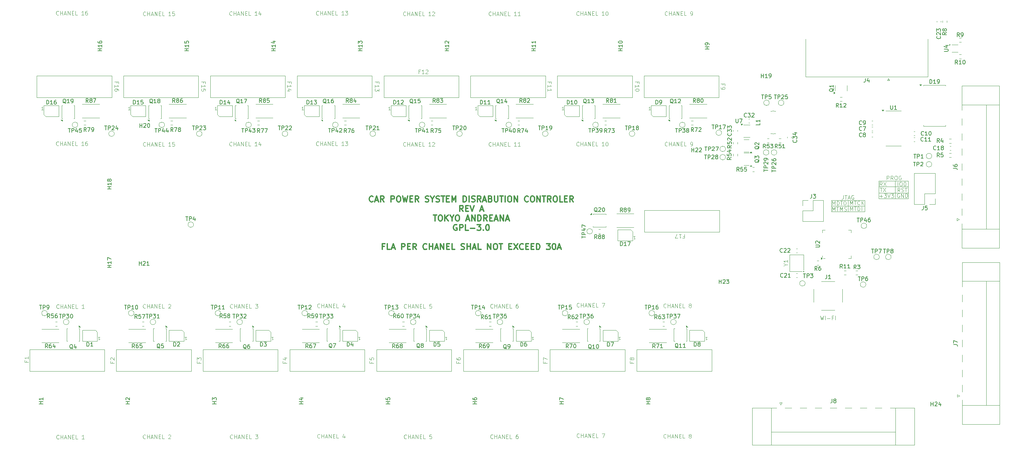
<source format=gbr>
%TF.GenerationSoftware,KiCad,Pcbnew,9.0.0*%
%TF.CreationDate,2025-05-29T20:25:46-04:00*%
%TF.ProjectId,distrabution_controler,64697374-7261-4627-9574-696f6e5f636f,rev?*%
%TF.SameCoordinates,Original*%
%TF.FileFunction,Legend,Top*%
%TF.FilePolarity,Positive*%
%FSLAX46Y46*%
G04 Gerber Fmt 4.6, Leading zero omitted, Abs format (unit mm)*
G04 Created by KiCad (PCBNEW 9.0.0) date 2025-05-29 20:25:46*
%MOMM*%
%LPD*%
G01*
G04 APERTURE LIST*
%ADD10C,0.100000*%
%ADD11C,0.300000*%
%ADD12C,0.150000*%
%ADD13C,0.120000*%
%ADD14C,0.191421*%
G04 APERTURE END LIST*
D10*
X237614286Y-97922419D02*
X237614286Y-96922419D01*
X237614286Y-96922419D02*
X237995238Y-96922419D01*
X237995238Y-96922419D02*
X238090476Y-96970038D01*
X238090476Y-96970038D02*
X238138095Y-97017657D01*
X238138095Y-97017657D02*
X238185714Y-97112895D01*
X238185714Y-97112895D02*
X238185714Y-97255752D01*
X238185714Y-97255752D02*
X238138095Y-97350990D01*
X238138095Y-97350990D02*
X238090476Y-97398609D01*
X238090476Y-97398609D02*
X237995238Y-97446228D01*
X237995238Y-97446228D02*
X237614286Y-97446228D01*
X239185714Y-97922419D02*
X238852381Y-97446228D01*
X238614286Y-97922419D02*
X238614286Y-96922419D01*
X238614286Y-96922419D02*
X238995238Y-96922419D01*
X238995238Y-96922419D02*
X239090476Y-96970038D01*
X239090476Y-96970038D02*
X239138095Y-97017657D01*
X239138095Y-97017657D02*
X239185714Y-97112895D01*
X239185714Y-97112895D02*
X239185714Y-97255752D01*
X239185714Y-97255752D02*
X239138095Y-97350990D01*
X239138095Y-97350990D02*
X239090476Y-97398609D01*
X239090476Y-97398609D02*
X238995238Y-97446228D01*
X238995238Y-97446228D02*
X238614286Y-97446228D01*
X239804762Y-96922419D02*
X239995238Y-96922419D01*
X239995238Y-96922419D02*
X240090476Y-96970038D01*
X240090476Y-96970038D02*
X240185714Y-97065276D01*
X240185714Y-97065276D02*
X240233333Y-97255752D01*
X240233333Y-97255752D02*
X240233333Y-97589085D01*
X240233333Y-97589085D02*
X240185714Y-97779561D01*
X240185714Y-97779561D02*
X240090476Y-97874800D01*
X240090476Y-97874800D02*
X239995238Y-97922419D01*
X239995238Y-97922419D02*
X239804762Y-97922419D01*
X239804762Y-97922419D02*
X239709524Y-97874800D01*
X239709524Y-97874800D02*
X239614286Y-97779561D01*
X239614286Y-97779561D02*
X239566667Y-97589085D01*
X239566667Y-97589085D02*
X239566667Y-97255752D01*
X239566667Y-97255752D02*
X239614286Y-97065276D01*
X239614286Y-97065276D02*
X239709524Y-96970038D01*
X239709524Y-96970038D02*
X239804762Y-96922419D01*
X241185714Y-96970038D02*
X241090476Y-96922419D01*
X241090476Y-96922419D02*
X240947619Y-96922419D01*
X240947619Y-96922419D02*
X240804762Y-96970038D01*
X240804762Y-96970038D02*
X240709524Y-97065276D01*
X240709524Y-97065276D02*
X240661905Y-97160514D01*
X240661905Y-97160514D02*
X240614286Y-97350990D01*
X240614286Y-97350990D02*
X240614286Y-97493847D01*
X240614286Y-97493847D02*
X240661905Y-97684323D01*
X240661905Y-97684323D02*
X240709524Y-97779561D01*
X240709524Y-97779561D02*
X240804762Y-97874800D01*
X240804762Y-97874800D02*
X240947619Y-97922419D01*
X240947619Y-97922419D02*
X241042857Y-97922419D01*
X241042857Y-97922419D02*
X241185714Y-97874800D01*
X241185714Y-97874800D02*
X241233333Y-97827180D01*
X241233333Y-97827180D02*
X241233333Y-97493847D01*
X241233333Y-97493847D02*
X241042857Y-97493847D01*
X235550000Y-99700000D02*
X243050000Y-99700000D01*
X235550000Y-101250000D02*
X243100000Y-101250000D01*
X239750000Y-98250000D02*
X239750000Y-102750000D01*
X235550000Y-98250000D02*
X243050000Y-98250000D01*
X243050000Y-102750000D01*
X235550000Y-102750000D01*
X235550000Y-98250000D01*
X240777693Y-101470038D02*
X240682455Y-101422419D01*
X240682455Y-101422419D02*
X240539598Y-101422419D01*
X240539598Y-101422419D02*
X240396741Y-101470038D01*
X240396741Y-101470038D02*
X240301503Y-101565276D01*
X240301503Y-101565276D02*
X240253884Y-101660514D01*
X240253884Y-101660514D02*
X240206265Y-101850990D01*
X240206265Y-101850990D02*
X240206265Y-101993847D01*
X240206265Y-101993847D02*
X240253884Y-102184323D01*
X240253884Y-102184323D02*
X240301503Y-102279561D01*
X240301503Y-102279561D02*
X240396741Y-102374800D01*
X240396741Y-102374800D02*
X240539598Y-102422419D01*
X240539598Y-102422419D02*
X240634836Y-102422419D01*
X240634836Y-102422419D02*
X240777693Y-102374800D01*
X240777693Y-102374800D02*
X240825312Y-102327180D01*
X240825312Y-102327180D02*
X240825312Y-101993847D01*
X240825312Y-101993847D02*
X240634836Y-101993847D01*
X241253884Y-102422419D02*
X241253884Y-101422419D01*
X241253884Y-101422419D02*
X241825312Y-102422419D01*
X241825312Y-102422419D02*
X241825312Y-101422419D01*
X242301503Y-102422419D02*
X242301503Y-101422419D01*
X242301503Y-101422419D02*
X242539598Y-101422419D01*
X242539598Y-101422419D02*
X242682455Y-101470038D01*
X242682455Y-101470038D02*
X242777693Y-101565276D01*
X242777693Y-101565276D02*
X242825312Y-101660514D01*
X242825312Y-101660514D02*
X242872931Y-101850990D01*
X242872931Y-101850990D02*
X242872931Y-101993847D01*
X242872931Y-101993847D02*
X242825312Y-102184323D01*
X242825312Y-102184323D02*
X242777693Y-102279561D01*
X242777693Y-102279561D02*
X242682455Y-102374800D01*
X242682455Y-102374800D02*
X242539598Y-102422419D01*
X242539598Y-102422419D02*
X242301503Y-102422419D01*
X240925312Y-100972419D02*
X240591979Y-100496228D01*
X240353884Y-100972419D02*
X240353884Y-99972419D01*
X240353884Y-99972419D02*
X240734836Y-99972419D01*
X240734836Y-99972419D02*
X240830074Y-100020038D01*
X240830074Y-100020038D02*
X240877693Y-100067657D01*
X240877693Y-100067657D02*
X240925312Y-100162895D01*
X240925312Y-100162895D02*
X240925312Y-100305752D01*
X240925312Y-100305752D02*
X240877693Y-100400990D01*
X240877693Y-100400990D02*
X240830074Y-100448609D01*
X240830074Y-100448609D02*
X240734836Y-100496228D01*
X240734836Y-100496228D02*
X240353884Y-100496228D01*
X241306265Y-100924800D02*
X241449122Y-100972419D01*
X241449122Y-100972419D02*
X241687217Y-100972419D01*
X241687217Y-100972419D02*
X241782455Y-100924800D01*
X241782455Y-100924800D02*
X241830074Y-100877180D01*
X241830074Y-100877180D02*
X241877693Y-100781942D01*
X241877693Y-100781942D02*
X241877693Y-100686704D01*
X241877693Y-100686704D02*
X241830074Y-100591466D01*
X241830074Y-100591466D02*
X241782455Y-100543847D01*
X241782455Y-100543847D02*
X241687217Y-100496228D01*
X241687217Y-100496228D02*
X241496741Y-100448609D01*
X241496741Y-100448609D02*
X241401503Y-100400990D01*
X241401503Y-100400990D02*
X241353884Y-100353371D01*
X241353884Y-100353371D02*
X241306265Y-100258133D01*
X241306265Y-100258133D02*
X241306265Y-100162895D01*
X241306265Y-100162895D02*
X241353884Y-100067657D01*
X241353884Y-100067657D02*
X241401503Y-100020038D01*
X241401503Y-100020038D02*
X241496741Y-99972419D01*
X241496741Y-99972419D02*
X241734836Y-99972419D01*
X241734836Y-99972419D02*
X241877693Y-100020038D01*
X242163408Y-99972419D02*
X242734836Y-99972419D01*
X242449122Y-100972419D02*
X242449122Y-99972419D01*
X240403884Y-99472419D02*
X240403884Y-98472419D01*
X241070550Y-98472419D02*
X241261026Y-98472419D01*
X241261026Y-98472419D02*
X241356264Y-98520038D01*
X241356264Y-98520038D02*
X241451502Y-98615276D01*
X241451502Y-98615276D02*
X241499121Y-98805752D01*
X241499121Y-98805752D02*
X241499121Y-99139085D01*
X241499121Y-99139085D02*
X241451502Y-99329561D01*
X241451502Y-99329561D02*
X241356264Y-99424800D01*
X241356264Y-99424800D02*
X241261026Y-99472419D01*
X241261026Y-99472419D02*
X241070550Y-99472419D01*
X241070550Y-99472419D02*
X240975312Y-99424800D01*
X240975312Y-99424800D02*
X240880074Y-99329561D01*
X240880074Y-99329561D02*
X240832455Y-99139085D01*
X240832455Y-99139085D02*
X240832455Y-98805752D01*
X240832455Y-98805752D02*
X240880074Y-98615276D01*
X240880074Y-98615276D02*
X240975312Y-98520038D01*
X240975312Y-98520038D02*
X241070550Y-98472419D01*
X242118169Y-98472419D02*
X242213407Y-98472419D01*
X242213407Y-98472419D02*
X242308645Y-98520038D01*
X242308645Y-98520038D02*
X242356264Y-98567657D01*
X242356264Y-98567657D02*
X242403883Y-98662895D01*
X242403883Y-98662895D02*
X242451502Y-98853371D01*
X242451502Y-98853371D02*
X242451502Y-99091466D01*
X242451502Y-99091466D02*
X242403883Y-99281942D01*
X242403883Y-99281942D02*
X242356264Y-99377180D01*
X242356264Y-99377180D02*
X242308645Y-99424800D01*
X242308645Y-99424800D02*
X242213407Y-99472419D01*
X242213407Y-99472419D02*
X242118169Y-99472419D01*
X242118169Y-99472419D02*
X242022931Y-99424800D01*
X242022931Y-99424800D02*
X241975312Y-99377180D01*
X241975312Y-99377180D02*
X241927693Y-99281942D01*
X241927693Y-99281942D02*
X241880074Y-99091466D01*
X241880074Y-99091466D02*
X241880074Y-98853371D01*
X241880074Y-98853371D02*
X241927693Y-98662895D01*
X241927693Y-98662895D02*
X241975312Y-98567657D01*
X241975312Y-98567657D02*
X242022931Y-98520038D01*
X242022931Y-98520038D02*
X242118169Y-98472419D01*
X235753884Y-102091466D02*
X236515789Y-102091466D01*
X236134836Y-102472419D02*
X236134836Y-101710514D01*
X236896741Y-101472419D02*
X237515788Y-101472419D01*
X237515788Y-101472419D02*
X237182455Y-101853371D01*
X237182455Y-101853371D02*
X237325312Y-101853371D01*
X237325312Y-101853371D02*
X237420550Y-101900990D01*
X237420550Y-101900990D02*
X237468169Y-101948609D01*
X237468169Y-101948609D02*
X237515788Y-102043847D01*
X237515788Y-102043847D02*
X237515788Y-102281942D01*
X237515788Y-102281942D02*
X237468169Y-102377180D01*
X237468169Y-102377180D02*
X237420550Y-102424800D01*
X237420550Y-102424800D02*
X237325312Y-102472419D01*
X237325312Y-102472419D02*
X237039598Y-102472419D01*
X237039598Y-102472419D02*
X236944360Y-102424800D01*
X236944360Y-102424800D02*
X236896741Y-102377180D01*
X237801503Y-101472419D02*
X238134836Y-102472419D01*
X238134836Y-102472419D02*
X238468169Y-101472419D01*
X238706265Y-101472419D02*
X239325312Y-101472419D01*
X239325312Y-101472419D02*
X238991979Y-101853371D01*
X238991979Y-101853371D02*
X239134836Y-101853371D01*
X239134836Y-101853371D02*
X239230074Y-101900990D01*
X239230074Y-101900990D02*
X239277693Y-101948609D01*
X239277693Y-101948609D02*
X239325312Y-102043847D01*
X239325312Y-102043847D02*
X239325312Y-102281942D01*
X239325312Y-102281942D02*
X239277693Y-102377180D01*
X239277693Y-102377180D02*
X239230074Y-102424800D01*
X239230074Y-102424800D02*
X239134836Y-102472419D01*
X239134836Y-102472419D02*
X238849122Y-102472419D01*
X238849122Y-102472419D02*
X238753884Y-102424800D01*
X238753884Y-102424800D02*
X238706265Y-102377180D01*
X235861027Y-99972419D02*
X236432455Y-99972419D01*
X236146741Y-100972419D02*
X236146741Y-99972419D01*
X236670551Y-99972419D02*
X237337217Y-100972419D01*
X237337217Y-99972419D02*
X236670551Y-100972419D01*
X236425312Y-99472419D02*
X236091979Y-98996228D01*
X235853884Y-99472419D02*
X235853884Y-98472419D01*
X235853884Y-98472419D02*
X236234836Y-98472419D01*
X236234836Y-98472419D02*
X236330074Y-98520038D01*
X236330074Y-98520038D02*
X236377693Y-98567657D01*
X236377693Y-98567657D02*
X236425312Y-98662895D01*
X236425312Y-98662895D02*
X236425312Y-98805752D01*
X236425312Y-98805752D02*
X236377693Y-98900990D01*
X236377693Y-98900990D02*
X236330074Y-98948609D01*
X236330074Y-98948609D02*
X236234836Y-98996228D01*
X236234836Y-98996228D02*
X235853884Y-98996228D01*
X236758646Y-98472419D02*
X237425312Y-99472419D01*
X237425312Y-98472419D02*
X236758646Y-99472419D01*
X226583333Y-101857419D02*
X226583333Y-102571704D01*
X226583333Y-102571704D02*
X226535714Y-102714561D01*
X226535714Y-102714561D02*
X226440476Y-102809800D01*
X226440476Y-102809800D02*
X226297619Y-102857419D01*
X226297619Y-102857419D02*
X226202381Y-102857419D01*
X226916667Y-101857419D02*
X227488095Y-101857419D01*
X227202381Y-102857419D02*
X227202381Y-101857419D01*
X227773810Y-102571704D02*
X228250000Y-102571704D01*
X227678572Y-102857419D02*
X228011905Y-101857419D01*
X228011905Y-101857419D02*
X228345238Y-102857419D01*
X229202381Y-101905038D02*
X229107143Y-101857419D01*
X229107143Y-101857419D02*
X228964286Y-101857419D01*
X228964286Y-101857419D02*
X228821429Y-101905038D01*
X228821429Y-101905038D02*
X228726191Y-102000276D01*
X228726191Y-102000276D02*
X228678572Y-102095514D01*
X228678572Y-102095514D02*
X228630953Y-102285990D01*
X228630953Y-102285990D02*
X228630953Y-102428847D01*
X228630953Y-102428847D02*
X228678572Y-102619323D01*
X228678572Y-102619323D02*
X228726191Y-102714561D01*
X228726191Y-102714561D02*
X228821429Y-102809800D01*
X228821429Y-102809800D02*
X228964286Y-102857419D01*
X228964286Y-102857419D02*
X229059524Y-102857419D01*
X229059524Y-102857419D02*
X229202381Y-102809800D01*
X229202381Y-102809800D02*
X229250000Y-102762180D01*
X229250000Y-102762180D02*
X229250000Y-102428847D01*
X229250000Y-102428847D02*
X229059524Y-102428847D01*
X223550000Y-104575000D02*
X232000000Y-104575000D01*
X227775000Y-106000000D02*
X227775000Y-103150000D01*
X223550000Y-103150000D02*
X232000000Y-103150000D01*
X232000000Y-106000000D01*
X223550000Y-106000000D01*
X223550000Y-103150000D01*
X228303884Y-105772419D02*
X228303884Y-104772419D01*
X228303884Y-104772419D02*
X228637217Y-105486704D01*
X228637217Y-105486704D02*
X228970550Y-104772419D01*
X228970550Y-104772419D02*
X228970550Y-105772419D01*
X229303884Y-104772419D02*
X229875312Y-104772419D01*
X229589598Y-105772419D02*
X229589598Y-104772419D01*
X230208646Y-105772419D02*
X230208646Y-104772419D01*
X230208646Y-104772419D02*
X230446741Y-104772419D01*
X230446741Y-104772419D02*
X230589598Y-104820038D01*
X230589598Y-104820038D02*
X230684836Y-104915276D01*
X230684836Y-104915276D02*
X230732455Y-105010514D01*
X230732455Y-105010514D02*
X230780074Y-105200990D01*
X230780074Y-105200990D02*
X230780074Y-105343847D01*
X230780074Y-105343847D02*
X230732455Y-105534323D01*
X230732455Y-105534323D02*
X230684836Y-105629561D01*
X230684836Y-105629561D02*
X230589598Y-105724800D01*
X230589598Y-105724800D02*
X230446741Y-105772419D01*
X230446741Y-105772419D02*
X230208646Y-105772419D01*
X231208646Y-105772419D02*
X231208646Y-104772419D01*
X228303884Y-104272419D02*
X228303884Y-103272419D01*
X228303884Y-103272419D02*
X228637217Y-103986704D01*
X228637217Y-103986704D02*
X228970550Y-103272419D01*
X228970550Y-103272419D02*
X228970550Y-104272419D01*
X229303884Y-103272419D02*
X229875312Y-103272419D01*
X229589598Y-104272419D02*
X229589598Y-103272419D01*
X230780074Y-104177180D02*
X230732455Y-104224800D01*
X230732455Y-104224800D02*
X230589598Y-104272419D01*
X230589598Y-104272419D02*
X230494360Y-104272419D01*
X230494360Y-104272419D02*
X230351503Y-104224800D01*
X230351503Y-104224800D02*
X230256265Y-104129561D01*
X230256265Y-104129561D02*
X230208646Y-104034323D01*
X230208646Y-104034323D02*
X230161027Y-103843847D01*
X230161027Y-103843847D02*
X230161027Y-103700990D01*
X230161027Y-103700990D02*
X230208646Y-103510514D01*
X230208646Y-103510514D02*
X230256265Y-103415276D01*
X230256265Y-103415276D02*
X230351503Y-103320038D01*
X230351503Y-103320038D02*
X230494360Y-103272419D01*
X230494360Y-103272419D02*
X230589598Y-103272419D01*
X230589598Y-103272419D02*
X230732455Y-103320038D01*
X230732455Y-103320038D02*
X230780074Y-103367657D01*
X231208646Y-104272419D02*
X231208646Y-103272419D01*
X231780074Y-104272419D02*
X231351503Y-103700990D01*
X231780074Y-103272419D02*
X231208646Y-103843847D01*
X223803884Y-105822419D02*
X223803884Y-104822419D01*
X223803884Y-104822419D02*
X224137217Y-105536704D01*
X224137217Y-105536704D02*
X224470550Y-104822419D01*
X224470550Y-104822419D02*
X224470550Y-105822419D01*
X224803884Y-104822419D02*
X225375312Y-104822419D01*
X225089598Y-105822419D02*
X225089598Y-104822419D01*
X225708646Y-105822419D02*
X225708646Y-104822419D01*
X225708646Y-104822419D02*
X226041979Y-105536704D01*
X226041979Y-105536704D02*
X226375312Y-104822419D01*
X226375312Y-104822419D02*
X226375312Y-105822419D01*
X226803884Y-105774800D02*
X226946741Y-105822419D01*
X226946741Y-105822419D02*
X227184836Y-105822419D01*
X227184836Y-105822419D02*
X227280074Y-105774800D01*
X227280074Y-105774800D02*
X227327693Y-105727180D01*
X227327693Y-105727180D02*
X227375312Y-105631942D01*
X227375312Y-105631942D02*
X227375312Y-105536704D01*
X227375312Y-105536704D02*
X227327693Y-105441466D01*
X227327693Y-105441466D02*
X227280074Y-105393847D01*
X227280074Y-105393847D02*
X227184836Y-105346228D01*
X227184836Y-105346228D02*
X226994360Y-105298609D01*
X226994360Y-105298609D02*
X226899122Y-105250990D01*
X226899122Y-105250990D02*
X226851503Y-105203371D01*
X226851503Y-105203371D02*
X226803884Y-105108133D01*
X226803884Y-105108133D02*
X226803884Y-105012895D01*
X226803884Y-105012895D02*
X226851503Y-104917657D01*
X226851503Y-104917657D02*
X226899122Y-104870038D01*
X226899122Y-104870038D02*
X226994360Y-104822419D01*
X226994360Y-104822419D02*
X227232455Y-104822419D01*
X227232455Y-104822419D02*
X227375312Y-104870038D01*
X223803884Y-104322419D02*
X223803884Y-103322419D01*
X223803884Y-103322419D02*
X224137217Y-104036704D01*
X224137217Y-104036704D02*
X224470550Y-103322419D01*
X224470550Y-103322419D02*
X224470550Y-104322419D01*
X224946741Y-104322419D02*
X224946741Y-103322419D01*
X224946741Y-103322419D02*
X225184836Y-103322419D01*
X225184836Y-103322419D02*
X225327693Y-103370038D01*
X225327693Y-103370038D02*
X225422931Y-103465276D01*
X225422931Y-103465276D02*
X225470550Y-103560514D01*
X225470550Y-103560514D02*
X225518169Y-103750990D01*
X225518169Y-103750990D02*
X225518169Y-103893847D01*
X225518169Y-103893847D02*
X225470550Y-104084323D01*
X225470550Y-104084323D02*
X225422931Y-104179561D01*
X225422931Y-104179561D02*
X225327693Y-104274800D01*
X225327693Y-104274800D02*
X225184836Y-104322419D01*
X225184836Y-104322419D02*
X224946741Y-104322419D01*
X225803884Y-103322419D02*
X226375312Y-103322419D01*
X226089598Y-104322419D02*
X226089598Y-103322419D01*
X226899122Y-103322419D02*
X226994360Y-103322419D01*
X226994360Y-103322419D02*
X227089598Y-103370038D01*
X227089598Y-103370038D02*
X227137217Y-103417657D01*
X227137217Y-103417657D02*
X227184836Y-103512895D01*
X227184836Y-103512895D02*
X227232455Y-103703371D01*
X227232455Y-103703371D02*
X227232455Y-103941466D01*
X227232455Y-103941466D02*
X227184836Y-104131942D01*
X227184836Y-104131942D02*
X227137217Y-104227180D01*
X227137217Y-104227180D02*
X227089598Y-104274800D01*
X227089598Y-104274800D02*
X226994360Y-104322419D01*
X226994360Y-104322419D02*
X226899122Y-104322419D01*
X226899122Y-104322419D02*
X226803884Y-104274800D01*
X226803884Y-104274800D02*
X226756265Y-104227180D01*
X226756265Y-104227180D02*
X226708646Y-104131942D01*
X226708646Y-104131942D02*
X226661027Y-103941466D01*
X226661027Y-103941466D02*
X226661027Y-103703371D01*
X226661027Y-103703371D02*
X226708646Y-103512895D01*
X226708646Y-103512895D02*
X226756265Y-103417657D01*
X226756265Y-103417657D02*
X226803884Y-103370038D01*
X226803884Y-103370038D02*
X226899122Y-103322419D01*
X220747620Y-132457419D02*
X220985715Y-133457419D01*
X220985715Y-133457419D02*
X221176191Y-132743133D01*
X221176191Y-132743133D02*
X221366667Y-133457419D01*
X221366667Y-133457419D02*
X221604763Y-132457419D01*
X221985715Y-133457419D02*
X221985715Y-132457419D01*
X222461905Y-133076466D02*
X223223810Y-133076466D01*
X224033333Y-132933609D02*
X223700000Y-132933609D01*
X223700000Y-133457419D02*
X223700000Y-132457419D01*
X223700000Y-132457419D02*
X224176190Y-132457419D01*
X224557143Y-133457419D02*
X224557143Y-132457419D01*
X181969047Y-89262180D02*
X181921428Y-89309800D01*
X181921428Y-89309800D02*
X181778571Y-89357419D01*
X181778571Y-89357419D02*
X181683333Y-89357419D01*
X181683333Y-89357419D02*
X181540476Y-89309800D01*
X181540476Y-89309800D02*
X181445238Y-89214561D01*
X181445238Y-89214561D02*
X181397619Y-89119323D01*
X181397619Y-89119323D02*
X181350000Y-88928847D01*
X181350000Y-88928847D02*
X181350000Y-88785990D01*
X181350000Y-88785990D02*
X181397619Y-88595514D01*
X181397619Y-88595514D02*
X181445238Y-88500276D01*
X181445238Y-88500276D02*
X181540476Y-88405038D01*
X181540476Y-88405038D02*
X181683333Y-88357419D01*
X181683333Y-88357419D02*
X181778571Y-88357419D01*
X181778571Y-88357419D02*
X181921428Y-88405038D01*
X181921428Y-88405038D02*
X181969047Y-88452657D01*
X182397619Y-89357419D02*
X182397619Y-88357419D01*
X182397619Y-88833609D02*
X182969047Y-88833609D01*
X182969047Y-89357419D02*
X182969047Y-88357419D01*
X183397619Y-89071704D02*
X183873809Y-89071704D01*
X183302381Y-89357419D02*
X183635714Y-88357419D01*
X183635714Y-88357419D02*
X183969047Y-89357419D01*
X184302381Y-89357419D02*
X184302381Y-88357419D01*
X184302381Y-88357419D02*
X184873809Y-89357419D01*
X184873809Y-89357419D02*
X184873809Y-88357419D01*
X185350000Y-88833609D02*
X185683333Y-88833609D01*
X185826190Y-89357419D02*
X185350000Y-89357419D01*
X185350000Y-89357419D02*
X185350000Y-88357419D01*
X185350000Y-88357419D02*
X185826190Y-88357419D01*
X186730952Y-89357419D02*
X186254762Y-89357419D01*
X186254762Y-89357419D02*
X186254762Y-88357419D01*
X187873810Y-89357419D02*
X188064286Y-89357419D01*
X188064286Y-89357419D02*
X188159524Y-89309800D01*
X188159524Y-89309800D02*
X188207143Y-89262180D01*
X188207143Y-89262180D02*
X188302381Y-89119323D01*
X188302381Y-89119323D02*
X188350000Y-88928847D01*
X188350000Y-88928847D02*
X188350000Y-88547895D01*
X188350000Y-88547895D02*
X188302381Y-88452657D01*
X188302381Y-88452657D02*
X188254762Y-88405038D01*
X188254762Y-88405038D02*
X188159524Y-88357419D01*
X188159524Y-88357419D02*
X187969048Y-88357419D01*
X187969048Y-88357419D02*
X187873810Y-88405038D01*
X187873810Y-88405038D02*
X187826191Y-88452657D01*
X187826191Y-88452657D02*
X187778572Y-88547895D01*
X187778572Y-88547895D02*
X187778572Y-88785990D01*
X187778572Y-88785990D02*
X187826191Y-88881228D01*
X187826191Y-88881228D02*
X187873810Y-88928847D01*
X187873810Y-88928847D02*
X187969048Y-88976466D01*
X187969048Y-88976466D02*
X188159524Y-88976466D01*
X188159524Y-88976466D02*
X188254762Y-88928847D01*
X188254762Y-88928847D02*
X188302381Y-88881228D01*
X188302381Y-88881228D02*
X188350000Y-88785990D01*
X181969047Y-56162180D02*
X181921428Y-56209800D01*
X181921428Y-56209800D02*
X181778571Y-56257419D01*
X181778571Y-56257419D02*
X181683333Y-56257419D01*
X181683333Y-56257419D02*
X181540476Y-56209800D01*
X181540476Y-56209800D02*
X181445238Y-56114561D01*
X181445238Y-56114561D02*
X181397619Y-56019323D01*
X181397619Y-56019323D02*
X181350000Y-55828847D01*
X181350000Y-55828847D02*
X181350000Y-55685990D01*
X181350000Y-55685990D02*
X181397619Y-55495514D01*
X181397619Y-55495514D02*
X181445238Y-55400276D01*
X181445238Y-55400276D02*
X181540476Y-55305038D01*
X181540476Y-55305038D02*
X181683333Y-55257419D01*
X181683333Y-55257419D02*
X181778571Y-55257419D01*
X181778571Y-55257419D02*
X181921428Y-55305038D01*
X181921428Y-55305038D02*
X181969047Y-55352657D01*
X182397619Y-56257419D02*
X182397619Y-55257419D01*
X182397619Y-55733609D02*
X182969047Y-55733609D01*
X182969047Y-56257419D02*
X182969047Y-55257419D01*
X183397619Y-55971704D02*
X183873809Y-55971704D01*
X183302381Y-56257419D02*
X183635714Y-55257419D01*
X183635714Y-55257419D02*
X183969047Y-56257419D01*
X184302381Y-56257419D02*
X184302381Y-55257419D01*
X184302381Y-55257419D02*
X184873809Y-56257419D01*
X184873809Y-56257419D02*
X184873809Y-55257419D01*
X185350000Y-55733609D02*
X185683333Y-55733609D01*
X185826190Y-56257419D02*
X185350000Y-56257419D01*
X185350000Y-56257419D02*
X185350000Y-55257419D01*
X185350000Y-55257419D02*
X185826190Y-55257419D01*
X186730952Y-56257419D02*
X186254762Y-56257419D01*
X186254762Y-56257419D02*
X186254762Y-55257419D01*
X187873810Y-56257419D02*
X188064286Y-56257419D01*
X188064286Y-56257419D02*
X188159524Y-56209800D01*
X188159524Y-56209800D02*
X188207143Y-56162180D01*
X188207143Y-56162180D02*
X188302381Y-56019323D01*
X188302381Y-56019323D02*
X188350000Y-55828847D01*
X188350000Y-55828847D02*
X188350000Y-55447895D01*
X188350000Y-55447895D02*
X188302381Y-55352657D01*
X188302381Y-55352657D02*
X188254762Y-55305038D01*
X188254762Y-55305038D02*
X188159524Y-55257419D01*
X188159524Y-55257419D02*
X187969048Y-55257419D01*
X187969048Y-55257419D02*
X187873810Y-55305038D01*
X187873810Y-55305038D02*
X187826191Y-55352657D01*
X187826191Y-55352657D02*
X187778572Y-55447895D01*
X187778572Y-55447895D02*
X187778572Y-55685990D01*
X187778572Y-55685990D02*
X187826191Y-55781228D01*
X187826191Y-55781228D02*
X187873810Y-55828847D01*
X187873810Y-55828847D02*
X187969048Y-55876466D01*
X187969048Y-55876466D02*
X188159524Y-55876466D01*
X188159524Y-55876466D02*
X188254762Y-55828847D01*
X188254762Y-55828847D02*
X188302381Y-55781228D01*
X188302381Y-55781228D02*
X188350000Y-55685990D01*
X159542856Y-89262180D02*
X159495237Y-89309800D01*
X159495237Y-89309800D02*
X159352380Y-89357419D01*
X159352380Y-89357419D02*
X159257142Y-89357419D01*
X159257142Y-89357419D02*
X159114285Y-89309800D01*
X159114285Y-89309800D02*
X159019047Y-89214561D01*
X159019047Y-89214561D02*
X158971428Y-89119323D01*
X158971428Y-89119323D02*
X158923809Y-88928847D01*
X158923809Y-88928847D02*
X158923809Y-88785990D01*
X158923809Y-88785990D02*
X158971428Y-88595514D01*
X158971428Y-88595514D02*
X159019047Y-88500276D01*
X159019047Y-88500276D02*
X159114285Y-88405038D01*
X159114285Y-88405038D02*
X159257142Y-88357419D01*
X159257142Y-88357419D02*
X159352380Y-88357419D01*
X159352380Y-88357419D02*
X159495237Y-88405038D01*
X159495237Y-88405038D02*
X159542856Y-88452657D01*
X159971428Y-89357419D02*
X159971428Y-88357419D01*
X159971428Y-88833609D02*
X160542856Y-88833609D01*
X160542856Y-89357419D02*
X160542856Y-88357419D01*
X160971428Y-89071704D02*
X161447618Y-89071704D01*
X160876190Y-89357419D02*
X161209523Y-88357419D01*
X161209523Y-88357419D02*
X161542856Y-89357419D01*
X161876190Y-89357419D02*
X161876190Y-88357419D01*
X161876190Y-88357419D02*
X162447618Y-89357419D01*
X162447618Y-89357419D02*
X162447618Y-88357419D01*
X162923809Y-88833609D02*
X163257142Y-88833609D01*
X163399999Y-89357419D02*
X162923809Y-89357419D01*
X162923809Y-89357419D02*
X162923809Y-88357419D01*
X162923809Y-88357419D02*
X163399999Y-88357419D01*
X164304761Y-89357419D02*
X163828571Y-89357419D01*
X163828571Y-89357419D02*
X163828571Y-88357419D01*
X165923809Y-89357419D02*
X165352381Y-89357419D01*
X165638095Y-89357419D02*
X165638095Y-88357419D01*
X165638095Y-88357419D02*
X165542857Y-88500276D01*
X165542857Y-88500276D02*
X165447619Y-88595514D01*
X165447619Y-88595514D02*
X165352381Y-88643133D01*
X166542857Y-88357419D02*
X166638095Y-88357419D01*
X166638095Y-88357419D02*
X166733333Y-88405038D01*
X166733333Y-88405038D02*
X166780952Y-88452657D01*
X166780952Y-88452657D02*
X166828571Y-88547895D01*
X166828571Y-88547895D02*
X166876190Y-88738371D01*
X166876190Y-88738371D02*
X166876190Y-88976466D01*
X166876190Y-88976466D02*
X166828571Y-89166942D01*
X166828571Y-89166942D02*
X166780952Y-89262180D01*
X166780952Y-89262180D02*
X166733333Y-89309800D01*
X166733333Y-89309800D02*
X166638095Y-89357419D01*
X166638095Y-89357419D02*
X166542857Y-89357419D01*
X166542857Y-89357419D02*
X166447619Y-89309800D01*
X166447619Y-89309800D02*
X166400000Y-89262180D01*
X166400000Y-89262180D02*
X166352381Y-89166942D01*
X166352381Y-89166942D02*
X166304762Y-88976466D01*
X166304762Y-88976466D02*
X166304762Y-88738371D01*
X166304762Y-88738371D02*
X166352381Y-88547895D01*
X166352381Y-88547895D02*
X166400000Y-88452657D01*
X166400000Y-88452657D02*
X166447619Y-88405038D01*
X166447619Y-88405038D02*
X166542857Y-88357419D01*
X159542856Y-56162180D02*
X159495237Y-56209800D01*
X159495237Y-56209800D02*
X159352380Y-56257419D01*
X159352380Y-56257419D02*
X159257142Y-56257419D01*
X159257142Y-56257419D02*
X159114285Y-56209800D01*
X159114285Y-56209800D02*
X159019047Y-56114561D01*
X159019047Y-56114561D02*
X158971428Y-56019323D01*
X158971428Y-56019323D02*
X158923809Y-55828847D01*
X158923809Y-55828847D02*
X158923809Y-55685990D01*
X158923809Y-55685990D02*
X158971428Y-55495514D01*
X158971428Y-55495514D02*
X159019047Y-55400276D01*
X159019047Y-55400276D02*
X159114285Y-55305038D01*
X159114285Y-55305038D02*
X159257142Y-55257419D01*
X159257142Y-55257419D02*
X159352380Y-55257419D01*
X159352380Y-55257419D02*
X159495237Y-55305038D01*
X159495237Y-55305038D02*
X159542856Y-55352657D01*
X159971428Y-56257419D02*
X159971428Y-55257419D01*
X159971428Y-55733609D02*
X160542856Y-55733609D01*
X160542856Y-56257419D02*
X160542856Y-55257419D01*
X160971428Y-55971704D02*
X161447618Y-55971704D01*
X160876190Y-56257419D02*
X161209523Y-55257419D01*
X161209523Y-55257419D02*
X161542856Y-56257419D01*
X161876190Y-56257419D02*
X161876190Y-55257419D01*
X161876190Y-55257419D02*
X162447618Y-56257419D01*
X162447618Y-56257419D02*
X162447618Y-55257419D01*
X162923809Y-55733609D02*
X163257142Y-55733609D01*
X163399999Y-56257419D02*
X162923809Y-56257419D01*
X162923809Y-56257419D02*
X162923809Y-55257419D01*
X162923809Y-55257419D02*
X163399999Y-55257419D01*
X164304761Y-56257419D02*
X163828571Y-56257419D01*
X163828571Y-56257419D02*
X163828571Y-55257419D01*
X165923809Y-56257419D02*
X165352381Y-56257419D01*
X165638095Y-56257419D02*
X165638095Y-55257419D01*
X165638095Y-55257419D02*
X165542857Y-55400276D01*
X165542857Y-55400276D02*
X165447619Y-55495514D01*
X165447619Y-55495514D02*
X165352381Y-55543133D01*
X166542857Y-55257419D02*
X166638095Y-55257419D01*
X166638095Y-55257419D02*
X166733333Y-55305038D01*
X166733333Y-55305038D02*
X166780952Y-55352657D01*
X166780952Y-55352657D02*
X166828571Y-55447895D01*
X166828571Y-55447895D02*
X166876190Y-55638371D01*
X166876190Y-55638371D02*
X166876190Y-55876466D01*
X166876190Y-55876466D02*
X166828571Y-56066942D01*
X166828571Y-56066942D02*
X166780952Y-56162180D01*
X166780952Y-56162180D02*
X166733333Y-56209800D01*
X166733333Y-56209800D02*
X166638095Y-56257419D01*
X166638095Y-56257419D02*
X166542857Y-56257419D01*
X166542857Y-56257419D02*
X166447619Y-56209800D01*
X166447619Y-56209800D02*
X166400000Y-56162180D01*
X166400000Y-56162180D02*
X166352381Y-56066942D01*
X166352381Y-56066942D02*
X166304762Y-55876466D01*
X166304762Y-55876466D02*
X166304762Y-55638371D01*
X166304762Y-55638371D02*
X166352381Y-55447895D01*
X166352381Y-55447895D02*
X166400000Y-55352657D01*
X166400000Y-55352657D02*
X166447619Y-55305038D01*
X166447619Y-55305038D02*
X166542857Y-55257419D01*
X137292856Y-89312180D02*
X137245237Y-89359800D01*
X137245237Y-89359800D02*
X137102380Y-89407419D01*
X137102380Y-89407419D02*
X137007142Y-89407419D01*
X137007142Y-89407419D02*
X136864285Y-89359800D01*
X136864285Y-89359800D02*
X136769047Y-89264561D01*
X136769047Y-89264561D02*
X136721428Y-89169323D01*
X136721428Y-89169323D02*
X136673809Y-88978847D01*
X136673809Y-88978847D02*
X136673809Y-88835990D01*
X136673809Y-88835990D02*
X136721428Y-88645514D01*
X136721428Y-88645514D02*
X136769047Y-88550276D01*
X136769047Y-88550276D02*
X136864285Y-88455038D01*
X136864285Y-88455038D02*
X137007142Y-88407419D01*
X137007142Y-88407419D02*
X137102380Y-88407419D01*
X137102380Y-88407419D02*
X137245237Y-88455038D01*
X137245237Y-88455038D02*
X137292856Y-88502657D01*
X137721428Y-89407419D02*
X137721428Y-88407419D01*
X137721428Y-88883609D02*
X138292856Y-88883609D01*
X138292856Y-89407419D02*
X138292856Y-88407419D01*
X138721428Y-89121704D02*
X139197618Y-89121704D01*
X138626190Y-89407419D02*
X138959523Y-88407419D01*
X138959523Y-88407419D02*
X139292856Y-89407419D01*
X139626190Y-89407419D02*
X139626190Y-88407419D01*
X139626190Y-88407419D02*
X140197618Y-89407419D01*
X140197618Y-89407419D02*
X140197618Y-88407419D01*
X140673809Y-88883609D02*
X141007142Y-88883609D01*
X141149999Y-89407419D02*
X140673809Y-89407419D01*
X140673809Y-89407419D02*
X140673809Y-88407419D01*
X140673809Y-88407419D02*
X141149999Y-88407419D01*
X142054761Y-89407419D02*
X141578571Y-89407419D01*
X141578571Y-89407419D02*
X141578571Y-88407419D01*
X143673809Y-89407419D02*
X143102381Y-89407419D01*
X143388095Y-89407419D02*
X143388095Y-88407419D01*
X143388095Y-88407419D02*
X143292857Y-88550276D01*
X143292857Y-88550276D02*
X143197619Y-88645514D01*
X143197619Y-88645514D02*
X143102381Y-88693133D01*
X144626190Y-89407419D02*
X144054762Y-89407419D01*
X144340476Y-89407419D02*
X144340476Y-88407419D01*
X144340476Y-88407419D02*
X144245238Y-88550276D01*
X144245238Y-88550276D02*
X144150000Y-88645514D01*
X144150000Y-88645514D02*
X144054762Y-88693133D01*
X137292856Y-56212180D02*
X137245237Y-56259800D01*
X137245237Y-56259800D02*
X137102380Y-56307419D01*
X137102380Y-56307419D02*
X137007142Y-56307419D01*
X137007142Y-56307419D02*
X136864285Y-56259800D01*
X136864285Y-56259800D02*
X136769047Y-56164561D01*
X136769047Y-56164561D02*
X136721428Y-56069323D01*
X136721428Y-56069323D02*
X136673809Y-55878847D01*
X136673809Y-55878847D02*
X136673809Y-55735990D01*
X136673809Y-55735990D02*
X136721428Y-55545514D01*
X136721428Y-55545514D02*
X136769047Y-55450276D01*
X136769047Y-55450276D02*
X136864285Y-55355038D01*
X136864285Y-55355038D02*
X137007142Y-55307419D01*
X137007142Y-55307419D02*
X137102380Y-55307419D01*
X137102380Y-55307419D02*
X137245237Y-55355038D01*
X137245237Y-55355038D02*
X137292856Y-55402657D01*
X137721428Y-56307419D02*
X137721428Y-55307419D01*
X137721428Y-55783609D02*
X138292856Y-55783609D01*
X138292856Y-56307419D02*
X138292856Y-55307419D01*
X138721428Y-56021704D02*
X139197618Y-56021704D01*
X138626190Y-56307419D02*
X138959523Y-55307419D01*
X138959523Y-55307419D02*
X139292856Y-56307419D01*
X139626190Y-56307419D02*
X139626190Y-55307419D01*
X139626190Y-55307419D02*
X140197618Y-56307419D01*
X140197618Y-56307419D02*
X140197618Y-55307419D01*
X140673809Y-55783609D02*
X141007142Y-55783609D01*
X141149999Y-56307419D02*
X140673809Y-56307419D01*
X140673809Y-56307419D02*
X140673809Y-55307419D01*
X140673809Y-55307419D02*
X141149999Y-55307419D01*
X142054761Y-56307419D02*
X141578571Y-56307419D01*
X141578571Y-56307419D02*
X141578571Y-55307419D01*
X143673809Y-56307419D02*
X143102381Y-56307419D01*
X143388095Y-56307419D02*
X143388095Y-55307419D01*
X143388095Y-55307419D02*
X143292857Y-55450276D01*
X143292857Y-55450276D02*
X143197619Y-55545514D01*
X143197619Y-55545514D02*
X143102381Y-55593133D01*
X144626190Y-56307419D02*
X144054762Y-56307419D01*
X144340476Y-56307419D02*
X144340476Y-55307419D01*
X144340476Y-55307419D02*
X144245238Y-55450276D01*
X144245238Y-55450276D02*
X144150000Y-55545514D01*
X144150000Y-55545514D02*
X144054762Y-55593133D01*
X115592856Y-89312180D02*
X115545237Y-89359800D01*
X115545237Y-89359800D02*
X115402380Y-89407419D01*
X115402380Y-89407419D02*
X115307142Y-89407419D01*
X115307142Y-89407419D02*
X115164285Y-89359800D01*
X115164285Y-89359800D02*
X115069047Y-89264561D01*
X115069047Y-89264561D02*
X115021428Y-89169323D01*
X115021428Y-89169323D02*
X114973809Y-88978847D01*
X114973809Y-88978847D02*
X114973809Y-88835990D01*
X114973809Y-88835990D02*
X115021428Y-88645514D01*
X115021428Y-88645514D02*
X115069047Y-88550276D01*
X115069047Y-88550276D02*
X115164285Y-88455038D01*
X115164285Y-88455038D02*
X115307142Y-88407419D01*
X115307142Y-88407419D02*
X115402380Y-88407419D01*
X115402380Y-88407419D02*
X115545237Y-88455038D01*
X115545237Y-88455038D02*
X115592856Y-88502657D01*
X116021428Y-89407419D02*
X116021428Y-88407419D01*
X116021428Y-88883609D02*
X116592856Y-88883609D01*
X116592856Y-89407419D02*
X116592856Y-88407419D01*
X117021428Y-89121704D02*
X117497618Y-89121704D01*
X116926190Y-89407419D02*
X117259523Y-88407419D01*
X117259523Y-88407419D02*
X117592856Y-89407419D01*
X117926190Y-89407419D02*
X117926190Y-88407419D01*
X117926190Y-88407419D02*
X118497618Y-89407419D01*
X118497618Y-89407419D02*
X118497618Y-88407419D01*
X118973809Y-88883609D02*
X119307142Y-88883609D01*
X119449999Y-89407419D02*
X118973809Y-89407419D01*
X118973809Y-89407419D02*
X118973809Y-88407419D01*
X118973809Y-88407419D02*
X119449999Y-88407419D01*
X120354761Y-89407419D02*
X119878571Y-89407419D01*
X119878571Y-89407419D02*
X119878571Y-88407419D01*
X121973809Y-89407419D02*
X121402381Y-89407419D01*
X121688095Y-89407419D02*
X121688095Y-88407419D01*
X121688095Y-88407419D02*
X121592857Y-88550276D01*
X121592857Y-88550276D02*
X121497619Y-88645514D01*
X121497619Y-88645514D02*
X121402381Y-88693133D01*
X122354762Y-88502657D02*
X122402381Y-88455038D01*
X122402381Y-88455038D02*
X122497619Y-88407419D01*
X122497619Y-88407419D02*
X122735714Y-88407419D01*
X122735714Y-88407419D02*
X122830952Y-88455038D01*
X122830952Y-88455038D02*
X122878571Y-88502657D01*
X122878571Y-88502657D02*
X122926190Y-88597895D01*
X122926190Y-88597895D02*
X122926190Y-88693133D01*
X122926190Y-88693133D02*
X122878571Y-88835990D01*
X122878571Y-88835990D02*
X122307143Y-89407419D01*
X122307143Y-89407419D02*
X122926190Y-89407419D01*
X115592856Y-56212180D02*
X115545237Y-56259800D01*
X115545237Y-56259800D02*
X115402380Y-56307419D01*
X115402380Y-56307419D02*
X115307142Y-56307419D01*
X115307142Y-56307419D02*
X115164285Y-56259800D01*
X115164285Y-56259800D02*
X115069047Y-56164561D01*
X115069047Y-56164561D02*
X115021428Y-56069323D01*
X115021428Y-56069323D02*
X114973809Y-55878847D01*
X114973809Y-55878847D02*
X114973809Y-55735990D01*
X114973809Y-55735990D02*
X115021428Y-55545514D01*
X115021428Y-55545514D02*
X115069047Y-55450276D01*
X115069047Y-55450276D02*
X115164285Y-55355038D01*
X115164285Y-55355038D02*
X115307142Y-55307419D01*
X115307142Y-55307419D02*
X115402380Y-55307419D01*
X115402380Y-55307419D02*
X115545237Y-55355038D01*
X115545237Y-55355038D02*
X115592856Y-55402657D01*
X116021428Y-56307419D02*
X116021428Y-55307419D01*
X116021428Y-55783609D02*
X116592856Y-55783609D01*
X116592856Y-56307419D02*
X116592856Y-55307419D01*
X117021428Y-56021704D02*
X117497618Y-56021704D01*
X116926190Y-56307419D02*
X117259523Y-55307419D01*
X117259523Y-55307419D02*
X117592856Y-56307419D01*
X117926190Y-56307419D02*
X117926190Y-55307419D01*
X117926190Y-55307419D02*
X118497618Y-56307419D01*
X118497618Y-56307419D02*
X118497618Y-55307419D01*
X118973809Y-55783609D02*
X119307142Y-55783609D01*
X119449999Y-56307419D02*
X118973809Y-56307419D01*
X118973809Y-56307419D02*
X118973809Y-55307419D01*
X118973809Y-55307419D02*
X119449999Y-55307419D01*
X120354761Y-56307419D02*
X119878571Y-56307419D01*
X119878571Y-56307419D02*
X119878571Y-55307419D01*
X121973809Y-56307419D02*
X121402381Y-56307419D01*
X121688095Y-56307419D02*
X121688095Y-55307419D01*
X121688095Y-55307419D02*
X121592857Y-55450276D01*
X121592857Y-55450276D02*
X121497619Y-55545514D01*
X121497619Y-55545514D02*
X121402381Y-55593133D01*
X122354762Y-55402657D02*
X122402381Y-55355038D01*
X122402381Y-55355038D02*
X122497619Y-55307419D01*
X122497619Y-55307419D02*
X122735714Y-55307419D01*
X122735714Y-55307419D02*
X122830952Y-55355038D01*
X122830952Y-55355038D02*
X122878571Y-55402657D01*
X122878571Y-55402657D02*
X122926190Y-55497895D01*
X122926190Y-55497895D02*
X122926190Y-55593133D01*
X122926190Y-55593133D02*
X122878571Y-55735990D01*
X122878571Y-55735990D02*
X122307143Y-56307419D01*
X122307143Y-56307419D02*
X122926190Y-56307419D01*
X93542856Y-89162180D02*
X93495237Y-89209800D01*
X93495237Y-89209800D02*
X93352380Y-89257419D01*
X93352380Y-89257419D02*
X93257142Y-89257419D01*
X93257142Y-89257419D02*
X93114285Y-89209800D01*
X93114285Y-89209800D02*
X93019047Y-89114561D01*
X93019047Y-89114561D02*
X92971428Y-89019323D01*
X92971428Y-89019323D02*
X92923809Y-88828847D01*
X92923809Y-88828847D02*
X92923809Y-88685990D01*
X92923809Y-88685990D02*
X92971428Y-88495514D01*
X92971428Y-88495514D02*
X93019047Y-88400276D01*
X93019047Y-88400276D02*
X93114285Y-88305038D01*
X93114285Y-88305038D02*
X93257142Y-88257419D01*
X93257142Y-88257419D02*
X93352380Y-88257419D01*
X93352380Y-88257419D02*
X93495237Y-88305038D01*
X93495237Y-88305038D02*
X93542856Y-88352657D01*
X93971428Y-89257419D02*
X93971428Y-88257419D01*
X93971428Y-88733609D02*
X94542856Y-88733609D01*
X94542856Y-89257419D02*
X94542856Y-88257419D01*
X94971428Y-88971704D02*
X95447618Y-88971704D01*
X94876190Y-89257419D02*
X95209523Y-88257419D01*
X95209523Y-88257419D02*
X95542856Y-89257419D01*
X95876190Y-89257419D02*
X95876190Y-88257419D01*
X95876190Y-88257419D02*
X96447618Y-89257419D01*
X96447618Y-89257419D02*
X96447618Y-88257419D01*
X96923809Y-88733609D02*
X97257142Y-88733609D01*
X97399999Y-89257419D02*
X96923809Y-89257419D01*
X96923809Y-89257419D02*
X96923809Y-88257419D01*
X96923809Y-88257419D02*
X97399999Y-88257419D01*
X98304761Y-89257419D02*
X97828571Y-89257419D01*
X97828571Y-89257419D02*
X97828571Y-88257419D01*
X99923809Y-89257419D02*
X99352381Y-89257419D01*
X99638095Y-89257419D02*
X99638095Y-88257419D01*
X99638095Y-88257419D02*
X99542857Y-88400276D01*
X99542857Y-88400276D02*
X99447619Y-88495514D01*
X99447619Y-88495514D02*
X99352381Y-88543133D01*
X100257143Y-88257419D02*
X100876190Y-88257419D01*
X100876190Y-88257419D02*
X100542857Y-88638371D01*
X100542857Y-88638371D02*
X100685714Y-88638371D01*
X100685714Y-88638371D02*
X100780952Y-88685990D01*
X100780952Y-88685990D02*
X100828571Y-88733609D01*
X100828571Y-88733609D02*
X100876190Y-88828847D01*
X100876190Y-88828847D02*
X100876190Y-89066942D01*
X100876190Y-89066942D02*
X100828571Y-89162180D01*
X100828571Y-89162180D02*
X100780952Y-89209800D01*
X100780952Y-89209800D02*
X100685714Y-89257419D01*
X100685714Y-89257419D02*
X100400000Y-89257419D01*
X100400000Y-89257419D02*
X100304762Y-89209800D01*
X100304762Y-89209800D02*
X100257143Y-89162180D01*
X93542856Y-56062180D02*
X93495237Y-56109800D01*
X93495237Y-56109800D02*
X93352380Y-56157419D01*
X93352380Y-56157419D02*
X93257142Y-56157419D01*
X93257142Y-56157419D02*
X93114285Y-56109800D01*
X93114285Y-56109800D02*
X93019047Y-56014561D01*
X93019047Y-56014561D02*
X92971428Y-55919323D01*
X92971428Y-55919323D02*
X92923809Y-55728847D01*
X92923809Y-55728847D02*
X92923809Y-55585990D01*
X92923809Y-55585990D02*
X92971428Y-55395514D01*
X92971428Y-55395514D02*
X93019047Y-55300276D01*
X93019047Y-55300276D02*
X93114285Y-55205038D01*
X93114285Y-55205038D02*
X93257142Y-55157419D01*
X93257142Y-55157419D02*
X93352380Y-55157419D01*
X93352380Y-55157419D02*
X93495237Y-55205038D01*
X93495237Y-55205038D02*
X93542856Y-55252657D01*
X93971428Y-56157419D02*
X93971428Y-55157419D01*
X93971428Y-55633609D02*
X94542856Y-55633609D01*
X94542856Y-56157419D02*
X94542856Y-55157419D01*
X94971428Y-55871704D02*
X95447618Y-55871704D01*
X94876190Y-56157419D02*
X95209523Y-55157419D01*
X95209523Y-55157419D02*
X95542856Y-56157419D01*
X95876190Y-56157419D02*
X95876190Y-55157419D01*
X95876190Y-55157419D02*
X96447618Y-56157419D01*
X96447618Y-56157419D02*
X96447618Y-55157419D01*
X96923809Y-55633609D02*
X97257142Y-55633609D01*
X97399999Y-56157419D02*
X96923809Y-56157419D01*
X96923809Y-56157419D02*
X96923809Y-55157419D01*
X96923809Y-55157419D02*
X97399999Y-55157419D01*
X98304761Y-56157419D02*
X97828571Y-56157419D01*
X97828571Y-56157419D02*
X97828571Y-55157419D01*
X99923809Y-56157419D02*
X99352381Y-56157419D01*
X99638095Y-56157419D02*
X99638095Y-55157419D01*
X99638095Y-55157419D02*
X99542857Y-55300276D01*
X99542857Y-55300276D02*
X99447619Y-55395514D01*
X99447619Y-55395514D02*
X99352381Y-55443133D01*
X100257143Y-55157419D02*
X100876190Y-55157419D01*
X100876190Y-55157419D02*
X100542857Y-55538371D01*
X100542857Y-55538371D02*
X100685714Y-55538371D01*
X100685714Y-55538371D02*
X100780952Y-55585990D01*
X100780952Y-55585990D02*
X100828571Y-55633609D01*
X100828571Y-55633609D02*
X100876190Y-55728847D01*
X100876190Y-55728847D02*
X100876190Y-55966942D01*
X100876190Y-55966942D02*
X100828571Y-56062180D01*
X100828571Y-56062180D02*
X100780952Y-56109800D01*
X100780952Y-56109800D02*
X100685714Y-56157419D01*
X100685714Y-56157419D02*
X100400000Y-56157419D01*
X100400000Y-56157419D02*
X100304762Y-56109800D01*
X100304762Y-56109800D02*
X100257143Y-56062180D01*
X71542856Y-89262180D02*
X71495237Y-89309800D01*
X71495237Y-89309800D02*
X71352380Y-89357419D01*
X71352380Y-89357419D02*
X71257142Y-89357419D01*
X71257142Y-89357419D02*
X71114285Y-89309800D01*
X71114285Y-89309800D02*
X71019047Y-89214561D01*
X71019047Y-89214561D02*
X70971428Y-89119323D01*
X70971428Y-89119323D02*
X70923809Y-88928847D01*
X70923809Y-88928847D02*
X70923809Y-88785990D01*
X70923809Y-88785990D02*
X70971428Y-88595514D01*
X70971428Y-88595514D02*
X71019047Y-88500276D01*
X71019047Y-88500276D02*
X71114285Y-88405038D01*
X71114285Y-88405038D02*
X71257142Y-88357419D01*
X71257142Y-88357419D02*
X71352380Y-88357419D01*
X71352380Y-88357419D02*
X71495237Y-88405038D01*
X71495237Y-88405038D02*
X71542856Y-88452657D01*
X71971428Y-89357419D02*
X71971428Y-88357419D01*
X71971428Y-88833609D02*
X72542856Y-88833609D01*
X72542856Y-89357419D02*
X72542856Y-88357419D01*
X72971428Y-89071704D02*
X73447618Y-89071704D01*
X72876190Y-89357419D02*
X73209523Y-88357419D01*
X73209523Y-88357419D02*
X73542856Y-89357419D01*
X73876190Y-89357419D02*
X73876190Y-88357419D01*
X73876190Y-88357419D02*
X74447618Y-89357419D01*
X74447618Y-89357419D02*
X74447618Y-88357419D01*
X74923809Y-88833609D02*
X75257142Y-88833609D01*
X75399999Y-89357419D02*
X74923809Y-89357419D01*
X74923809Y-89357419D02*
X74923809Y-88357419D01*
X74923809Y-88357419D02*
X75399999Y-88357419D01*
X76304761Y-89357419D02*
X75828571Y-89357419D01*
X75828571Y-89357419D02*
X75828571Y-88357419D01*
X77923809Y-89357419D02*
X77352381Y-89357419D01*
X77638095Y-89357419D02*
X77638095Y-88357419D01*
X77638095Y-88357419D02*
X77542857Y-88500276D01*
X77542857Y-88500276D02*
X77447619Y-88595514D01*
X77447619Y-88595514D02*
X77352381Y-88643133D01*
X78780952Y-88690752D02*
X78780952Y-89357419D01*
X78542857Y-88309800D02*
X78304762Y-89024085D01*
X78304762Y-89024085D02*
X78923809Y-89024085D01*
X71542856Y-56162180D02*
X71495237Y-56209800D01*
X71495237Y-56209800D02*
X71352380Y-56257419D01*
X71352380Y-56257419D02*
X71257142Y-56257419D01*
X71257142Y-56257419D02*
X71114285Y-56209800D01*
X71114285Y-56209800D02*
X71019047Y-56114561D01*
X71019047Y-56114561D02*
X70971428Y-56019323D01*
X70971428Y-56019323D02*
X70923809Y-55828847D01*
X70923809Y-55828847D02*
X70923809Y-55685990D01*
X70923809Y-55685990D02*
X70971428Y-55495514D01*
X70971428Y-55495514D02*
X71019047Y-55400276D01*
X71019047Y-55400276D02*
X71114285Y-55305038D01*
X71114285Y-55305038D02*
X71257142Y-55257419D01*
X71257142Y-55257419D02*
X71352380Y-55257419D01*
X71352380Y-55257419D02*
X71495237Y-55305038D01*
X71495237Y-55305038D02*
X71542856Y-55352657D01*
X71971428Y-56257419D02*
X71971428Y-55257419D01*
X71971428Y-55733609D02*
X72542856Y-55733609D01*
X72542856Y-56257419D02*
X72542856Y-55257419D01*
X72971428Y-55971704D02*
X73447618Y-55971704D01*
X72876190Y-56257419D02*
X73209523Y-55257419D01*
X73209523Y-55257419D02*
X73542856Y-56257419D01*
X73876190Y-56257419D02*
X73876190Y-55257419D01*
X73876190Y-55257419D02*
X74447618Y-56257419D01*
X74447618Y-56257419D02*
X74447618Y-55257419D01*
X74923809Y-55733609D02*
X75257142Y-55733609D01*
X75399999Y-56257419D02*
X74923809Y-56257419D01*
X74923809Y-56257419D02*
X74923809Y-55257419D01*
X74923809Y-55257419D02*
X75399999Y-55257419D01*
X76304761Y-56257419D02*
X75828571Y-56257419D01*
X75828571Y-56257419D02*
X75828571Y-55257419D01*
X77923809Y-56257419D02*
X77352381Y-56257419D01*
X77638095Y-56257419D02*
X77638095Y-55257419D01*
X77638095Y-55257419D02*
X77542857Y-55400276D01*
X77542857Y-55400276D02*
X77447619Y-55495514D01*
X77447619Y-55495514D02*
X77352381Y-55543133D01*
X78780952Y-55590752D02*
X78780952Y-56257419D01*
X78542857Y-55209800D02*
X78304762Y-55924085D01*
X78304762Y-55924085D02*
X78923809Y-55924085D01*
X49642856Y-89312180D02*
X49595237Y-89359800D01*
X49595237Y-89359800D02*
X49452380Y-89407419D01*
X49452380Y-89407419D02*
X49357142Y-89407419D01*
X49357142Y-89407419D02*
X49214285Y-89359800D01*
X49214285Y-89359800D02*
X49119047Y-89264561D01*
X49119047Y-89264561D02*
X49071428Y-89169323D01*
X49071428Y-89169323D02*
X49023809Y-88978847D01*
X49023809Y-88978847D02*
X49023809Y-88835990D01*
X49023809Y-88835990D02*
X49071428Y-88645514D01*
X49071428Y-88645514D02*
X49119047Y-88550276D01*
X49119047Y-88550276D02*
X49214285Y-88455038D01*
X49214285Y-88455038D02*
X49357142Y-88407419D01*
X49357142Y-88407419D02*
X49452380Y-88407419D01*
X49452380Y-88407419D02*
X49595237Y-88455038D01*
X49595237Y-88455038D02*
X49642856Y-88502657D01*
X50071428Y-89407419D02*
X50071428Y-88407419D01*
X50071428Y-88883609D02*
X50642856Y-88883609D01*
X50642856Y-89407419D02*
X50642856Y-88407419D01*
X51071428Y-89121704D02*
X51547618Y-89121704D01*
X50976190Y-89407419D02*
X51309523Y-88407419D01*
X51309523Y-88407419D02*
X51642856Y-89407419D01*
X51976190Y-89407419D02*
X51976190Y-88407419D01*
X51976190Y-88407419D02*
X52547618Y-89407419D01*
X52547618Y-89407419D02*
X52547618Y-88407419D01*
X53023809Y-88883609D02*
X53357142Y-88883609D01*
X53499999Y-89407419D02*
X53023809Y-89407419D01*
X53023809Y-89407419D02*
X53023809Y-88407419D01*
X53023809Y-88407419D02*
X53499999Y-88407419D01*
X54404761Y-89407419D02*
X53928571Y-89407419D01*
X53928571Y-89407419D02*
X53928571Y-88407419D01*
X56023809Y-89407419D02*
X55452381Y-89407419D01*
X55738095Y-89407419D02*
X55738095Y-88407419D01*
X55738095Y-88407419D02*
X55642857Y-88550276D01*
X55642857Y-88550276D02*
X55547619Y-88645514D01*
X55547619Y-88645514D02*
X55452381Y-88693133D01*
X56928571Y-88407419D02*
X56452381Y-88407419D01*
X56452381Y-88407419D02*
X56404762Y-88883609D01*
X56404762Y-88883609D02*
X56452381Y-88835990D01*
X56452381Y-88835990D02*
X56547619Y-88788371D01*
X56547619Y-88788371D02*
X56785714Y-88788371D01*
X56785714Y-88788371D02*
X56880952Y-88835990D01*
X56880952Y-88835990D02*
X56928571Y-88883609D01*
X56928571Y-88883609D02*
X56976190Y-88978847D01*
X56976190Y-88978847D02*
X56976190Y-89216942D01*
X56976190Y-89216942D02*
X56928571Y-89312180D01*
X56928571Y-89312180D02*
X56880952Y-89359800D01*
X56880952Y-89359800D02*
X56785714Y-89407419D01*
X56785714Y-89407419D02*
X56547619Y-89407419D01*
X56547619Y-89407419D02*
X56452381Y-89359800D01*
X56452381Y-89359800D02*
X56404762Y-89312180D01*
X49642856Y-56212180D02*
X49595237Y-56259800D01*
X49595237Y-56259800D02*
X49452380Y-56307419D01*
X49452380Y-56307419D02*
X49357142Y-56307419D01*
X49357142Y-56307419D02*
X49214285Y-56259800D01*
X49214285Y-56259800D02*
X49119047Y-56164561D01*
X49119047Y-56164561D02*
X49071428Y-56069323D01*
X49071428Y-56069323D02*
X49023809Y-55878847D01*
X49023809Y-55878847D02*
X49023809Y-55735990D01*
X49023809Y-55735990D02*
X49071428Y-55545514D01*
X49071428Y-55545514D02*
X49119047Y-55450276D01*
X49119047Y-55450276D02*
X49214285Y-55355038D01*
X49214285Y-55355038D02*
X49357142Y-55307419D01*
X49357142Y-55307419D02*
X49452380Y-55307419D01*
X49452380Y-55307419D02*
X49595237Y-55355038D01*
X49595237Y-55355038D02*
X49642856Y-55402657D01*
X50071428Y-56307419D02*
X50071428Y-55307419D01*
X50071428Y-55783609D02*
X50642856Y-55783609D01*
X50642856Y-56307419D02*
X50642856Y-55307419D01*
X51071428Y-56021704D02*
X51547618Y-56021704D01*
X50976190Y-56307419D02*
X51309523Y-55307419D01*
X51309523Y-55307419D02*
X51642856Y-56307419D01*
X51976190Y-56307419D02*
X51976190Y-55307419D01*
X51976190Y-55307419D02*
X52547618Y-56307419D01*
X52547618Y-56307419D02*
X52547618Y-55307419D01*
X53023809Y-55783609D02*
X53357142Y-55783609D01*
X53499999Y-56307419D02*
X53023809Y-56307419D01*
X53023809Y-56307419D02*
X53023809Y-55307419D01*
X53023809Y-55307419D02*
X53499999Y-55307419D01*
X54404761Y-56307419D02*
X53928571Y-56307419D01*
X53928571Y-56307419D02*
X53928571Y-55307419D01*
X56023809Y-56307419D02*
X55452381Y-56307419D01*
X55738095Y-56307419D02*
X55738095Y-55307419D01*
X55738095Y-55307419D02*
X55642857Y-55450276D01*
X55642857Y-55450276D02*
X55547619Y-55545514D01*
X55547619Y-55545514D02*
X55452381Y-55593133D01*
X56928571Y-55307419D02*
X56452381Y-55307419D01*
X56452381Y-55307419D02*
X56404762Y-55783609D01*
X56404762Y-55783609D02*
X56452381Y-55735990D01*
X56452381Y-55735990D02*
X56547619Y-55688371D01*
X56547619Y-55688371D02*
X56785714Y-55688371D01*
X56785714Y-55688371D02*
X56880952Y-55735990D01*
X56880952Y-55735990D02*
X56928571Y-55783609D01*
X56928571Y-55783609D02*
X56976190Y-55878847D01*
X56976190Y-55878847D02*
X56976190Y-56116942D01*
X56976190Y-56116942D02*
X56928571Y-56212180D01*
X56928571Y-56212180D02*
X56880952Y-56259800D01*
X56880952Y-56259800D02*
X56785714Y-56307419D01*
X56785714Y-56307419D02*
X56547619Y-56307419D01*
X56547619Y-56307419D02*
X56452381Y-56259800D01*
X56452381Y-56259800D02*
X56404762Y-56212180D01*
X27592856Y-89162180D02*
X27545237Y-89209800D01*
X27545237Y-89209800D02*
X27402380Y-89257419D01*
X27402380Y-89257419D02*
X27307142Y-89257419D01*
X27307142Y-89257419D02*
X27164285Y-89209800D01*
X27164285Y-89209800D02*
X27069047Y-89114561D01*
X27069047Y-89114561D02*
X27021428Y-89019323D01*
X27021428Y-89019323D02*
X26973809Y-88828847D01*
X26973809Y-88828847D02*
X26973809Y-88685990D01*
X26973809Y-88685990D02*
X27021428Y-88495514D01*
X27021428Y-88495514D02*
X27069047Y-88400276D01*
X27069047Y-88400276D02*
X27164285Y-88305038D01*
X27164285Y-88305038D02*
X27307142Y-88257419D01*
X27307142Y-88257419D02*
X27402380Y-88257419D01*
X27402380Y-88257419D02*
X27545237Y-88305038D01*
X27545237Y-88305038D02*
X27592856Y-88352657D01*
X28021428Y-89257419D02*
X28021428Y-88257419D01*
X28021428Y-88733609D02*
X28592856Y-88733609D01*
X28592856Y-89257419D02*
X28592856Y-88257419D01*
X29021428Y-88971704D02*
X29497618Y-88971704D01*
X28926190Y-89257419D02*
X29259523Y-88257419D01*
X29259523Y-88257419D02*
X29592856Y-89257419D01*
X29926190Y-89257419D02*
X29926190Y-88257419D01*
X29926190Y-88257419D02*
X30497618Y-89257419D01*
X30497618Y-89257419D02*
X30497618Y-88257419D01*
X30973809Y-88733609D02*
X31307142Y-88733609D01*
X31449999Y-89257419D02*
X30973809Y-89257419D01*
X30973809Y-89257419D02*
X30973809Y-88257419D01*
X30973809Y-88257419D02*
X31449999Y-88257419D01*
X32354761Y-89257419D02*
X31878571Y-89257419D01*
X31878571Y-89257419D02*
X31878571Y-88257419D01*
X33973809Y-89257419D02*
X33402381Y-89257419D01*
X33688095Y-89257419D02*
X33688095Y-88257419D01*
X33688095Y-88257419D02*
X33592857Y-88400276D01*
X33592857Y-88400276D02*
X33497619Y-88495514D01*
X33497619Y-88495514D02*
X33402381Y-88543133D01*
X34830952Y-88257419D02*
X34640476Y-88257419D01*
X34640476Y-88257419D02*
X34545238Y-88305038D01*
X34545238Y-88305038D02*
X34497619Y-88352657D01*
X34497619Y-88352657D02*
X34402381Y-88495514D01*
X34402381Y-88495514D02*
X34354762Y-88685990D01*
X34354762Y-88685990D02*
X34354762Y-89066942D01*
X34354762Y-89066942D02*
X34402381Y-89162180D01*
X34402381Y-89162180D02*
X34450000Y-89209800D01*
X34450000Y-89209800D02*
X34545238Y-89257419D01*
X34545238Y-89257419D02*
X34735714Y-89257419D01*
X34735714Y-89257419D02*
X34830952Y-89209800D01*
X34830952Y-89209800D02*
X34878571Y-89162180D01*
X34878571Y-89162180D02*
X34926190Y-89066942D01*
X34926190Y-89066942D02*
X34926190Y-88828847D01*
X34926190Y-88828847D02*
X34878571Y-88733609D01*
X34878571Y-88733609D02*
X34830952Y-88685990D01*
X34830952Y-88685990D02*
X34735714Y-88638371D01*
X34735714Y-88638371D02*
X34545238Y-88638371D01*
X34545238Y-88638371D02*
X34450000Y-88685990D01*
X34450000Y-88685990D02*
X34402381Y-88733609D01*
X34402381Y-88733609D02*
X34354762Y-88828847D01*
X27592856Y-56062180D02*
X27545237Y-56109800D01*
X27545237Y-56109800D02*
X27402380Y-56157419D01*
X27402380Y-56157419D02*
X27307142Y-56157419D01*
X27307142Y-56157419D02*
X27164285Y-56109800D01*
X27164285Y-56109800D02*
X27069047Y-56014561D01*
X27069047Y-56014561D02*
X27021428Y-55919323D01*
X27021428Y-55919323D02*
X26973809Y-55728847D01*
X26973809Y-55728847D02*
X26973809Y-55585990D01*
X26973809Y-55585990D02*
X27021428Y-55395514D01*
X27021428Y-55395514D02*
X27069047Y-55300276D01*
X27069047Y-55300276D02*
X27164285Y-55205038D01*
X27164285Y-55205038D02*
X27307142Y-55157419D01*
X27307142Y-55157419D02*
X27402380Y-55157419D01*
X27402380Y-55157419D02*
X27545237Y-55205038D01*
X27545237Y-55205038D02*
X27592856Y-55252657D01*
X28021428Y-56157419D02*
X28021428Y-55157419D01*
X28021428Y-55633609D02*
X28592856Y-55633609D01*
X28592856Y-56157419D02*
X28592856Y-55157419D01*
X29021428Y-55871704D02*
X29497618Y-55871704D01*
X28926190Y-56157419D02*
X29259523Y-55157419D01*
X29259523Y-55157419D02*
X29592856Y-56157419D01*
X29926190Y-56157419D02*
X29926190Y-55157419D01*
X29926190Y-55157419D02*
X30497618Y-56157419D01*
X30497618Y-56157419D02*
X30497618Y-55157419D01*
X30973809Y-55633609D02*
X31307142Y-55633609D01*
X31449999Y-56157419D02*
X30973809Y-56157419D01*
X30973809Y-56157419D02*
X30973809Y-55157419D01*
X30973809Y-55157419D02*
X31449999Y-55157419D01*
X32354761Y-56157419D02*
X31878571Y-56157419D01*
X31878571Y-56157419D02*
X31878571Y-55157419D01*
X33973809Y-56157419D02*
X33402381Y-56157419D01*
X33688095Y-56157419D02*
X33688095Y-55157419D01*
X33688095Y-55157419D02*
X33592857Y-55300276D01*
X33592857Y-55300276D02*
X33497619Y-55395514D01*
X33497619Y-55395514D02*
X33402381Y-55443133D01*
X34830952Y-55157419D02*
X34640476Y-55157419D01*
X34640476Y-55157419D02*
X34545238Y-55205038D01*
X34545238Y-55205038D02*
X34497619Y-55252657D01*
X34497619Y-55252657D02*
X34402381Y-55395514D01*
X34402381Y-55395514D02*
X34354762Y-55585990D01*
X34354762Y-55585990D02*
X34354762Y-55966942D01*
X34354762Y-55966942D02*
X34402381Y-56062180D01*
X34402381Y-56062180D02*
X34450000Y-56109800D01*
X34450000Y-56109800D02*
X34545238Y-56157419D01*
X34545238Y-56157419D02*
X34735714Y-56157419D01*
X34735714Y-56157419D02*
X34830952Y-56109800D01*
X34830952Y-56109800D02*
X34878571Y-56062180D01*
X34878571Y-56062180D02*
X34926190Y-55966942D01*
X34926190Y-55966942D02*
X34926190Y-55728847D01*
X34926190Y-55728847D02*
X34878571Y-55633609D01*
X34878571Y-55633609D02*
X34830952Y-55585990D01*
X34830952Y-55585990D02*
X34735714Y-55538371D01*
X34735714Y-55538371D02*
X34545238Y-55538371D01*
X34545238Y-55538371D02*
X34450000Y-55585990D01*
X34450000Y-55585990D02*
X34402381Y-55633609D01*
X34402381Y-55633609D02*
X34354762Y-55728847D01*
X181619047Y-163362180D02*
X181571428Y-163409800D01*
X181571428Y-163409800D02*
X181428571Y-163457419D01*
X181428571Y-163457419D02*
X181333333Y-163457419D01*
X181333333Y-163457419D02*
X181190476Y-163409800D01*
X181190476Y-163409800D02*
X181095238Y-163314561D01*
X181095238Y-163314561D02*
X181047619Y-163219323D01*
X181047619Y-163219323D02*
X181000000Y-163028847D01*
X181000000Y-163028847D02*
X181000000Y-162885990D01*
X181000000Y-162885990D02*
X181047619Y-162695514D01*
X181047619Y-162695514D02*
X181095238Y-162600276D01*
X181095238Y-162600276D02*
X181190476Y-162505038D01*
X181190476Y-162505038D02*
X181333333Y-162457419D01*
X181333333Y-162457419D02*
X181428571Y-162457419D01*
X181428571Y-162457419D02*
X181571428Y-162505038D01*
X181571428Y-162505038D02*
X181619047Y-162552657D01*
X182047619Y-163457419D02*
X182047619Y-162457419D01*
X182047619Y-162933609D02*
X182619047Y-162933609D01*
X182619047Y-163457419D02*
X182619047Y-162457419D01*
X183047619Y-163171704D02*
X183523809Y-163171704D01*
X182952381Y-163457419D02*
X183285714Y-162457419D01*
X183285714Y-162457419D02*
X183619047Y-163457419D01*
X183952381Y-163457419D02*
X183952381Y-162457419D01*
X183952381Y-162457419D02*
X184523809Y-163457419D01*
X184523809Y-163457419D02*
X184523809Y-162457419D01*
X185000000Y-162933609D02*
X185333333Y-162933609D01*
X185476190Y-163457419D02*
X185000000Y-163457419D01*
X185000000Y-163457419D02*
X185000000Y-162457419D01*
X185000000Y-162457419D02*
X185476190Y-162457419D01*
X186380952Y-163457419D02*
X185904762Y-163457419D01*
X185904762Y-163457419D02*
X185904762Y-162457419D01*
X187619048Y-162885990D02*
X187523810Y-162838371D01*
X187523810Y-162838371D02*
X187476191Y-162790752D01*
X187476191Y-162790752D02*
X187428572Y-162695514D01*
X187428572Y-162695514D02*
X187428572Y-162647895D01*
X187428572Y-162647895D02*
X187476191Y-162552657D01*
X187476191Y-162552657D02*
X187523810Y-162505038D01*
X187523810Y-162505038D02*
X187619048Y-162457419D01*
X187619048Y-162457419D02*
X187809524Y-162457419D01*
X187809524Y-162457419D02*
X187904762Y-162505038D01*
X187904762Y-162505038D02*
X187952381Y-162552657D01*
X187952381Y-162552657D02*
X188000000Y-162647895D01*
X188000000Y-162647895D02*
X188000000Y-162695514D01*
X188000000Y-162695514D02*
X187952381Y-162790752D01*
X187952381Y-162790752D02*
X187904762Y-162838371D01*
X187904762Y-162838371D02*
X187809524Y-162885990D01*
X187809524Y-162885990D02*
X187619048Y-162885990D01*
X187619048Y-162885990D02*
X187523810Y-162933609D01*
X187523810Y-162933609D02*
X187476191Y-162981228D01*
X187476191Y-162981228D02*
X187428572Y-163076466D01*
X187428572Y-163076466D02*
X187428572Y-163266942D01*
X187428572Y-163266942D02*
X187476191Y-163362180D01*
X187476191Y-163362180D02*
X187523810Y-163409800D01*
X187523810Y-163409800D02*
X187619048Y-163457419D01*
X187619048Y-163457419D02*
X187809524Y-163457419D01*
X187809524Y-163457419D02*
X187904762Y-163409800D01*
X187904762Y-163409800D02*
X187952381Y-163362180D01*
X187952381Y-163362180D02*
X188000000Y-163266942D01*
X188000000Y-163266942D02*
X188000000Y-163076466D01*
X188000000Y-163076466D02*
X187952381Y-162981228D01*
X187952381Y-162981228D02*
X187904762Y-162933609D01*
X187904762Y-162933609D02*
X187809524Y-162885990D01*
X181619047Y-130262180D02*
X181571428Y-130309800D01*
X181571428Y-130309800D02*
X181428571Y-130357419D01*
X181428571Y-130357419D02*
X181333333Y-130357419D01*
X181333333Y-130357419D02*
X181190476Y-130309800D01*
X181190476Y-130309800D02*
X181095238Y-130214561D01*
X181095238Y-130214561D02*
X181047619Y-130119323D01*
X181047619Y-130119323D02*
X181000000Y-129928847D01*
X181000000Y-129928847D02*
X181000000Y-129785990D01*
X181000000Y-129785990D02*
X181047619Y-129595514D01*
X181047619Y-129595514D02*
X181095238Y-129500276D01*
X181095238Y-129500276D02*
X181190476Y-129405038D01*
X181190476Y-129405038D02*
X181333333Y-129357419D01*
X181333333Y-129357419D02*
X181428571Y-129357419D01*
X181428571Y-129357419D02*
X181571428Y-129405038D01*
X181571428Y-129405038D02*
X181619047Y-129452657D01*
X182047619Y-130357419D02*
X182047619Y-129357419D01*
X182047619Y-129833609D02*
X182619047Y-129833609D01*
X182619047Y-130357419D02*
X182619047Y-129357419D01*
X183047619Y-130071704D02*
X183523809Y-130071704D01*
X182952381Y-130357419D02*
X183285714Y-129357419D01*
X183285714Y-129357419D02*
X183619047Y-130357419D01*
X183952381Y-130357419D02*
X183952381Y-129357419D01*
X183952381Y-129357419D02*
X184523809Y-130357419D01*
X184523809Y-130357419D02*
X184523809Y-129357419D01*
X185000000Y-129833609D02*
X185333333Y-129833609D01*
X185476190Y-130357419D02*
X185000000Y-130357419D01*
X185000000Y-130357419D02*
X185000000Y-129357419D01*
X185000000Y-129357419D02*
X185476190Y-129357419D01*
X186380952Y-130357419D02*
X185904762Y-130357419D01*
X185904762Y-130357419D02*
X185904762Y-129357419D01*
X187619048Y-129785990D02*
X187523810Y-129738371D01*
X187523810Y-129738371D02*
X187476191Y-129690752D01*
X187476191Y-129690752D02*
X187428572Y-129595514D01*
X187428572Y-129595514D02*
X187428572Y-129547895D01*
X187428572Y-129547895D02*
X187476191Y-129452657D01*
X187476191Y-129452657D02*
X187523810Y-129405038D01*
X187523810Y-129405038D02*
X187619048Y-129357419D01*
X187619048Y-129357419D02*
X187809524Y-129357419D01*
X187809524Y-129357419D02*
X187904762Y-129405038D01*
X187904762Y-129405038D02*
X187952381Y-129452657D01*
X187952381Y-129452657D02*
X188000000Y-129547895D01*
X188000000Y-129547895D02*
X188000000Y-129595514D01*
X188000000Y-129595514D02*
X187952381Y-129690752D01*
X187952381Y-129690752D02*
X187904762Y-129738371D01*
X187904762Y-129738371D02*
X187809524Y-129785990D01*
X187809524Y-129785990D02*
X187619048Y-129785990D01*
X187619048Y-129785990D02*
X187523810Y-129833609D01*
X187523810Y-129833609D02*
X187476191Y-129881228D01*
X187476191Y-129881228D02*
X187428572Y-129976466D01*
X187428572Y-129976466D02*
X187428572Y-130166942D01*
X187428572Y-130166942D02*
X187476191Y-130262180D01*
X187476191Y-130262180D02*
X187523810Y-130309800D01*
X187523810Y-130309800D02*
X187619048Y-130357419D01*
X187619048Y-130357419D02*
X187809524Y-130357419D01*
X187809524Y-130357419D02*
X187904762Y-130309800D01*
X187904762Y-130309800D02*
X187952381Y-130262180D01*
X187952381Y-130262180D02*
X188000000Y-130166942D01*
X188000000Y-130166942D02*
X188000000Y-129976466D01*
X188000000Y-129976466D02*
X187952381Y-129881228D01*
X187952381Y-129881228D02*
X187904762Y-129833609D01*
X187904762Y-129833609D02*
X187809524Y-129785990D01*
X159619047Y-163212180D02*
X159571428Y-163259800D01*
X159571428Y-163259800D02*
X159428571Y-163307419D01*
X159428571Y-163307419D02*
X159333333Y-163307419D01*
X159333333Y-163307419D02*
X159190476Y-163259800D01*
X159190476Y-163259800D02*
X159095238Y-163164561D01*
X159095238Y-163164561D02*
X159047619Y-163069323D01*
X159047619Y-163069323D02*
X159000000Y-162878847D01*
X159000000Y-162878847D02*
X159000000Y-162735990D01*
X159000000Y-162735990D02*
X159047619Y-162545514D01*
X159047619Y-162545514D02*
X159095238Y-162450276D01*
X159095238Y-162450276D02*
X159190476Y-162355038D01*
X159190476Y-162355038D02*
X159333333Y-162307419D01*
X159333333Y-162307419D02*
X159428571Y-162307419D01*
X159428571Y-162307419D02*
X159571428Y-162355038D01*
X159571428Y-162355038D02*
X159619047Y-162402657D01*
X160047619Y-163307419D02*
X160047619Y-162307419D01*
X160047619Y-162783609D02*
X160619047Y-162783609D01*
X160619047Y-163307419D02*
X160619047Y-162307419D01*
X161047619Y-163021704D02*
X161523809Y-163021704D01*
X160952381Y-163307419D02*
X161285714Y-162307419D01*
X161285714Y-162307419D02*
X161619047Y-163307419D01*
X161952381Y-163307419D02*
X161952381Y-162307419D01*
X161952381Y-162307419D02*
X162523809Y-163307419D01*
X162523809Y-163307419D02*
X162523809Y-162307419D01*
X163000000Y-162783609D02*
X163333333Y-162783609D01*
X163476190Y-163307419D02*
X163000000Y-163307419D01*
X163000000Y-163307419D02*
X163000000Y-162307419D01*
X163000000Y-162307419D02*
X163476190Y-162307419D01*
X164380952Y-163307419D02*
X163904762Y-163307419D01*
X163904762Y-163307419D02*
X163904762Y-162307419D01*
X165380953Y-162307419D02*
X166047619Y-162307419D01*
X166047619Y-162307419D02*
X165619048Y-163307419D01*
X159619047Y-130112180D02*
X159571428Y-130159800D01*
X159571428Y-130159800D02*
X159428571Y-130207419D01*
X159428571Y-130207419D02*
X159333333Y-130207419D01*
X159333333Y-130207419D02*
X159190476Y-130159800D01*
X159190476Y-130159800D02*
X159095238Y-130064561D01*
X159095238Y-130064561D02*
X159047619Y-129969323D01*
X159047619Y-129969323D02*
X159000000Y-129778847D01*
X159000000Y-129778847D02*
X159000000Y-129635990D01*
X159000000Y-129635990D02*
X159047619Y-129445514D01*
X159047619Y-129445514D02*
X159095238Y-129350276D01*
X159095238Y-129350276D02*
X159190476Y-129255038D01*
X159190476Y-129255038D02*
X159333333Y-129207419D01*
X159333333Y-129207419D02*
X159428571Y-129207419D01*
X159428571Y-129207419D02*
X159571428Y-129255038D01*
X159571428Y-129255038D02*
X159619047Y-129302657D01*
X160047619Y-130207419D02*
X160047619Y-129207419D01*
X160047619Y-129683609D02*
X160619047Y-129683609D01*
X160619047Y-130207419D02*
X160619047Y-129207419D01*
X161047619Y-129921704D02*
X161523809Y-129921704D01*
X160952381Y-130207419D02*
X161285714Y-129207419D01*
X161285714Y-129207419D02*
X161619047Y-130207419D01*
X161952381Y-130207419D02*
X161952381Y-129207419D01*
X161952381Y-129207419D02*
X162523809Y-130207419D01*
X162523809Y-130207419D02*
X162523809Y-129207419D01*
X163000000Y-129683609D02*
X163333333Y-129683609D01*
X163476190Y-130207419D02*
X163000000Y-130207419D01*
X163000000Y-130207419D02*
X163000000Y-129207419D01*
X163000000Y-129207419D02*
X163476190Y-129207419D01*
X164380952Y-130207419D02*
X163904762Y-130207419D01*
X163904762Y-130207419D02*
X163904762Y-129207419D01*
X165380953Y-129207419D02*
X166047619Y-129207419D01*
X166047619Y-129207419D02*
X165619048Y-130207419D01*
X137719047Y-163462180D02*
X137671428Y-163509800D01*
X137671428Y-163509800D02*
X137528571Y-163557419D01*
X137528571Y-163557419D02*
X137433333Y-163557419D01*
X137433333Y-163557419D02*
X137290476Y-163509800D01*
X137290476Y-163509800D02*
X137195238Y-163414561D01*
X137195238Y-163414561D02*
X137147619Y-163319323D01*
X137147619Y-163319323D02*
X137100000Y-163128847D01*
X137100000Y-163128847D02*
X137100000Y-162985990D01*
X137100000Y-162985990D02*
X137147619Y-162795514D01*
X137147619Y-162795514D02*
X137195238Y-162700276D01*
X137195238Y-162700276D02*
X137290476Y-162605038D01*
X137290476Y-162605038D02*
X137433333Y-162557419D01*
X137433333Y-162557419D02*
X137528571Y-162557419D01*
X137528571Y-162557419D02*
X137671428Y-162605038D01*
X137671428Y-162605038D02*
X137719047Y-162652657D01*
X138147619Y-163557419D02*
X138147619Y-162557419D01*
X138147619Y-163033609D02*
X138719047Y-163033609D01*
X138719047Y-163557419D02*
X138719047Y-162557419D01*
X139147619Y-163271704D02*
X139623809Y-163271704D01*
X139052381Y-163557419D02*
X139385714Y-162557419D01*
X139385714Y-162557419D02*
X139719047Y-163557419D01*
X140052381Y-163557419D02*
X140052381Y-162557419D01*
X140052381Y-162557419D02*
X140623809Y-163557419D01*
X140623809Y-163557419D02*
X140623809Y-162557419D01*
X141100000Y-163033609D02*
X141433333Y-163033609D01*
X141576190Y-163557419D02*
X141100000Y-163557419D01*
X141100000Y-163557419D02*
X141100000Y-162557419D01*
X141100000Y-162557419D02*
X141576190Y-162557419D01*
X142480952Y-163557419D02*
X142004762Y-163557419D01*
X142004762Y-163557419D02*
X142004762Y-162557419D01*
X144004762Y-162557419D02*
X143814286Y-162557419D01*
X143814286Y-162557419D02*
X143719048Y-162605038D01*
X143719048Y-162605038D02*
X143671429Y-162652657D01*
X143671429Y-162652657D02*
X143576191Y-162795514D01*
X143576191Y-162795514D02*
X143528572Y-162985990D01*
X143528572Y-162985990D02*
X143528572Y-163366942D01*
X143528572Y-163366942D02*
X143576191Y-163462180D01*
X143576191Y-163462180D02*
X143623810Y-163509800D01*
X143623810Y-163509800D02*
X143719048Y-163557419D01*
X143719048Y-163557419D02*
X143909524Y-163557419D01*
X143909524Y-163557419D02*
X144004762Y-163509800D01*
X144004762Y-163509800D02*
X144052381Y-163462180D01*
X144052381Y-163462180D02*
X144100000Y-163366942D01*
X144100000Y-163366942D02*
X144100000Y-163128847D01*
X144100000Y-163128847D02*
X144052381Y-163033609D01*
X144052381Y-163033609D02*
X144004762Y-162985990D01*
X144004762Y-162985990D02*
X143909524Y-162938371D01*
X143909524Y-162938371D02*
X143719048Y-162938371D01*
X143719048Y-162938371D02*
X143623810Y-162985990D01*
X143623810Y-162985990D02*
X143576191Y-163033609D01*
X143576191Y-163033609D02*
X143528572Y-163128847D01*
X137719047Y-130362180D02*
X137671428Y-130409800D01*
X137671428Y-130409800D02*
X137528571Y-130457419D01*
X137528571Y-130457419D02*
X137433333Y-130457419D01*
X137433333Y-130457419D02*
X137290476Y-130409800D01*
X137290476Y-130409800D02*
X137195238Y-130314561D01*
X137195238Y-130314561D02*
X137147619Y-130219323D01*
X137147619Y-130219323D02*
X137100000Y-130028847D01*
X137100000Y-130028847D02*
X137100000Y-129885990D01*
X137100000Y-129885990D02*
X137147619Y-129695514D01*
X137147619Y-129695514D02*
X137195238Y-129600276D01*
X137195238Y-129600276D02*
X137290476Y-129505038D01*
X137290476Y-129505038D02*
X137433333Y-129457419D01*
X137433333Y-129457419D02*
X137528571Y-129457419D01*
X137528571Y-129457419D02*
X137671428Y-129505038D01*
X137671428Y-129505038D02*
X137719047Y-129552657D01*
X138147619Y-130457419D02*
X138147619Y-129457419D01*
X138147619Y-129933609D02*
X138719047Y-129933609D01*
X138719047Y-130457419D02*
X138719047Y-129457419D01*
X139147619Y-130171704D02*
X139623809Y-130171704D01*
X139052381Y-130457419D02*
X139385714Y-129457419D01*
X139385714Y-129457419D02*
X139719047Y-130457419D01*
X140052381Y-130457419D02*
X140052381Y-129457419D01*
X140052381Y-129457419D02*
X140623809Y-130457419D01*
X140623809Y-130457419D02*
X140623809Y-129457419D01*
X141100000Y-129933609D02*
X141433333Y-129933609D01*
X141576190Y-130457419D02*
X141100000Y-130457419D01*
X141100000Y-130457419D02*
X141100000Y-129457419D01*
X141100000Y-129457419D02*
X141576190Y-129457419D01*
X142480952Y-130457419D02*
X142004762Y-130457419D01*
X142004762Y-130457419D02*
X142004762Y-129457419D01*
X144004762Y-129457419D02*
X143814286Y-129457419D01*
X143814286Y-129457419D02*
X143719048Y-129505038D01*
X143719048Y-129505038D02*
X143671429Y-129552657D01*
X143671429Y-129552657D02*
X143576191Y-129695514D01*
X143576191Y-129695514D02*
X143528572Y-129885990D01*
X143528572Y-129885990D02*
X143528572Y-130266942D01*
X143528572Y-130266942D02*
X143576191Y-130362180D01*
X143576191Y-130362180D02*
X143623810Y-130409800D01*
X143623810Y-130409800D02*
X143719048Y-130457419D01*
X143719048Y-130457419D02*
X143909524Y-130457419D01*
X143909524Y-130457419D02*
X144004762Y-130409800D01*
X144004762Y-130409800D02*
X144052381Y-130362180D01*
X144052381Y-130362180D02*
X144100000Y-130266942D01*
X144100000Y-130266942D02*
X144100000Y-130028847D01*
X144100000Y-130028847D02*
X144052381Y-129933609D01*
X144052381Y-129933609D02*
X144004762Y-129885990D01*
X144004762Y-129885990D02*
X143909524Y-129838371D01*
X143909524Y-129838371D02*
X143719048Y-129838371D01*
X143719048Y-129838371D02*
X143623810Y-129885990D01*
X143623810Y-129885990D02*
X143576191Y-129933609D01*
X143576191Y-129933609D02*
X143528572Y-130028847D01*
X115819047Y-163512180D02*
X115771428Y-163559800D01*
X115771428Y-163559800D02*
X115628571Y-163607419D01*
X115628571Y-163607419D02*
X115533333Y-163607419D01*
X115533333Y-163607419D02*
X115390476Y-163559800D01*
X115390476Y-163559800D02*
X115295238Y-163464561D01*
X115295238Y-163464561D02*
X115247619Y-163369323D01*
X115247619Y-163369323D02*
X115200000Y-163178847D01*
X115200000Y-163178847D02*
X115200000Y-163035990D01*
X115200000Y-163035990D02*
X115247619Y-162845514D01*
X115247619Y-162845514D02*
X115295238Y-162750276D01*
X115295238Y-162750276D02*
X115390476Y-162655038D01*
X115390476Y-162655038D02*
X115533333Y-162607419D01*
X115533333Y-162607419D02*
X115628571Y-162607419D01*
X115628571Y-162607419D02*
X115771428Y-162655038D01*
X115771428Y-162655038D02*
X115819047Y-162702657D01*
X116247619Y-163607419D02*
X116247619Y-162607419D01*
X116247619Y-163083609D02*
X116819047Y-163083609D01*
X116819047Y-163607419D02*
X116819047Y-162607419D01*
X117247619Y-163321704D02*
X117723809Y-163321704D01*
X117152381Y-163607419D02*
X117485714Y-162607419D01*
X117485714Y-162607419D02*
X117819047Y-163607419D01*
X118152381Y-163607419D02*
X118152381Y-162607419D01*
X118152381Y-162607419D02*
X118723809Y-163607419D01*
X118723809Y-163607419D02*
X118723809Y-162607419D01*
X119200000Y-163083609D02*
X119533333Y-163083609D01*
X119676190Y-163607419D02*
X119200000Y-163607419D01*
X119200000Y-163607419D02*
X119200000Y-162607419D01*
X119200000Y-162607419D02*
X119676190Y-162607419D01*
X120580952Y-163607419D02*
X120104762Y-163607419D01*
X120104762Y-163607419D02*
X120104762Y-162607419D01*
X122152381Y-162607419D02*
X121676191Y-162607419D01*
X121676191Y-162607419D02*
X121628572Y-163083609D01*
X121628572Y-163083609D02*
X121676191Y-163035990D01*
X121676191Y-163035990D02*
X121771429Y-162988371D01*
X121771429Y-162988371D02*
X122009524Y-162988371D01*
X122009524Y-162988371D02*
X122104762Y-163035990D01*
X122104762Y-163035990D02*
X122152381Y-163083609D01*
X122152381Y-163083609D02*
X122200000Y-163178847D01*
X122200000Y-163178847D02*
X122200000Y-163416942D01*
X122200000Y-163416942D02*
X122152381Y-163512180D01*
X122152381Y-163512180D02*
X122104762Y-163559800D01*
X122104762Y-163559800D02*
X122009524Y-163607419D01*
X122009524Y-163607419D02*
X121771429Y-163607419D01*
X121771429Y-163607419D02*
X121676191Y-163559800D01*
X121676191Y-163559800D02*
X121628572Y-163512180D01*
X115819047Y-130412180D02*
X115771428Y-130459800D01*
X115771428Y-130459800D02*
X115628571Y-130507419D01*
X115628571Y-130507419D02*
X115533333Y-130507419D01*
X115533333Y-130507419D02*
X115390476Y-130459800D01*
X115390476Y-130459800D02*
X115295238Y-130364561D01*
X115295238Y-130364561D02*
X115247619Y-130269323D01*
X115247619Y-130269323D02*
X115200000Y-130078847D01*
X115200000Y-130078847D02*
X115200000Y-129935990D01*
X115200000Y-129935990D02*
X115247619Y-129745514D01*
X115247619Y-129745514D02*
X115295238Y-129650276D01*
X115295238Y-129650276D02*
X115390476Y-129555038D01*
X115390476Y-129555038D02*
X115533333Y-129507419D01*
X115533333Y-129507419D02*
X115628571Y-129507419D01*
X115628571Y-129507419D02*
X115771428Y-129555038D01*
X115771428Y-129555038D02*
X115819047Y-129602657D01*
X116247619Y-130507419D02*
X116247619Y-129507419D01*
X116247619Y-129983609D02*
X116819047Y-129983609D01*
X116819047Y-130507419D02*
X116819047Y-129507419D01*
X117247619Y-130221704D02*
X117723809Y-130221704D01*
X117152381Y-130507419D02*
X117485714Y-129507419D01*
X117485714Y-129507419D02*
X117819047Y-130507419D01*
X118152381Y-130507419D02*
X118152381Y-129507419D01*
X118152381Y-129507419D02*
X118723809Y-130507419D01*
X118723809Y-130507419D02*
X118723809Y-129507419D01*
X119200000Y-129983609D02*
X119533333Y-129983609D01*
X119676190Y-130507419D02*
X119200000Y-130507419D01*
X119200000Y-130507419D02*
X119200000Y-129507419D01*
X119200000Y-129507419D02*
X119676190Y-129507419D01*
X120580952Y-130507419D02*
X120104762Y-130507419D01*
X120104762Y-130507419D02*
X120104762Y-129507419D01*
X122152381Y-129507419D02*
X121676191Y-129507419D01*
X121676191Y-129507419D02*
X121628572Y-129983609D01*
X121628572Y-129983609D02*
X121676191Y-129935990D01*
X121676191Y-129935990D02*
X121771429Y-129888371D01*
X121771429Y-129888371D02*
X122009524Y-129888371D01*
X122009524Y-129888371D02*
X122104762Y-129935990D01*
X122104762Y-129935990D02*
X122152381Y-129983609D01*
X122152381Y-129983609D02*
X122200000Y-130078847D01*
X122200000Y-130078847D02*
X122200000Y-130316942D01*
X122200000Y-130316942D02*
X122152381Y-130412180D01*
X122152381Y-130412180D02*
X122104762Y-130459800D01*
X122104762Y-130459800D02*
X122009524Y-130507419D01*
X122009524Y-130507419D02*
X121771429Y-130507419D01*
X121771429Y-130507419D02*
X121676191Y-130459800D01*
X121676191Y-130459800D02*
X121628572Y-130412180D01*
X93819047Y-163362180D02*
X93771428Y-163409800D01*
X93771428Y-163409800D02*
X93628571Y-163457419D01*
X93628571Y-163457419D02*
X93533333Y-163457419D01*
X93533333Y-163457419D02*
X93390476Y-163409800D01*
X93390476Y-163409800D02*
X93295238Y-163314561D01*
X93295238Y-163314561D02*
X93247619Y-163219323D01*
X93247619Y-163219323D02*
X93200000Y-163028847D01*
X93200000Y-163028847D02*
X93200000Y-162885990D01*
X93200000Y-162885990D02*
X93247619Y-162695514D01*
X93247619Y-162695514D02*
X93295238Y-162600276D01*
X93295238Y-162600276D02*
X93390476Y-162505038D01*
X93390476Y-162505038D02*
X93533333Y-162457419D01*
X93533333Y-162457419D02*
X93628571Y-162457419D01*
X93628571Y-162457419D02*
X93771428Y-162505038D01*
X93771428Y-162505038D02*
X93819047Y-162552657D01*
X94247619Y-163457419D02*
X94247619Y-162457419D01*
X94247619Y-162933609D02*
X94819047Y-162933609D01*
X94819047Y-163457419D02*
X94819047Y-162457419D01*
X95247619Y-163171704D02*
X95723809Y-163171704D01*
X95152381Y-163457419D02*
X95485714Y-162457419D01*
X95485714Y-162457419D02*
X95819047Y-163457419D01*
X96152381Y-163457419D02*
X96152381Y-162457419D01*
X96152381Y-162457419D02*
X96723809Y-163457419D01*
X96723809Y-163457419D02*
X96723809Y-162457419D01*
X97200000Y-162933609D02*
X97533333Y-162933609D01*
X97676190Y-163457419D02*
X97200000Y-163457419D01*
X97200000Y-163457419D02*
X97200000Y-162457419D01*
X97200000Y-162457419D02*
X97676190Y-162457419D01*
X98580952Y-163457419D02*
X98104762Y-163457419D01*
X98104762Y-163457419D02*
X98104762Y-162457419D01*
X100104762Y-162790752D02*
X100104762Y-163457419D01*
X99866667Y-162409800D02*
X99628572Y-163124085D01*
X99628572Y-163124085D02*
X100247619Y-163124085D01*
X93819047Y-130262180D02*
X93771428Y-130309800D01*
X93771428Y-130309800D02*
X93628571Y-130357419D01*
X93628571Y-130357419D02*
X93533333Y-130357419D01*
X93533333Y-130357419D02*
X93390476Y-130309800D01*
X93390476Y-130309800D02*
X93295238Y-130214561D01*
X93295238Y-130214561D02*
X93247619Y-130119323D01*
X93247619Y-130119323D02*
X93200000Y-129928847D01*
X93200000Y-129928847D02*
X93200000Y-129785990D01*
X93200000Y-129785990D02*
X93247619Y-129595514D01*
X93247619Y-129595514D02*
X93295238Y-129500276D01*
X93295238Y-129500276D02*
X93390476Y-129405038D01*
X93390476Y-129405038D02*
X93533333Y-129357419D01*
X93533333Y-129357419D02*
X93628571Y-129357419D01*
X93628571Y-129357419D02*
X93771428Y-129405038D01*
X93771428Y-129405038D02*
X93819047Y-129452657D01*
X94247619Y-130357419D02*
X94247619Y-129357419D01*
X94247619Y-129833609D02*
X94819047Y-129833609D01*
X94819047Y-130357419D02*
X94819047Y-129357419D01*
X95247619Y-130071704D02*
X95723809Y-130071704D01*
X95152381Y-130357419D02*
X95485714Y-129357419D01*
X95485714Y-129357419D02*
X95819047Y-130357419D01*
X96152381Y-130357419D02*
X96152381Y-129357419D01*
X96152381Y-129357419D02*
X96723809Y-130357419D01*
X96723809Y-130357419D02*
X96723809Y-129357419D01*
X97200000Y-129833609D02*
X97533333Y-129833609D01*
X97676190Y-130357419D02*
X97200000Y-130357419D01*
X97200000Y-130357419D02*
X97200000Y-129357419D01*
X97200000Y-129357419D02*
X97676190Y-129357419D01*
X98580952Y-130357419D02*
X98104762Y-130357419D01*
X98104762Y-130357419D02*
X98104762Y-129357419D01*
X100104762Y-129690752D02*
X100104762Y-130357419D01*
X99866667Y-129309800D02*
X99628572Y-130024085D01*
X99628572Y-130024085D02*
X100247619Y-130024085D01*
X71719047Y-163512180D02*
X71671428Y-163559800D01*
X71671428Y-163559800D02*
X71528571Y-163607419D01*
X71528571Y-163607419D02*
X71433333Y-163607419D01*
X71433333Y-163607419D02*
X71290476Y-163559800D01*
X71290476Y-163559800D02*
X71195238Y-163464561D01*
X71195238Y-163464561D02*
X71147619Y-163369323D01*
X71147619Y-163369323D02*
X71100000Y-163178847D01*
X71100000Y-163178847D02*
X71100000Y-163035990D01*
X71100000Y-163035990D02*
X71147619Y-162845514D01*
X71147619Y-162845514D02*
X71195238Y-162750276D01*
X71195238Y-162750276D02*
X71290476Y-162655038D01*
X71290476Y-162655038D02*
X71433333Y-162607419D01*
X71433333Y-162607419D02*
X71528571Y-162607419D01*
X71528571Y-162607419D02*
X71671428Y-162655038D01*
X71671428Y-162655038D02*
X71719047Y-162702657D01*
X72147619Y-163607419D02*
X72147619Y-162607419D01*
X72147619Y-163083609D02*
X72719047Y-163083609D01*
X72719047Y-163607419D02*
X72719047Y-162607419D01*
X73147619Y-163321704D02*
X73623809Y-163321704D01*
X73052381Y-163607419D02*
X73385714Y-162607419D01*
X73385714Y-162607419D02*
X73719047Y-163607419D01*
X74052381Y-163607419D02*
X74052381Y-162607419D01*
X74052381Y-162607419D02*
X74623809Y-163607419D01*
X74623809Y-163607419D02*
X74623809Y-162607419D01*
X75100000Y-163083609D02*
X75433333Y-163083609D01*
X75576190Y-163607419D02*
X75100000Y-163607419D01*
X75100000Y-163607419D02*
X75100000Y-162607419D01*
X75100000Y-162607419D02*
X75576190Y-162607419D01*
X76480952Y-163607419D02*
X76004762Y-163607419D01*
X76004762Y-163607419D02*
X76004762Y-162607419D01*
X77480953Y-162607419D02*
X78100000Y-162607419D01*
X78100000Y-162607419D02*
X77766667Y-162988371D01*
X77766667Y-162988371D02*
X77909524Y-162988371D01*
X77909524Y-162988371D02*
X78004762Y-163035990D01*
X78004762Y-163035990D02*
X78052381Y-163083609D01*
X78052381Y-163083609D02*
X78100000Y-163178847D01*
X78100000Y-163178847D02*
X78100000Y-163416942D01*
X78100000Y-163416942D02*
X78052381Y-163512180D01*
X78052381Y-163512180D02*
X78004762Y-163559800D01*
X78004762Y-163559800D02*
X77909524Y-163607419D01*
X77909524Y-163607419D02*
X77623810Y-163607419D01*
X77623810Y-163607419D02*
X77528572Y-163559800D01*
X77528572Y-163559800D02*
X77480953Y-163512180D01*
X71719047Y-130412180D02*
X71671428Y-130459800D01*
X71671428Y-130459800D02*
X71528571Y-130507419D01*
X71528571Y-130507419D02*
X71433333Y-130507419D01*
X71433333Y-130507419D02*
X71290476Y-130459800D01*
X71290476Y-130459800D02*
X71195238Y-130364561D01*
X71195238Y-130364561D02*
X71147619Y-130269323D01*
X71147619Y-130269323D02*
X71100000Y-130078847D01*
X71100000Y-130078847D02*
X71100000Y-129935990D01*
X71100000Y-129935990D02*
X71147619Y-129745514D01*
X71147619Y-129745514D02*
X71195238Y-129650276D01*
X71195238Y-129650276D02*
X71290476Y-129555038D01*
X71290476Y-129555038D02*
X71433333Y-129507419D01*
X71433333Y-129507419D02*
X71528571Y-129507419D01*
X71528571Y-129507419D02*
X71671428Y-129555038D01*
X71671428Y-129555038D02*
X71719047Y-129602657D01*
X72147619Y-130507419D02*
X72147619Y-129507419D01*
X72147619Y-129983609D02*
X72719047Y-129983609D01*
X72719047Y-130507419D02*
X72719047Y-129507419D01*
X73147619Y-130221704D02*
X73623809Y-130221704D01*
X73052381Y-130507419D02*
X73385714Y-129507419D01*
X73385714Y-129507419D02*
X73719047Y-130507419D01*
X74052381Y-130507419D02*
X74052381Y-129507419D01*
X74052381Y-129507419D02*
X74623809Y-130507419D01*
X74623809Y-130507419D02*
X74623809Y-129507419D01*
X75100000Y-129983609D02*
X75433333Y-129983609D01*
X75576190Y-130507419D02*
X75100000Y-130507419D01*
X75100000Y-130507419D02*
X75100000Y-129507419D01*
X75100000Y-129507419D02*
X75576190Y-129507419D01*
X76480952Y-130507419D02*
X76004762Y-130507419D01*
X76004762Y-130507419D02*
X76004762Y-129507419D01*
X77480953Y-129507419D02*
X78100000Y-129507419D01*
X78100000Y-129507419D02*
X77766667Y-129888371D01*
X77766667Y-129888371D02*
X77909524Y-129888371D01*
X77909524Y-129888371D02*
X78004762Y-129935990D01*
X78004762Y-129935990D02*
X78052381Y-129983609D01*
X78052381Y-129983609D02*
X78100000Y-130078847D01*
X78100000Y-130078847D02*
X78100000Y-130316942D01*
X78100000Y-130316942D02*
X78052381Y-130412180D01*
X78052381Y-130412180D02*
X78004762Y-130459800D01*
X78004762Y-130459800D02*
X77909524Y-130507419D01*
X77909524Y-130507419D02*
X77623810Y-130507419D01*
X77623810Y-130507419D02*
X77528572Y-130459800D01*
X77528572Y-130459800D02*
X77480953Y-130412180D01*
X49619047Y-163512180D02*
X49571428Y-163559800D01*
X49571428Y-163559800D02*
X49428571Y-163607419D01*
X49428571Y-163607419D02*
X49333333Y-163607419D01*
X49333333Y-163607419D02*
X49190476Y-163559800D01*
X49190476Y-163559800D02*
X49095238Y-163464561D01*
X49095238Y-163464561D02*
X49047619Y-163369323D01*
X49047619Y-163369323D02*
X49000000Y-163178847D01*
X49000000Y-163178847D02*
X49000000Y-163035990D01*
X49000000Y-163035990D02*
X49047619Y-162845514D01*
X49047619Y-162845514D02*
X49095238Y-162750276D01*
X49095238Y-162750276D02*
X49190476Y-162655038D01*
X49190476Y-162655038D02*
X49333333Y-162607419D01*
X49333333Y-162607419D02*
X49428571Y-162607419D01*
X49428571Y-162607419D02*
X49571428Y-162655038D01*
X49571428Y-162655038D02*
X49619047Y-162702657D01*
X50047619Y-163607419D02*
X50047619Y-162607419D01*
X50047619Y-163083609D02*
X50619047Y-163083609D01*
X50619047Y-163607419D02*
X50619047Y-162607419D01*
X51047619Y-163321704D02*
X51523809Y-163321704D01*
X50952381Y-163607419D02*
X51285714Y-162607419D01*
X51285714Y-162607419D02*
X51619047Y-163607419D01*
X51952381Y-163607419D02*
X51952381Y-162607419D01*
X51952381Y-162607419D02*
X52523809Y-163607419D01*
X52523809Y-163607419D02*
X52523809Y-162607419D01*
X53000000Y-163083609D02*
X53333333Y-163083609D01*
X53476190Y-163607419D02*
X53000000Y-163607419D01*
X53000000Y-163607419D02*
X53000000Y-162607419D01*
X53000000Y-162607419D02*
X53476190Y-162607419D01*
X54380952Y-163607419D02*
X53904762Y-163607419D01*
X53904762Y-163607419D02*
X53904762Y-162607419D01*
X55428572Y-162702657D02*
X55476191Y-162655038D01*
X55476191Y-162655038D02*
X55571429Y-162607419D01*
X55571429Y-162607419D02*
X55809524Y-162607419D01*
X55809524Y-162607419D02*
X55904762Y-162655038D01*
X55904762Y-162655038D02*
X55952381Y-162702657D01*
X55952381Y-162702657D02*
X56000000Y-162797895D01*
X56000000Y-162797895D02*
X56000000Y-162893133D01*
X56000000Y-162893133D02*
X55952381Y-163035990D01*
X55952381Y-163035990D02*
X55380953Y-163607419D01*
X55380953Y-163607419D02*
X56000000Y-163607419D01*
X49619047Y-130412180D02*
X49571428Y-130459800D01*
X49571428Y-130459800D02*
X49428571Y-130507419D01*
X49428571Y-130507419D02*
X49333333Y-130507419D01*
X49333333Y-130507419D02*
X49190476Y-130459800D01*
X49190476Y-130459800D02*
X49095238Y-130364561D01*
X49095238Y-130364561D02*
X49047619Y-130269323D01*
X49047619Y-130269323D02*
X49000000Y-130078847D01*
X49000000Y-130078847D02*
X49000000Y-129935990D01*
X49000000Y-129935990D02*
X49047619Y-129745514D01*
X49047619Y-129745514D02*
X49095238Y-129650276D01*
X49095238Y-129650276D02*
X49190476Y-129555038D01*
X49190476Y-129555038D02*
X49333333Y-129507419D01*
X49333333Y-129507419D02*
X49428571Y-129507419D01*
X49428571Y-129507419D02*
X49571428Y-129555038D01*
X49571428Y-129555038D02*
X49619047Y-129602657D01*
X50047619Y-130507419D02*
X50047619Y-129507419D01*
X50047619Y-129983609D02*
X50619047Y-129983609D01*
X50619047Y-130507419D02*
X50619047Y-129507419D01*
X51047619Y-130221704D02*
X51523809Y-130221704D01*
X50952381Y-130507419D02*
X51285714Y-129507419D01*
X51285714Y-129507419D02*
X51619047Y-130507419D01*
X51952381Y-130507419D02*
X51952381Y-129507419D01*
X51952381Y-129507419D02*
X52523809Y-130507419D01*
X52523809Y-130507419D02*
X52523809Y-129507419D01*
X53000000Y-129983609D02*
X53333333Y-129983609D01*
X53476190Y-130507419D02*
X53000000Y-130507419D01*
X53000000Y-130507419D02*
X53000000Y-129507419D01*
X53000000Y-129507419D02*
X53476190Y-129507419D01*
X54380952Y-130507419D02*
X53904762Y-130507419D01*
X53904762Y-130507419D02*
X53904762Y-129507419D01*
X55428572Y-129602657D02*
X55476191Y-129555038D01*
X55476191Y-129555038D02*
X55571429Y-129507419D01*
X55571429Y-129507419D02*
X55809524Y-129507419D01*
X55809524Y-129507419D02*
X55904762Y-129555038D01*
X55904762Y-129555038D02*
X55952381Y-129602657D01*
X55952381Y-129602657D02*
X56000000Y-129697895D01*
X56000000Y-129697895D02*
X56000000Y-129793133D01*
X56000000Y-129793133D02*
X55952381Y-129935990D01*
X55952381Y-129935990D02*
X55380953Y-130507419D01*
X55380953Y-130507419D02*
X56000000Y-130507419D01*
X27669047Y-130462180D02*
X27621428Y-130509800D01*
X27621428Y-130509800D02*
X27478571Y-130557419D01*
X27478571Y-130557419D02*
X27383333Y-130557419D01*
X27383333Y-130557419D02*
X27240476Y-130509800D01*
X27240476Y-130509800D02*
X27145238Y-130414561D01*
X27145238Y-130414561D02*
X27097619Y-130319323D01*
X27097619Y-130319323D02*
X27050000Y-130128847D01*
X27050000Y-130128847D02*
X27050000Y-129985990D01*
X27050000Y-129985990D02*
X27097619Y-129795514D01*
X27097619Y-129795514D02*
X27145238Y-129700276D01*
X27145238Y-129700276D02*
X27240476Y-129605038D01*
X27240476Y-129605038D02*
X27383333Y-129557419D01*
X27383333Y-129557419D02*
X27478571Y-129557419D01*
X27478571Y-129557419D02*
X27621428Y-129605038D01*
X27621428Y-129605038D02*
X27669047Y-129652657D01*
X28097619Y-130557419D02*
X28097619Y-129557419D01*
X28097619Y-130033609D02*
X28669047Y-130033609D01*
X28669047Y-130557419D02*
X28669047Y-129557419D01*
X29097619Y-130271704D02*
X29573809Y-130271704D01*
X29002381Y-130557419D02*
X29335714Y-129557419D01*
X29335714Y-129557419D02*
X29669047Y-130557419D01*
X30002381Y-130557419D02*
X30002381Y-129557419D01*
X30002381Y-129557419D02*
X30573809Y-130557419D01*
X30573809Y-130557419D02*
X30573809Y-129557419D01*
X31050000Y-130033609D02*
X31383333Y-130033609D01*
X31526190Y-130557419D02*
X31050000Y-130557419D01*
X31050000Y-130557419D02*
X31050000Y-129557419D01*
X31050000Y-129557419D02*
X31526190Y-129557419D01*
X32430952Y-130557419D02*
X31954762Y-130557419D01*
X31954762Y-130557419D02*
X31954762Y-129557419D01*
X34050000Y-130557419D02*
X33478572Y-130557419D01*
X33764286Y-130557419D02*
X33764286Y-129557419D01*
X33764286Y-129557419D02*
X33669048Y-129700276D01*
X33669048Y-129700276D02*
X33573810Y-129795514D01*
X33573810Y-129795514D02*
X33478572Y-129843133D01*
X27669047Y-163562180D02*
X27621428Y-163609800D01*
X27621428Y-163609800D02*
X27478571Y-163657419D01*
X27478571Y-163657419D02*
X27383333Y-163657419D01*
X27383333Y-163657419D02*
X27240476Y-163609800D01*
X27240476Y-163609800D02*
X27145238Y-163514561D01*
X27145238Y-163514561D02*
X27097619Y-163419323D01*
X27097619Y-163419323D02*
X27050000Y-163228847D01*
X27050000Y-163228847D02*
X27050000Y-163085990D01*
X27050000Y-163085990D02*
X27097619Y-162895514D01*
X27097619Y-162895514D02*
X27145238Y-162800276D01*
X27145238Y-162800276D02*
X27240476Y-162705038D01*
X27240476Y-162705038D02*
X27383333Y-162657419D01*
X27383333Y-162657419D02*
X27478571Y-162657419D01*
X27478571Y-162657419D02*
X27621428Y-162705038D01*
X27621428Y-162705038D02*
X27669047Y-162752657D01*
X28097619Y-163657419D02*
X28097619Y-162657419D01*
X28097619Y-163133609D02*
X28669047Y-163133609D01*
X28669047Y-163657419D02*
X28669047Y-162657419D01*
X29097619Y-163371704D02*
X29573809Y-163371704D01*
X29002381Y-163657419D02*
X29335714Y-162657419D01*
X29335714Y-162657419D02*
X29669047Y-163657419D01*
X30002381Y-163657419D02*
X30002381Y-162657419D01*
X30002381Y-162657419D02*
X30573809Y-163657419D01*
X30573809Y-163657419D02*
X30573809Y-162657419D01*
X31050000Y-163133609D02*
X31383333Y-163133609D01*
X31526190Y-163657419D02*
X31050000Y-163657419D01*
X31050000Y-163657419D02*
X31050000Y-162657419D01*
X31050000Y-162657419D02*
X31526190Y-162657419D01*
X32430952Y-163657419D02*
X31954762Y-163657419D01*
X31954762Y-163657419D02*
X31954762Y-162657419D01*
X34050000Y-163657419D02*
X33478572Y-163657419D01*
X33764286Y-163657419D02*
X33764286Y-162657419D01*
X33764286Y-162657419D02*
X33669048Y-162800276D01*
X33669048Y-162800276D02*
X33573810Y-162895514D01*
X33573810Y-162895514D02*
X33478572Y-162943133D01*
D11*
X107321427Y-103398181D02*
X107249999Y-103469610D01*
X107249999Y-103469610D02*
X107035713Y-103541038D01*
X107035713Y-103541038D02*
X106892856Y-103541038D01*
X106892856Y-103541038D02*
X106678570Y-103469610D01*
X106678570Y-103469610D02*
X106535713Y-103326752D01*
X106535713Y-103326752D02*
X106464284Y-103183895D01*
X106464284Y-103183895D02*
X106392856Y-102898181D01*
X106392856Y-102898181D02*
X106392856Y-102683895D01*
X106392856Y-102683895D02*
X106464284Y-102398181D01*
X106464284Y-102398181D02*
X106535713Y-102255324D01*
X106535713Y-102255324D02*
X106678570Y-102112467D01*
X106678570Y-102112467D02*
X106892856Y-102041038D01*
X106892856Y-102041038D02*
X107035713Y-102041038D01*
X107035713Y-102041038D02*
X107249999Y-102112467D01*
X107249999Y-102112467D02*
X107321427Y-102183895D01*
X107892856Y-103112467D02*
X108607142Y-103112467D01*
X107749999Y-103541038D02*
X108249999Y-102041038D01*
X108249999Y-102041038D02*
X108749999Y-103541038D01*
X110107141Y-103541038D02*
X109607141Y-102826752D01*
X109249998Y-103541038D02*
X109249998Y-102041038D01*
X109249998Y-102041038D02*
X109821427Y-102041038D01*
X109821427Y-102041038D02*
X109964284Y-102112467D01*
X109964284Y-102112467D02*
X110035713Y-102183895D01*
X110035713Y-102183895D02*
X110107141Y-102326752D01*
X110107141Y-102326752D02*
X110107141Y-102541038D01*
X110107141Y-102541038D02*
X110035713Y-102683895D01*
X110035713Y-102683895D02*
X109964284Y-102755324D01*
X109964284Y-102755324D02*
X109821427Y-102826752D01*
X109821427Y-102826752D02*
X109249998Y-102826752D01*
X111892855Y-103541038D02*
X111892855Y-102041038D01*
X111892855Y-102041038D02*
X112464284Y-102041038D01*
X112464284Y-102041038D02*
X112607141Y-102112467D01*
X112607141Y-102112467D02*
X112678570Y-102183895D01*
X112678570Y-102183895D02*
X112749998Y-102326752D01*
X112749998Y-102326752D02*
X112749998Y-102541038D01*
X112749998Y-102541038D02*
X112678570Y-102683895D01*
X112678570Y-102683895D02*
X112607141Y-102755324D01*
X112607141Y-102755324D02*
X112464284Y-102826752D01*
X112464284Y-102826752D02*
X111892855Y-102826752D01*
X113678570Y-102041038D02*
X113964284Y-102041038D01*
X113964284Y-102041038D02*
X114107141Y-102112467D01*
X114107141Y-102112467D02*
X114249998Y-102255324D01*
X114249998Y-102255324D02*
X114321427Y-102541038D01*
X114321427Y-102541038D02*
X114321427Y-103041038D01*
X114321427Y-103041038D02*
X114249998Y-103326752D01*
X114249998Y-103326752D02*
X114107141Y-103469610D01*
X114107141Y-103469610D02*
X113964284Y-103541038D01*
X113964284Y-103541038D02*
X113678570Y-103541038D01*
X113678570Y-103541038D02*
X113535713Y-103469610D01*
X113535713Y-103469610D02*
X113392855Y-103326752D01*
X113392855Y-103326752D02*
X113321427Y-103041038D01*
X113321427Y-103041038D02*
X113321427Y-102541038D01*
X113321427Y-102541038D02*
X113392855Y-102255324D01*
X113392855Y-102255324D02*
X113535713Y-102112467D01*
X113535713Y-102112467D02*
X113678570Y-102041038D01*
X114821427Y-102041038D02*
X115178570Y-103541038D01*
X115178570Y-103541038D02*
X115464284Y-102469610D01*
X115464284Y-102469610D02*
X115749999Y-103541038D01*
X115749999Y-103541038D02*
X116107142Y-102041038D01*
X116678570Y-102755324D02*
X117178570Y-102755324D01*
X117392856Y-103541038D02*
X116678570Y-103541038D01*
X116678570Y-103541038D02*
X116678570Y-102041038D01*
X116678570Y-102041038D02*
X117392856Y-102041038D01*
X118892856Y-103541038D02*
X118392856Y-102826752D01*
X118035713Y-103541038D02*
X118035713Y-102041038D01*
X118035713Y-102041038D02*
X118607142Y-102041038D01*
X118607142Y-102041038D02*
X118749999Y-102112467D01*
X118749999Y-102112467D02*
X118821428Y-102183895D01*
X118821428Y-102183895D02*
X118892856Y-102326752D01*
X118892856Y-102326752D02*
X118892856Y-102541038D01*
X118892856Y-102541038D02*
X118821428Y-102683895D01*
X118821428Y-102683895D02*
X118749999Y-102755324D01*
X118749999Y-102755324D02*
X118607142Y-102826752D01*
X118607142Y-102826752D02*
X118035713Y-102826752D01*
X120607142Y-103469610D02*
X120821428Y-103541038D01*
X120821428Y-103541038D02*
X121178570Y-103541038D01*
X121178570Y-103541038D02*
X121321428Y-103469610D01*
X121321428Y-103469610D02*
X121392856Y-103398181D01*
X121392856Y-103398181D02*
X121464285Y-103255324D01*
X121464285Y-103255324D02*
X121464285Y-103112467D01*
X121464285Y-103112467D02*
X121392856Y-102969610D01*
X121392856Y-102969610D02*
X121321428Y-102898181D01*
X121321428Y-102898181D02*
X121178570Y-102826752D01*
X121178570Y-102826752D02*
X120892856Y-102755324D01*
X120892856Y-102755324D02*
X120749999Y-102683895D01*
X120749999Y-102683895D02*
X120678570Y-102612467D01*
X120678570Y-102612467D02*
X120607142Y-102469610D01*
X120607142Y-102469610D02*
X120607142Y-102326752D01*
X120607142Y-102326752D02*
X120678570Y-102183895D01*
X120678570Y-102183895D02*
X120749999Y-102112467D01*
X120749999Y-102112467D02*
X120892856Y-102041038D01*
X120892856Y-102041038D02*
X121249999Y-102041038D01*
X121249999Y-102041038D02*
X121464285Y-102112467D01*
X122392856Y-102826752D02*
X122392856Y-103541038D01*
X121892856Y-102041038D02*
X122392856Y-102826752D01*
X122392856Y-102826752D02*
X122892856Y-102041038D01*
X123321427Y-103469610D02*
X123535713Y-103541038D01*
X123535713Y-103541038D02*
X123892855Y-103541038D01*
X123892855Y-103541038D02*
X124035713Y-103469610D01*
X124035713Y-103469610D02*
X124107141Y-103398181D01*
X124107141Y-103398181D02*
X124178570Y-103255324D01*
X124178570Y-103255324D02*
X124178570Y-103112467D01*
X124178570Y-103112467D02*
X124107141Y-102969610D01*
X124107141Y-102969610D02*
X124035713Y-102898181D01*
X124035713Y-102898181D02*
X123892855Y-102826752D01*
X123892855Y-102826752D02*
X123607141Y-102755324D01*
X123607141Y-102755324D02*
X123464284Y-102683895D01*
X123464284Y-102683895D02*
X123392855Y-102612467D01*
X123392855Y-102612467D02*
X123321427Y-102469610D01*
X123321427Y-102469610D02*
X123321427Y-102326752D01*
X123321427Y-102326752D02*
X123392855Y-102183895D01*
X123392855Y-102183895D02*
X123464284Y-102112467D01*
X123464284Y-102112467D02*
X123607141Y-102041038D01*
X123607141Y-102041038D02*
X123964284Y-102041038D01*
X123964284Y-102041038D02*
X124178570Y-102112467D01*
X124607141Y-102041038D02*
X125464284Y-102041038D01*
X125035712Y-103541038D02*
X125035712Y-102041038D01*
X125964283Y-102755324D02*
X126464283Y-102755324D01*
X126678569Y-103541038D02*
X125964283Y-103541038D01*
X125964283Y-103541038D02*
X125964283Y-102041038D01*
X125964283Y-102041038D02*
X126678569Y-102041038D01*
X127321426Y-103541038D02*
X127321426Y-102041038D01*
X127321426Y-102041038D02*
X127821426Y-103112467D01*
X127821426Y-103112467D02*
X128321426Y-102041038D01*
X128321426Y-102041038D02*
X128321426Y-103541038D01*
X130178569Y-103541038D02*
X130178569Y-102041038D01*
X130178569Y-102041038D02*
X130535712Y-102041038D01*
X130535712Y-102041038D02*
X130749998Y-102112467D01*
X130749998Y-102112467D02*
X130892855Y-102255324D01*
X130892855Y-102255324D02*
X130964284Y-102398181D01*
X130964284Y-102398181D02*
X131035712Y-102683895D01*
X131035712Y-102683895D02*
X131035712Y-102898181D01*
X131035712Y-102898181D02*
X130964284Y-103183895D01*
X130964284Y-103183895D02*
X130892855Y-103326752D01*
X130892855Y-103326752D02*
X130749998Y-103469610D01*
X130749998Y-103469610D02*
X130535712Y-103541038D01*
X130535712Y-103541038D02*
X130178569Y-103541038D01*
X131678569Y-103541038D02*
X131678569Y-102041038D01*
X132321427Y-103469610D02*
X132535713Y-103541038D01*
X132535713Y-103541038D02*
X132892855Y-103541038D01*
X132892855Y-103541038D02*
X133035713Y-103469610D01*
X133035713Y-103469610D02*
X133107141Y-103398181D01*
X133107141Y-103398181D02*
X133178570Y-103255324D01*
X133178570Y-103255324D02*
X133178570Y-103112467D01*
X133178570Y-103112467D02*
X133107141Y-102969610D01*
X133107141Y-102969610D02*
X133035713Y-102898181D01*
X133035713Y-102898181D02*
X132892855Y-102826752D01*
X132892855Y-102826752D02*
X132607141Y-102755324D01*
X132607141Y-102755324D02*
X132464284Y-102683895D01*
X132464284Y-102683895D02*
X132392855Y-102612467D01*
X132392855Y-102612467D02*
X132321427Y-102469610D01*
X132321427Y-102469610D02*
X132321427Y-102326752D01*
X132321427Y-102326752D02*
X132392855Y-102183895D01*
X132392855Y-102183895D02*
X132464284Y-102112467D01*
X132464284Y-102112467D02*
X132607141Y-102041038D01*
X132607141Y-102041038D02*
X132964284Y-102041038D01*
X132964284Y-102041038D02*
X133178570Y-102112467D01*
X134678569Y-103541038D02*
X134178569Y-102826752D01*
X133821426Y-103541038D02*
X133821426Y-102041038D01*
X133821426Y-102041038D02*
X134392855Y-102041038D01*
X134392855Y-102041038D02*
X134535712Y-102112467D01*
X134535712Y-102112467D02*
X134607141Y-102183895D01*
X134607141Y-102183895D02*
X134678569Y-102326752D01*
X134678569Y-102326752D02*
X134678569Y-102541038D01*
X134678569Y-102541038D02*
X134607141Y-102683895D01*
X134607141Y-102683895D02*
X134535712Y-102755324D01*
X134535712Y-102755324D02*
X134392855Y-102826752D01*
X134392855Y-102826752D02*
X133821426Y-102826752D01*
X135249998Y-103112467D02*
X135964284Y-103112467D01*
X135107141Y-103541038D02*
X135607141Y-102041038D01*
X135607141Y-102041038D02*
X136107141Y-103541038D01*
X137107140Y-102755324D02*
X137321426Y-102826752D01*
X137321426Y-102826752D02*
X137392855Y-102898181D01*
X137392855Y-102898181D02*
X137464283Y-103041038D01*
X137464283Y-103041038D02*
X137464283Y-103255324D01*
X137464283Y-103255324D02*
X137392855Y-103398181D01*
X137392855Y-103398181D02*
X137321426Y-103469610D01*
X137321426Y-103469610D02*
X137178569Y-103541038D01*
X137178569Y-103541038D02*
X136607140Y-103541038D01*
X136607140Y-103541038D02*
X136607140Y-102041038D01*
X136607140Y-102041038D02*
X137107140Y-102041038D01*
X137107140Y-102041038D02*
X137249998Y-102112467D01*
X137249998Y-102112467D02*
X137321426Y-102183895D01*
X137321426Y-102183895D02*
X137392855Y-102326752D01*
X137392855Y-102326752D02*
X137392855Y-102469610D01*
X137392855Y-102469610D02*
X137321426Y-102612467D01*
X137321426Y-102612467D02*
X137249998Y-102683895D01*
X137249998Y-102683895D02*
X137107140Y-102755324D01*
X137107140Y-102755324D02*
X136607140Y-102755324D01*
X138107140Y-102041038D02*
X138107140Y-103255324D01*
X138107140Y-103255324D02*
X138178569Y-103398181D01*
X138178569Y-103398181D02*
X138249998Y-103469610D01*
X138249998Y-103469610D02*
X138392855Y-103541038D01*
X138392855Y-103541038D02*
X138678569Y-103541038D01*
X138678569Y-103541038D02*
X138821426Y-103469610D01*
X138821426Y-103469610D02*
X138892855Y-103398181D01*
X138892855Y-103398181D02*
X138964283Y-103255324D01*
X138964283Y-103255324D02*
X138964283Y-102041038D01*
X139464284Y-102041038D02*
X140321427Y-102041038D01*
X139892855Y-103541038D02*
X139892855Y-102041038D01*
X140821426Y-103541038D02*
X140821426Y-102041038D01*
X141821427Y-102041038D02*
X142107141Y-102041038D01*
X142107141Y-102041038D02*
X142249998Y-102112467D01*
X142249998Y-102112467D02*
X142392855Y-102255324D01*
X142392855Y-102255324D02*
X142464284Y-102541038D01*
X142464284Y-102541038D02*
X142464284Y-103041038D01*
X142464284Y-103041038D02*
X142392855Y-103326752D01*
X142392855Y-103326752D02*
X142249998Y-103469610D01*
X142249998Y-103469610D02*
X142107141Y-103541038D01*
X142107141Y-103541038D02*
X141821427Y-103541038D01*
X141821427Y-103541038D02*
X141678570Y-103469610D01*
X141678570Y-103469610D02*
X141535712Y-103326752D01*
X141535712Y-103326752D02*
X141464284Y-103041038D01*
X141464284Y-103041038D02*
X141464284Y-102541038D01*
X141464284Y-102541038D02*
X141535712Y-102255324D01*
X141535712Y-102255324D02*
X141678570Y-102112467D01*
X141678570Y-102112467D02*
X141821427Y-102041038D01*
X143107141Y-103541038D02*
X143107141Y-102041038D01*
X143107141Y-102041038D02*
X143964284Y-103541038D01*
X143964284Y-103541038D02*
X143964284Y-102041038D01*
X146678570Y-103398181D02*
X146607142Y-103469610D01*
X146607142Y-103469610D02*
X146392856Y-103541038D01*
X146392856Y-103541038D02*
X146249999Y-103541038D01*
X146249999Y-103541038D02*
X146035713Y-103469610D01*
X146035713Y-103469610D02*
X145892856Y-103326752D01*
X145892856Y-103326752D02*
X145821427Y-103183895D01*
X145821427Y-103183895D02*
X145749999Y-102898181D01*
X145749999Y-102898181D02*
X145749999Y-102683895D01*
X145749999Y-102683895D02*
X145821427Y-102398181D01*
X145821427Y-102398181D02*
X145892856Y-102255324D01*
X145892856Y-102255324D02*
X146035713Y-102112467D01*
X146035713Y-102112467D02*
X146249999Y-102041038D01*
X146249999Y-102041038D02*
X146392856Y-102041038D01*
X146392856Y-102041038D02*
X146607142Y-102112467D01*
X146607142Y-102112467D02*
X146678570Y-102183895D01*
X147607142Y-102041038D02*
X147892856Y-102041038D01*
X147892856Y-102041038D02*
X148035713Y-102112467D01*
X148035713Y-102112467D02*
X148178570Y-102255324D01*
X148178570Y-102255324D02*
X148249999Y-102541038D01*
X148249999Y-102541038D02*
X148249999Y-103041038D01*
X148249999Y-103041038D02*
X148178570Y-103326752D01*
X148178570Y-103326752D02*
X148035713Y-103469610D01*
X148035713Y-103469610D02*
X147892856Y-103541038D01*
X147892856Y-103541038D02*
X147607142Y-103541038D01*
X147607142Y-103541038D02*
X147464285Y-103469610D01*
X147464285Y-103469610D02*
X147321427Y-103326752D01*
X147321427Y-103326752D02*
X147249999Y-103041038D01*
X147249999Y-103041038D02*
X147249999Y-102541038D01*
X147249999Y-102541038D02*
X147321427Y-102255324D01*
X147321427Y-102255324D02*
X147464285Y-102112467D01*
X147464285Y-102112467D02*
X147607142Y-102041038D01*
X148892856Y-103541038D02*
X148892856Y-102041038D01*
X148892856Y-102041038D02*
X149749999Y-103541038D01*
X149749999Y-103541038D02*
X149749999Y-102041038D01*
X150250000Y-102041038D02*
X151107143Y-102041038D01*
X150678571Y-103541038D02*
X150678571Y-102041038D01*
X152464285Y-103541038D02*
X151964285Y-102826752D01*
X151607142Y-103541038D02*
X151607142Y-102041038D01*
X151607142Y-102041038D02*
X152178571Y-102041038D01*
X152178571Y-102041038D02*
X152321428Y-102112467D01*
X152321428Y-102112467D02*
X152392857Y-102183895D01*
X152392857Y-102183895D02*
X152464285Y-102326752D01*
X152464285Y-102326752D02*
X152464285Y-102541038D01*
X152464285Y-102541038D02*
X152392857Y-102683895D01*
X152392857Y-102683895D02*
X152321428Y-102755324D01*
X152321428Y-102755324D02*
X152178571Y-102826752D01*
X152178571Y-102826752D02*
X151607142Y-102826752D01*
X153392857Y-102041038D02*
X153678571Y-102041038D01*
X153678571Y-102041038D02*
X153821428Y-102112467D01*
X153821428Y-102112467D02*
X153964285Y-102255324D01*
X153964285Y-102255324D02*
X154035714Y-102541038D01*
X154035714Y-102541038D02*
X154035714Y-103041038D01*
X154035714Y-103041038D02*
X153964285Y-103326752D01*
X153964285Y-103326752D02*
X153821428Y-103469610D01*
X153821428Y-103469610D02*
X153678571Y-103541038D01*
X153678571Y-103541038D02*
X153392857Y-103541038D01*
X153392857Y-103541038D02*
X153250000Y-103469610D01*
X153250000Y-103469610D02*
X153107142Y-103326752D01*
X153107142Y-103326752D02*
X153035714Y-103041038D01*
X153035714Y-103041038D02*
X153035714Y-102541038D01*
X153035714Y-102541038D02*
X153107142Y-102255324D01*
X153107142Y-102255324D02*
X153250000Y-102112467D01*
X153250000Y-102112467D02*
X153392857Y-102041038D01*
X155392857Y-103541038D02*
X154678571Y-103541038D01*
X154678571Y-103541038D02*
X154678571Y-102041038D01*
X155892857Y-102755324D02*
X156392857Y-102755324D01*
X156607143Y-103541038D02*
X155892857Y-103541038D01*
X155892857Y-103541038D02*
X155892857Y-102041038D01*
X155892857Y-102041038D02*
X156607143Y-102041038D01*
X158107143Y-103541038D02*
X157607143Y-102826752D01*
X157250000Y-103541038D02*
X157250000Y-102041038D01*
X157250000Y-102041038D02*
X157821429Y-102041038D01*
X157821429Y-102041038D02*
X157964286Y-102112467D01*
X157964286Y-102112467D02*
X158035715Y-102183895D01*
X158035715Y-102183895D02*
X158107143Y-102326752D01*
X158107143Y-102326752D02*
X158107143Y-102541038D01*
X158107143Y-102541038D02*
X158035715Y-102683895D01*
X158035715Y-102683895D02*
X157964286Y-102755324D01*
X157964286Y-102755324D02*
X157821429Y-102826752D01*
X157821429Y-102826752D02*
X157250000Y-102826752D01*
X130178571Y-105955954D02*
X129678571Y-105241668D01*
X129321428Y-105955954D02*
X129321428Y-104455954D01*
X129321428Y-104455954D02*
X129892857Y-104455954D01*
X129892857Y-104455954D02*
X130035714Y-104527383D01*
X130035714Y-104527383D02*
X130107143Y-104598811D01*
X130107143Y-104598811D02*
X130178571Y-104741668D01*
X130178571Y-104741668D02*
X130178571Y-104955954D01*
X130178571Y-104955954D02*
X130107143Y-105098811D01*
X130107143Y-105098811D02*
X130035714Y-105170240D01*
X130035714Y-105170240D02*
X129892857Y-105241668D01*
X129892857Y-105241668D02*
X129321428Y-105241668D01*
X130821428Y-105170240D02*
X131321428Y-105170240D01*
X131535714Y-105955954D02*
X130821428Y-105955954D01*
X130821428Y-105955954D02*
X130821428Y-104455954D01*
X130821428Y-104455954D02*
X131535714Y-104455954D01*
X131964286Y-104455954D02*
X132464286Y-105955954D01*
X132464286Y-105955954D02*
X132964286Y-104455954D01*
X134535714Y-105527383D02*
X135250000Y-105527383D01*
X134392857Y-105955954D02*
X134892857Y-104455954D01*
X134892857Y-104455954D02*
X135392857Y-105955954D01*
X122607143Y-106870870D02*
X123464286Y-106870870D01*
X123035714Y-108370870D02*
X123035714Y-106870870D01*
X124250000Y-106870870D02*
X124535714Y-106870870D01*
X124535714Y-106870870D02*
X124678571Y-106942299D01*
X124678571Y-106942299D02*
X124821428Y-107085156D01*
X124821428Y-107085156D02*
X124892857Y-107370870D01*
X124892857Y-107370870D02*
X124892857Y-107870870D01*
X124892857Y-107870870D02*
X124821428Y-108156584D01*
X124821428Y-108156584D02*
X124678571Y-108299442D01*
X124678571Y-108299442D02*
X124535714Y-108370870D01*
X124535714Y-108370870D02*
X124250000Y-108370870D01*
X124250000Y-108370870D02*
X124107143Y-108299442D01*
X124107143Y-108299442D02*
X123964285Y-108156584D01*
X123964285Y-108156584D02*
X123892857Y-107870870D01*
X123892857Y-107870870D02*
X123892857Y-107370870D01*
X123892857Y-107370870D02*
X123964285Y-107085156D01*
X123964285Y-107085156D02*
X124107143Y-106942299D01*
X124107143Y-106942299D02*
X124250000Y-106870870D01*
X125535714Y-108370870D02*
X125535714Y-106870870D01*
X126392857Y-108370870D02*
X125750000Y-107513727D01*
X126392857Y-106870870D02*
X125535714Y-107728013D01*
X127321429Y-107656584D02*
X127321429Y-108370870D01*
X126821429Y-106870870D02*
X127321429Y-107656584D01*
X127321429Y-107656584D02*
X127821429Y-106870870D01*
X128607143Y-106870870D02*
X128892857Y-106870870D01*
X128892857Y-106870870D02*
X129035714Y-106942299D01*
X129035714Y-106942299D02*
X129178571Y-107085156D01*
X129178571Y-107085156D02*
X129250000Y-107370870D01*
X129250000Y-107370870D02*
X129250000Y-107870870D01*
X129250000Y-107870870D02*
X129178571Y-108156584D01*
X129178571Y-108156584D02*
X129035714Y-108299442D01*
X129035714Y-108299442D02*
X128892857Y-108370870D01*
X128892857Y-108370870D02*
X128607143Y-108370870D01*
X128607143Y-108370870D02*
X128464286Y-108299442D01*
X128464286Y-108299442D02*
X128321428Y-108156584D01*
X128321428Y-108156584D02*
X128250000Y-107870870D01*
X128250000Y-107870870D02*
X128250000Y-107370870D01*
X128250000Y-107370870D02*
X128321428Y-107085156D01*
X128321428Y-107085156D02*
X128464286Y-106942299D01*
X128464286Y-106942299D02*
X128607143Y-106870870D01*
X130964286Y-107942299D02*
X131678572Y-107942299D01*
X130821429Y-108370870D02*
X131321429Y-106870870D01*
X131321429Y-106870870D02*
X131821429Y-108370870D01*
X132321428Y-108370870D02*
X132321428Y-106870870D01*
X132321428Y-106870870D02*
X133178571Y-108370870D01*
X133178571Y-108370870D02*
X133178571Y-106870870D01*
X133892857Y-108370870D02*
X133892857Y-106870870D01*
X133892857Y-106870870D02*
X134250000Y-106870870D01*
X134250000Y-106870870D02*
X134464286Y-106942299D01*
X134464286Y-106942299D02*
X134607143Y-107085156D01*
X134607143Y-107085156D02*
X134678572Y-107228013D01*
X134678572Y-107228013D02*
X134750000Y-107513727D01*
X134750000Y-107513727D02*
X134750000Y-107728013D01*
X134750000Y-107728013D02*
X134678572Y-108013727D01*
X134678572Y-108013727D02*
X134607143Y-108156584D01*
X134607143Y-108156584D02*
X134464286Y-108299442D01*
X134464286Y-108299442D02*
X134250000Y-108370870D01*
X134250000Y-108370870D02*
X133892857Y-108370870D01*
X136250000Y-108370870D02*
X135750000Y-107656584D01*
X135392857Y-108370870D02*
X135392857Y-106870870D01*
X135392857Y-106870870D02*
X135964286Y-106870870D01*
X135964286Y-106870870D02*
X136107143Y-106942299D01*
X136107143Y-106942299D02*
X136178572Y-107013727D01*
X136178572Y-107013727D02*
X136250000Y-107156584D01*
X136250000Y-107156584D02*
X136250000Y-107370870D01*
X136250000Y-107370870D02*
X136178572Y-107513727D01*
X136178572Y-107513727D02*
X136107143Y-107585156D01*
X136107143Y-107585156D02*
X135964286Y-107656584D01*
X135964286Y-107656584D02*
X135392857Y-107656584D01*
X136892857Y-107585156D02*
X137392857Y-107585156D01*
X137607143Y-108370870D02*
X136892857Y-108370870D01*
X136892857Y-108370870D02*
X136892857Y-106870870D01*
X136892857Y-106870870D02*
X137607143Y-106870870D01*
X138178572Y-107942299D02*
X138892858Y-107942299D01*
X138035715Y-108370870D02*
X138535715Y-106870870D01*
X138535715Y-106870870D02*
X139035715Y-108370870D01*
X139535714Y-108370870D02*
X139535714Y-106870870D01*
X139535714Y-106870870D02*
X140392857Y-108370870D01*
X140392857Y-108370870D02*
X140392857Y-106870870D01*
X141035715Y-107942299D02*
X141750001Y-107942299D01*
X140892858Y-108370870D02*
X141392858Y-106870870D01*
X141392858Y-106870870D02*
X141892858Y-108370870D01*
X128571429Y-109357215D02*
X128428572Y-109285786D01*
X128428572Y-109285786D02*
X128214286Y-109285786D01*
X128214286Y-109285786D02*
X128000000Y-109357215D01*
X128000000Y-109357215D02*
X127857143Y-109500072D01*
X127857143Y-109500072D02*
X127785714Y-109642929D01*
X127785714Y-109642929D02*
X127714286Y-109928643D01*
X127714286Y-109928643D02*
X127714286Y-110142929D01*
X127714286Y-110142929D02*
X127785714Y-110428643D01*
X127785714Y-110428643D02*
X127857143Y-110571500D01*
X127857143Y-110571500D02*
X128000000Y-110714358D01*
X128000000Y-110714358D02*
X128214286Y-110785786D01*
X128214286Y-110785786D02*
X128357143Y-110785786D01*
X128357143Y-110785786D02*
X128571429Y-110714358D01*
X128571429Y-110714358D02*
X128642857Y-110642929D01*
X128642857Y-110642929D02*
X128642857Y-110142929D01*
X128642857Y-110142929D02*
X128357143Y-110142929D01*
X129285714Y-110785786D02*
X129285714Y-109285786D01*
X129285714Y-109285786D02*
X129857143Y-109285786D01*
X129857143Y-109285786D02*
X130000000Y-109357215D01*
X130000000Y-109357215D02*
X130071429Y-109428643D01*
X130071429Y-109428643D02*
X130142857Y-109571500D01*
X130142857Y-109571500D02*
X130142857Y-109785786D01*
X130142857Y-109785786D02*
X130071429Y-109928643D01*
X130071429Y-109928643D02*
X130000000Y-110000072D01*
X130000000Y-110000072D02*
X129857143Y-110071500D01*
X129857143Y-110071500D02*
X129285714Y-110071500D01*
X131500000Y-110785786D02*
X130785714Y-110785786D01*
X130785714Y-110785786D02*
X130785714Y-109285786D01*
X132000000Y-110214358D02*
X133142858Y-110214358D01*
X133714286Y-109285786D02*
X134642858Y-109285786D01*
X134642858Y-109285786D02*
X134142858Y-109857215D01*
X134142858Y-109857215D02*
X134357143Y-109857215D01*
X134357143Y-109857215D02*
X134500001Y-109928643D01*
X134500001Y-109928643D02*
X134571429Y-110000072D01*
X134571429Y-110000072D02*
X134642858Y-110142929D01*
X134642858Y-110142929D02*
X134642858Y-110500072D01*
X134642858Y-110500072D02*
X134571429Y-110642929D01*
X134571429Y-110642929D02*
X134500001Y-110714358D01*
X134500001Y-110714358D02*
X134357143Y-110785786D01*
X134357143Y-110785786D02*
X133928572Y-110785786D01*
X133928572Y-110785786D02*
X133785715Y-110714358D01*
X133785715Y-110714358D02*
X133714286Y-110642929D01*
X135285714Y-110642929D02*
X135357143Y-110714358D01*
X135357143Y-110714358D02*
X135285714Y-110785786D01*
X135285714Y-110785786D02*
X135214286Y-110714358D01*
X135214286Y-110714358D02*
X135285714Y-110642929D01*
X135285714Y-110642929D02*
X135285714Y-110785786D01*
X136285715Y-109285786D02*
X136428572Y-109285786D01*
X136428572Y-109285786D02*
X136571429Y-109357215D01*
X136571429Y-109357215D02*
X136642858Y-109428643D01*
X136642858Y-109428643D02*
X136714286Y-109571500D01*
X136714286Y-109571500D02*
X136785715Y-109857215D01*
X136785715Y-109857215D02*
X136785715Y-110214358D01*
X136785715Y-110214358D02*
X136714286Y-110500072D01*
X136714286Y-110500072D02*
X136642858Y-110642929D01*
X136642858Y-110642929D02*
X136571429Y-110714358D01*
X136571429Y-110714358D02*
X136428572Y-110785786D01*
X136428572Y-110785786D02*
X136285715Y-110785786D01*
X136285715Y-110785786D02*
X136142858Y-110714358D01*
X136142858Y-110714358D02*
X136071429Y-110642929D01*
X136071429Y-110642929D02*
X136000000Y-110500072D01*
X136000000Y-110500072D02*
X135928572Y-110214358D01*
X135928572Y-110214358D02*
X135928572Y-109857215D01*
X135928572Y-109857215D02*
X136000000Y-109571500D01*
X136000000Y-109571500D02*
X136071429Y-109428643D01*
X136071429Y-109428643D02*
X136142858Y-109357215D01*
X136142858Y-109357215D02*
X136285715Y-109285786D01*
X110142857Y-114829904D02*
X109642857Y-114829904D01*
X109642857Y-115615618D02*
X109642857Y-114115618D01*
X109642857Y-114115618D02*
X110357143Y-114115618D01*
X111642857Y-115615618D02*
X110928571Y-115615618D01*
X110928571Y-115615618D02*
X110928571Y-114115618D01*
X112071429Y-115187047D02*
X112785715Y-115187047D01*
X111928572Y-115615618D02*
X112428572Y-114115618D01*
X112428572Y-114115618D02*
X112928572Y-115615618D01*
X114571428Y-115615618D02*
X114571428Y-114115618D01*
X114571428Y-114115618D02*
X115142857Y-114115618D01*
X115142857Y-114115618D02*
X115285714Y-114187047D01*
X115285714Y-114187047D02*
X115357143Y-114258475D01*
X115357143Y-114258475D02*
X115428571Y-114401332D01*
X115428571Y-114401332D02*
X115428571Y-114615618D01*
X115428571Y-114615618D02*
X115357143Y-114758475D01*
X115357143Y-114758475D02*
X115285714Y-114829904D01*
X115285714Y-114829904D02*
X115142857Y-114901332D01*
X115142857Y-114901332D02*
X114571428Y-114901332D01*
X116071428Y-114829904D02*
X116571428Y-114829904D01*
X116785714Y-115615618D02*
X116071428Y-115615618D01*
X116071428Y-115615618D02*
X116071428Y-114115618D01*
X116071428Y-114115618D02*
X116785714Y-114115618D01*
X118285714Y-115615618D02*
X117785714Y-114901332D01*
X117428571Y-115615618D02*
X117428571Y-114115618D01*
X117428571Y-114115618D02*
X118000000Y-114115618D01*
X118000000Y-114115618D02*
X118142857Y-114187047D01*
X118142857Y-114187047D02*
X118214286Y-114258475D01*
X118214286Y-114258475D02*
X118285714Y-114401332D01*
X118285714Y-114401332D02*
X118285714Y-114615618D01*
X118285714Y-114615618D02*
X118214286Y-114758475D01*
X118214286Y-114758475D02*
X118142857Y-114829904D01*
X118142857Y-114829904D02*
X118000000Y-114901332D01*
X118000000Y-114901332D02*
X117428571Y-114901332D01*
X120928571Y-115472761D02*
X120857143Y-115544190D01*
X120857143Y-115544190D02*
X120642857Y-115615618D01*
X120642857Y-115615618D02*
X120500000Y-115615618D01*
X120500000Y-115615618D02*
X120285714Y-115544190D01*
X120285714Y-115544190D02*
X120142857Y-115401332D01*
X120142857Y-115401332D02*
X120071428Y-115258475D01*
X120071428Y-115258475D02*
X120000000Y-114972761D01*
X120000000Y-114972761D02*
X120000000Y-114758475D01*
X120000000Y-114758475D02*
X120071428Y-114472761D01*
X120071428Y-114472761D02*
X120142857Y-114329904D01*
X120142857Y-114329904D02*
X120285714Y-114187047D01*
X120285714Y-114187047D02*
X120500000Y-114115618D01*
X120500000Y-114115618D02*
X120642857Y-114115618D01*
X120642857Y-114115618D02*
X120857143Y-114187047D01*
X120857143Y-114187047D02*
X120928571Y-114258475D01*
X121571428Y-115615618D02*
X121571428Y-114115618D01*
X121571428Y-114829904D02*
X122428571Y-114829904D01*
X122428571Y-115615618D02*
X122428571Y-114115618D01*
X123071429Y-115187047D02*
X123785715Y-115187047D01*
X122928572Y-115615618D02*
X123428572Y-114115618D01*
X123428572Y-114115618D02*
X123928572Y-115615618D01*
X124428571Y-115615618D02*
X124428571Y-114115618D01*
X124428571Y-114115618D02*
X125285714Y-115615618D01*
X125285714Y-115615618D02*
X125285714Y-114115618D01*
X126000000Y-114829904D02*
X126500000Y-114829904D01*
X126714286Y-115615618D02*
X126000000Y-115615618D01*
X126000000Y-115615618D02*
X126000000Y-114115618D01*
X126000000Y-114115618D02*
X126714286Y-114115618D01*
X128071429Y-115615618D02*
X127357143Y-115615618D01*
X127357143Y-115615618D02*
X127357143Y-114115618D01*
X129642858Y-115544190D02*
X129857144Y-115615618D01*
X129857144Y-115615618D02*
X130214286Y-115615618D01*
X130214286Y-115615618D02*
X130357144Y-115544190D01*
X130357144Y-115544190D02*
X130428572Y-115472761D01*
X130428572Y-115472761D02*
X130500001Y-115329904D01*
X130500001Y-115329904D02*
X130500001Y-115187047D01*
X130500001Y-115187047D02*
X130428572Y-115044190D01*
X130428572Y-115044190D02*
X130357144Y-114972761D01*
X130357144Y-114972761D02*
X130214286Y-114901332D01*
X130214286Y-114901332D02*
X129928572Y-114829904D01*
X129928572Y-114829904D02*
X129785715Y-114758475D01*
X129785715Y-114758475D02*
X129714286Y-114687047D01*
X129714286Y-114687047D02*
X129642858Y-114544190D01*
X129642858Y-114544190D02*
X129642858Y-114401332D01*
X129642858Y-114401332D02*
X129714286Y-114258475D01*
X129714286Y-114258475D02*
X129785715Y-114187047D01*
X129785715Y-114187047D02*
X129928572Y-114115618D01*
X129928572Y-114115618D02*
X130285715Y-114115618D01*
X130285715Y-114115618D02*
X130500001Y-114187047D01*
X131142857Y-115615618D02*
X131142857Y-114115618D01*
X131142857Y-114829904D02*
X132000000Y-114829904D01*
X132000000Y-115615618D02*
X132000000Y-114115618D01*
X132642858Y-115187047D02*
X133357144Y-115187047D01*
X132500001Y-115615618D02*
X133000001Y-114115618D01*
X133000001Y-114115618D02*
X133500001Y-115615618D01*
X134714286Y-115615618D02*
X134000000Y-115615618D01*
X134000000Y-115615618D02*
X134000000Y-114115618D01*
X136357143Y-115615618D02*
X136357143Y-114115618D01*
X136357143Y-114115618D02*
X137214286Y-115615618D01*
X137214286Y-115615618D02*
X137214286Y-114115618D01*
X138214287Y-114115618D02*
X138500001Y-114115618D01*
X138500001Y-114115618D02*
X138642858Y-114187047D01*
X138642858Y-114187047D02*
X138785715Y-114329904D01*
X138785715Y-114329904D02*
X138857144Y-114615618D01*
X138857144Y-114615618D02*
X138857144Y-115115618D01*
X138857144Y-115115618D02*
X138785715Y-115401332D01*
X138785715Y-115401332D02*
X138642858Y-115544190D01*
X138642858Y-115544190D02*
X138500001Y-115615618D01*
X138500001Y-115615618D02*
X138214287Y-115615618D01*
X138214287Y-115615618D02*
X138071430Y-115544190D01*
X138071430Y-115544190D02*
X137928572Y-115401332D01*
X137928572Y-115401332D02*
X137857144Y-115115618D01*
X137857144Y-115115618D02*
X137857144Y-114615618D01*
X137857144Y-114615618D02*
X137928572Y-114329904D01*
X137928572Y-114329904D02*
X138071430Y-114187047D01*
X138071430Y-114187047D02*
X138214287Y-114115618D01*
X139285716Y-114115618D02*
X140142859Y-114115618D01*
X139714287Y-115615618D02*
X139714287Y-114115618D01*
X141785715Y-114829904D02*
X142285715Y-114829904D01*
X142500001Y-115615618D02*
X141785715Y-115615618D01*
X141785715Y-115615618D02*
X141785715Y-114115618D01*
X141785715Y-114115618D02*
X142500001Y-114115618D01*
X143000001Y-114115618D02*
X144000001Y-115615618D01*
X144000001Y-114115618D02*
X143000001Y-115615618D01*
X145428572Y-115472761D02*
X145357144Y-115544190D01*
X145357144Y-115544190D02*
X145142858Y-115615618D01*
X145142858Y-115615618D02*
X145000001Y-115615618D01*
X145000001Y-115615618D02*
X144785715Y-115544190D01*
X144785715Y-115544190D02*
X144642858Y-115401332D01*
X144642858Y-115401332D02*
X144571429Y-115258475D01*
X144571429Y-115258475D02*
X144500001Y-114972761D01*
X144500001Y-114972761D02*
X144500001Y-114758475D01*
X144500001Y-114758475D02*
X144571429Y-114472761D01*
X144571429Y-114472761D02*
X144642858Y-114329904D01*
X144642858Y-114329904D02*
X144785715Y-114187047D01*
X144785715Y-114187047D02*
X145000001Y-114115618D01*
X145000001Y-114115618D02*
X145142858Y-114115618D01*
X145142858Y-114115618D02*
X145357144Y-114187047D01*
X145357144Y-114187047D02*
X145428572Y-114258475D01*
X146071429Y-114829904D02*
X146571429Y-114829904D01*
X146785715Y-115615618D02*
X146071429Y-115615618D01*
X146071429Y-115615618D02*
X146071429Y-114115618D01*
X146071429Y-114115618D02*
X146785715Y-114115618D01*
X147428572Y-114829904D02*
X147928572Y-114829904D01*
X148142858Y-115615618D02*
X147428572Y-115615618D01*
X147428572Y-115615618D02*
X147428572Y-114115618D01*
X147428572Y-114115618D02*
X148142858Y-114115618D01*
X148785715Y-115615618D02*
X148785715Y-114115618D01*
X148785715Y-114115618D02*
X149142858Y-114115618D01*
X149142858Y-114115618D02*
X149357144Y-114187047D01*
X149357144Y-114187047D02*
X149500001Y-114329904D01*
X149500001Y-114329904D02*
X149571430Y-114472761D01*
X149571430Y-114472761D02*
X149642858Y-114758475D01*
X149642858Y-114758475D02*
X149642858Y-114972761D01*
X149642858Y-114972761D02*
X149571430Y-115258475D01*
X149571430Y-115258475D02*
X149500001Y-115401332D01*
X149500001Y-115401332D02*
X149357144Y-115544190D01*
X149357144Y-115544190D02*
X149142858Y-115615618D01*
X149142858Y-115615618D02*
X148785715Y-115615618D01*
X151285715Y-114115618D02*
X152214287Y-114115618D01*
X152214287Y-114115618D02*
X151714287Y-114687047D01*
X151714287Y-114687047D02*
X151928572Y-114687047D01*
X151928572Y-114687047D02*
X152071430Y-114758475D01*
X152071430Y-114758475D02*
X152142858Y-114829904D01*
X152142858Y-114829904D02*
X152214287Y-114972761D01*
X152214287Y-114972761D02*
X152214287Y-115329904D01*
X152214287Y-115329904D02*
X152142858Y-115472761D01*
X152142858Y-115472761D02*
X152071430Y-115544190D01*
X152071430Y-115544190D02*
X151928572Y-115615618D01*
X151928572Y-115615618D02*
X151500001Y-115615618D01*
X151500001Y-115615618D02*
X151357144Y-115544190D01*
X151357144Y-115544190D02*
X151285715Y-115472761D01*
X153142858Y-114115618D02*
X153285715Y-114115618D01*
X153285715Y-114115618D02*
X153428572Y-114187047D01*
X153428572Y-114187047D02*
X153500001Y-114258475D01*
X153500001Y-114258475D02*
X153571429Y-114401332D01*
X153571429Y-114401332D02*
X153642858Y-114687047D01*
X153642858Y-114687047D02*
X153642858Y-115044190D01*
X153642858Y-115044190D02*
X153571429Y-115329904D01*
X153571429Y-115329904D02*
X153500001Y-115472761D01*
X153500001Y-115472761D02*
X153428572Y-115544190D01*
X153428572Y-115544190D02*
X153285715Y-115615618D01*
X153285715Y-115615618D02*
X153142858Y-115615618D01*
X153142858Y-115615618D02*
X153000001Y-115544190D01*
X153000001Y-115544190D02*
X152928572Y-115472761D01*
X152928572Y-115472761D02*
X152857143Y-115329904D01*
X152857143Y-115329904D02*
X152785715Y-115044190D01*
X152785715Y-115044190D02*
X152785715Y-114687047D01*
X152785715Y-114687047D02*
X152857143Y-114401332D01*
X152857143Y-114401332D02*
X152928572Y-114258475D01*
X152928572Y-114258475D02*
X153000001Y-114187047D01*
X153000001Y-114187047D02*
X153142858Y-114115618D01*
X154214286Y-115187047D02*
X154928572Y-115187047D01*
X154071429Y-115615618D02*
X154571429Y-114115618D01*
X154571429Y-114115618D02*
X155071429Y-115615618D01*
D12*
X205444819Y-83566666D02*
X205444819Y-84042856D01*
X205444819Y-84042856D02*
X204444819Y-84042856D01*
X205444819Y-82709523D02*
X205444819Y-83280951D01*
X205444819Y-82995237D02*
X204444819Y-82995237D01*
X204444819Y-82995237D02*
X204587676Y-83090475D01*
X204587676Y-83090475D02*
X204682914Y-83185713D01*
X204682914Y-83185713D02*
X204730533Y-83280951D01*
X248811905Y-155304819D02*
X248811905Y-154304819D01*
X248811905Y-154781009D02*
X249383333Y-154781009D01*
X249383333Y-155304819D02*
X249383333Y-154304819D01*
X249811905Y-154400057D02*
X249859524Y-154352438D01*
X249859524Y-154352438D02*
X249954762Y-154304819D01*
X249954762Y-154304819D02*
X250192857Y-154304819D01*
X250192857Y-154304819D02*
X250288095Y-154352438D01*
X250288095Y-154352438D02*
X250335714Y-154400057D01*
X250335714Y-154400057D02*
X250383333Y-154495295D01*
X250383333Y-154495295D02*
X250383333Y-154590533D01*
X250383333Y-154590533D02*
X250335714Y-154733390D01*
X250335714Y-154733390D02*
X249764286Y-155304819D01*
X249764286Y-155304819D02*
X250383333Y-155304819D01*
X251240476Y-154638152D02*
X251240476Y-155304819D01*
X251002381Y-154257200D02*
X250764286Y-154971485D01*
X250764286Y-154971485D02*
X251383333Y-154971485D01*
X195061905Y-124254819D02*
X195061905Y-123254819D01*
X195061905Y-123731009D02*
X195633333Y-123731009D01*
X195633333Y-124254819D02*
X195633333Y-123254819D01*
X196061905Y-123350057D02*
X196109524Y-123302438D01*
X196109524Y-123302438D02*
X196204762Y-123254819D01*
X196204762Y-123254819D02*
X196442857Y-123254819D01*
X196442857Y-123254819D02*
X196538095Y-123302438D01*
X196538095Y-123302438D02*
X196585714Y-123350057D01*
X196585714Y-123350057D02*
X196633333Y-123445295D01*
X196633333Y-123445295D02*
X196633333Y-123540533D01*
X196633333Y-123540533D02*
X196585714Y-123683390D01*
X196585714Y-123683390D02*
X196014286Y-124254819D01*
X196014286Y-124254819D02*
X196633333Y-124254819D01*
X196966667Y-123254819D02*
X197585714Y-123254819D01*
X197585714Y-123254819D02*
X197252381Y-123635771D01*
X197252381Y-123635771D02*
X197395238Y-123635771D01*
X197395238Y-123635771D02*
X197490476Y-123683390D01*
X197490476Y-123683390D02*
X197538095Y-123731009D01*
X197538095Y-123731009D02*
X197585714Y-123826247D01*
X197585714Y-123826247D02*
X197585714Y-124064342D01*
X197585714Y-124064342D02*
X197538095Y-124159580D01*
X197538095Y-124159580D02*
X197490476Y-124207200D01*
X197490476Y-124207200D02*
X197395238Y-124254819D01*
X197395238Y-124254819D02*
X197109524Y-124254819D01*
X197109524Y-124254819D02*
X197014286Y-124207200D01*
X197014286Y-124207200D02*
X196966667Y-124159580D01*
X188111905Y-90854819D02*
X188111905Y-89854819D01*
X188111905Y-90331009D02*
X188683333Y-90331009D01*
X188683333Y-90854819D02*
X188683333Y-89854819D01*
X189111905Y-89950057D02*
X189159524Y-89902438D01*
X189159524Y-89902438D02*
X189254762Y-89854819D01*
X189254762Y-89854819D02*
X189492857Y-89854819D01*
X189492857Y-89854819D02*
X189588095Y-89902438D01*
X189588095Y-89902438D02*
X189635714Y-89950057D01*
X189635714Y-89950057D02*
X189683333Y-90045295D01*
X189683333Y-90045295D02*
X189683333Y-90140533D01*
X189683333Y-90140533D02*
X189635714Y-90283390D01*
X189635714Y-90283390D02*
X189064286Y-90854819D01*
X189064286Y-90854819D02*
X189683333Y-90854819D01*
X190064286Y-89950057D02*
X190111905Y-89902438D01*
X190111905Y-89902438D02*
X190207143Y-89854819D01*
X190207143Y-89854819D02*
X190445238Y-89854819D01*
X190445238Y-89854819D02*
X190540476Y-89902438D01*
X190540476Y-89902438D02*
X190588095Y-89950057D01*
X190588095Y-89950057D02*
X190635714Y-90045295D01*
X190635714Y-90045295D02*
X190635714Y-90140533D01*
X190635714Y-90140533D02*
X190588095Y-90283390D01*
X190588095Y-90283390D02*
X190016667Y-90854819D01*
X190016667Y-90854819D02*
X190635714Y-90854819D01*
X48011905Y-119604819D02*
X48011905Y-118604819D01*
X48011905Y-119081009D02*
X48583333Y-119081009D01*
X48583333Y-119604819D02*
X48583333Y-118604819D01*
X49011905Y-118700057D02*
X49059524Y-118652438D01*
X49059524Y-118652438D02*
X49154762Y-118604819D01*
X49154762Y-118604819D02*
X49392857Y-118604819D01*
X49392857Y-118604819D02*
X49488095Y-118652438D01*
X49488095Y-118652438D02*
X49535714Y-118700057D01*
X49535714Y-118700057D02*
X49583333Y-118795295D01*
X49583333Y-118795295D02*
X49583333Y-118890533D01*
X49583333Y-118890533D02*
X49535714Y-119033390D01*
X49535714Y-119033390D02*
X48964286Y-119604819D01*
X48964286Y-119604819D02*
X49583333Y-119604819D01*
X50535714Y-119604819D02*
X49964286Y-119604819D01*
X50250000Y-119604819D02*
X50250000Y-118604819D01*
X50250000Y-118604819D02*
X50154762Y-118747676D01*
X50154762Y-118747676D02*
X50059524Y-118842914D01*
X50059524Y-118842914D02*
X49964286Y-118890533D01*
X48161905Y-84654819D02*
X48161905Y-83654819D01*
X48161905Y-84131009D02*
X48733333Y-84131009D01*
X48733333Y-84654819D02*
X48733333Y-83654819D01*
X49161905Y-83750057D02*
X49209524Y-83702438D01*
X49209524Y-83702438D02*
X49304762Y-83654819D01*
X49304762Y-83654819D02*
X49542857Y-83654819D01*
X49542857Y-83654819D02*
X49638095Y-83702438D01*
X49638095Y-83702438D02*
X49685714Y-83750057D01*
X49685714Y-83750057D02*
X49733333Y-83845295D01*
X49733333Y-83845295D02*
X49733333Y-83940533D01*
X49733333Y-83940533D02*
X49685714Y-84083390D01*
X49685714Y-84083390D02*
X49114286Y-84654819D01*
X49114286Y-84654819D02*
X49733333Y-84654819D01*
X50352381Y-83654819D02*
X50447619Y-83654819D01*
X50447619Y-83654819D02*
X50542857Y-83702438D01*
X50542857Y-83702438D02*
X50590476Y-83750057D01*
X50590476Y-83750057D02*
X50638095Y-83845295D01*
X50638095Y-83845295D02*
X50685714Y-84035771D01*
X50685714Y-84035771D02*
X50685714Y-84273866D01*
X50685714Y-84273866D02*
X50638095Y-84464342D01*
X50638095Y-84464342D02*
X50590476Y-84559580D01*
X50590476Y-84559580D02*
X50542857Y-84607200D01*
X50542857Y-84607200D02*
X50447619Y-84654819D01*
X50447619Y-84654819D02*
X50352381Y-84654819D01*
X50352381Y-84654819D02*
X50257143Y-84607200D01*
X50257143Y-84607200D02*
X50209524Y-84559580D01*
X50209524Y-84559580D02*
X50161905Y-84464342D01*
X50161905Y-84464342D02*
X50114286Y-84273866D01*
X50114286Y-84273866D02*
X50114286Y-84035771D01*
X50114286Y-84035771D02*
X50161905Y-83845295D01*
X50161905Y-83845295D02*
X50209524Y-83750057D01*
X50209524Y-83750057D02*
X50257143Y-83702438D01*
X50257143Y-83702438D02*
X50352381Y-83654819D01*
X205250057Y-92795238D02*
X205202438Y-92890476D01*
X205202438Y-92890476D02*
X205107200Y-92985714D01*
X205107200Y-92985714D02*
X204964342Y-93128571D01*
X204964342Y-93128571D02*
X204916723Y-93223809D01*
X204916723Y-93223809D02*
X204916723Y-93319047D01*
X205154819Y-93271428D02*
X205107200Y-93366666D01*
X205107200Y-93366666D02*
X205011961Y-93461904D01*
X205011961Y-93461904D02*
X204821485Y-93509523D01*
X204821485Y-93509523D02*
X204488152Y-93509523D01*
X204488152Y-93509523D02*
X204297676Y-93461904D01*
X204297676Y-93461904D02*
X204202438Y-93366666D01*
X204202438Y-93366666D02*
X204154819Y-93271428D01*
X204154819Y-93271428D02*
X204154819Y-93080952D01*
X204154819Y-93080952D02*
X204202438Y-92985714D01*
X204202438Y-92985714D02*
X204297676Y-92890476D01*
X204297676Y-92890476D02*
X204488152Y-92842857D01*
X204488152Y-92842857D02*
X204821485Y-92842857D01*
X204821485Y-92842857D02*
X205011961Y-92890476D01*
X205011961Y-92890476D02*
X205107200Y-92985714D01*
X205107200Y-92985714D02*
X205154819Y-93080952D01*
X205154819Y-93080952D02*
X205154819Y-93271428D01*
X204154819Y-92509523D02*
X204154819Y-91890476D01*
X204154819Y-91890476D02*
X204535771Y-92223809D01*
X204535771Y-92223809D02*
X204535771Y-92080952D01*
X204535771Y-92080952D02*
X204583390Y-91985714D01*
X204583390Y-91985714D02*
X204631009Y-91938095D01*
X204631009Y-91938095D02*
X204726247Y-91890476D01*
X204726247Y-91890476D02*
X204964342Y-91890476D01*
X204964342Y-91890476D02*
X205059580Y-91938095D01*
X205059580Y-91938095D02*
X205107200Y-91985714D01*
X205107200Y-91985714D02*
X205154819Y-92080952D01*
X205154819Y-92080952D02*
X205154819Y-92366666D01*
X205154819Y-92366666D02*
X205107200Y-92461904D01*
X205107200Y-92461904D02*
X205059580Y-92509523D01*
X205250057Y-89395238D02*
X205202438Y-89490476D01*
X205202438Y-89490476D02*
X205107200Y-89585714D01*
X205107200Y-89585714D02*
X204964342Y-89728571D01*
X204964342Y-89728571D02*
X204916723Y-89823809D01*
X204916723Y-89823809D02*
X204916723Y-89919047D01*
X205154819Y-89871428D02*
X205107200Y-89966666D01*
X205107200Y-89966666D02*
X205011961Y-90061904D01*
X205011961Y-90061904D02*
X204821485Y-90109523D01*
X204821485Y-90109523D02*
X204488152Y-90109523D01*
X204488152Y-90109523D02*
X204297676Y-90061904D01*
X204297676Y-90061904D02*
X204202438Y-89966666D01*
X204202438Y-89966666D02*
X204154819Y-89871428D01*
X204154819Y-89871428D02*
X204154819Y-89680952D01*
X204154819Y-89680952D02*
X204202438Y-89585714D01*
X204202438Y-89585714D02*
X204297676Y-89490476D01*
X204297676Y-89490476D02*
X204488152Y-89442857D01*
X204488152Y-89442857D02*
X204821485Y-89442857D01*
X204821485Y-89442857D02*
X205011961Y-89490476D01*
X205011961Y-89490476D02*
X205107200Y-89585714D01*
X205107200Y-89585714D02*
X205154819Y-89680952D01*
X205154819Y-89680952D02*
X205154819Y-89871428D01*
X204250057Y-89061904D02*
X204202438Y-89014285D01*
X204202438Y-89014285D02*
X204154819Y-88919047D01*
X204154819Y-88919047D02*
X204154819Y-88680952D01*
X204154819Y-88680952D02*
X204202438Y-88585714D01*
X204202438Y-88585714D02*
X204250057Y-88538095D01*
X204250057Y-88538095D02*
X204345295Y-88490476D01*
X204345295Y-88490476D02*
X204440533Y-88490476D01*
X204440533Y-88490476D02*
X204583390Y-88538095D01*
X204583390Y-88538095D02*
X205154819Y-89109523D01*
X205154819Y-89109523D02*
X205154819Y-88490476D01*
X224150057Y-74795238D02*
X224102438Y-74890476D01*
X224102438Y-74890476D02*
X224007200Y-74985714D01*
X224007200Y-74985714D02*
X223864342Y-75128571D01*
X223864342Y-75128571D02*
X223816723Y-75223809D01*
X223816723Y-75223809D02*
X223816723Y-75319047D01*
X224054819Y-75271428D02*
X224007200Y-75366666D01*
X224007200Y-75366666D02*
X223911961Y-75461904D01*
X223911961Y-75461904D02*
X223721485Y-75509523D01*
X223721485Y-75509523D02*
X223388152Y-75509523D01*
X223388152Y-75509523D02*
X223197676Y-75461904D01*
X223197676Y-75461904D02*
X223102438Y-75366666D01*
X223102438Y-75366666D02*
X223054819Y-75271428D01*
X223054819Y-75271428D02*
X223054819Y-75080952D01*
X223054819Y-75080952D02*
X223102438Y-74985714D01*
X223102438Y-74985714D02*
X223197676Y-74890476D01*
X223197676Y-74890476D02*
X223388152Y-74842857D01*
X223388152Y-74842857D02*
X223721485Y-74842857D01*
X223721485Y-74842857D02*
X223911961Y-74890476D01*
X223911961Y-74890476D02*
X224007200Y-74985714D01*
X224007200Y-74985714D02*
X224054819Y-75080952D01*
X224054819Y-75080952D02*
X224054819Y-75271428D01*
X224054819Y-73890476D02*
X224054819Y-74461904D01*
X224054819Y-74176190D02*
X223054819Y-74176190D01*
X223054819Y-74176190D02*
X223197676Y-74271428D01*
X223197676Y-74271428D02*
X223292914Y-74366666D01*
X223292914Y-74366666D02*
X223340533Y-74461904D01*
X219554819Y-115031904D02*
X220364342Y-115031904D01*
X220364342Y-115031904D02*
X220459580Y-114984285D01*
X220459580Y-114984285D02*
X220507200Y-114936666D01*
X220507200Y-114936666D02*
X220554819Y-114841428D01*
X220554819Y-114841428D02*
X220554819Y-114650952D01*
X220554819Y-114650952D02*
X220507200Y-114555714D01*
X220507200Y-114555714D02*
X220459580Y-114508095D01*
X220459580Y-114508095D02*
X220364342Y-114460476D01*
X220364342Y-114460476D02*
X219554819Y-114460476D01*
X219650057Y-114031904D02*
X219602438Y-113984285D01*
X219602438Y-113984285D02*
X219554819Y-113889047D01*
X219554819Y-113889047D02*
X219554819Y-113650952D01*
X219554819Y-113650952D02*
X219602438Y-113555714D01*
X219602438Y-113555714D02*
X219650057Y-113508095D01*
X219650057Y-113508095D02*
X219745295Y-113460476D01*
X219745295Y-113460476D02*
X219840533Y-113460476D01*
X219840533Y-113460476D02*
X219983390Y-113508095D01*
X219983390Y-113508095D02*
X220554819Y-114079523D01*
X220554819Y-114079523D02*
X220554819Y-113460476D01*
X82554819Y-65238094D02*
X81554819Y-65238094D01*
X82031009Y-65238094D02*
X82031009Y-64666666D01*
X82554819Y-64666666D02*
X81554819Y-64666666D01*
X82554819Y-63666666D02*
X82554819Y-64238094D01*
X82554819Y-63952380D02*
X81554819Y-63952380D01*
X81554819Y-63952380D02*
X81697676Y-64047618D01*
X81697676Y-64047618D02*
X81792914Y-64142856D01*
X81792914Y-64142856D02*
X81840533Y-64238094D01*
X81888152Y-62809523D02*
X82554819Y-62809523D01*
X81507200Y-63047618D02*
X82221485Y-63285713D01*
X82221485Y-63285713D02*
X82221485Y-62666666D01*
X53279761Y-140675057D02*
X53184523Y-140627438D01*
X53184523Y-140627438D02*
X53089285Y-140532200D01*
X53089285Y-140532200D02*
X52946428Y-140389342D01*
X52946428Y-140389342D02*
X52851190Y-140341723D01*
X52851190Y-140341723D02*
X52755952Y-140341723D01*
X52803571Y-140579819D02*
X52708333Y-140532200D01*
X52708333Y-140532200D02*
X52613095Y-140436961D01*
X52613095Y-140436961D02*
X52565476Y-140246485D01*
X52565476Y-140246485D02*
X52565476Y-139913152D01*
X52565476Y-139913152D02*
X52613095Y-139722676D01*
X52613095Y-139722676D02*
X52708333Y-139627438D01*
X52708333Y-139627438D02*
X52803571Y-139579819D01*
X52803571Y-139579819D02*
X52994047Y-139579819D01*
X52994047Y-139579819D02*
X53089285Y-139627438D01*
X53089285Y-139627438D02*
X53184523Y-139722676D01*
X53184523Y-139722676D02*
X53232142Y-139913152D01*
X53232142Y-139913152D02*
X53232142Y-140246485D01*
X53232142Y-140246485D02*
X53184523Y-140436961D01*
X53184523Y-140436961D02*
X53089285Y-140532200D01*
X53089285Y-140532200D02*
X52994047Y-140579819D01*
X52994047Y-140579819D02*
X52803571Y-140579819D01*
X54136904Y-139579819D02*
X53660714Y-139579819D01*
X53660714Y-139579819D02*
X53613095Y-140056009D01*
X53613095Y-140056009D02*
X53660714Y-140008390D01*
X53660714Y-140008390D02*
X53755952Y-139960771D01*
X53755952Y-139960771D02*
X53994047Y-139960771D01*
X53994047Y-139960771D02*
X54089285Y-140008390D01*
X54089285Y-140008390D02*
X54136904Y-140056009D01*
X54136904Y-140056009D02*
X54184523Y-140151247D01*
X54184523Y-140151247D02*
X54184523Y-140389342D01*
X54184523Y-140389342D02*
X54136904Y-140484580D01*
X54136904Y-140484580D02*
X54089285Y-140532200D01*
X54089285Y-140532200D02*
X53994047Y-140579819D01*
X53994047Y-140579819D02*
X53755952Y-140579819D01*
X53755952Y-140579819D02*
X53660714Y-140532200D01*
X53660714Y-140532200D02*
X53613095Y-140484580D01*
X156535714Y-78754819D02*
X156535714Y-77754819D01*
X156535714Y-77754819D02*
X156773809Y-77754819D01*
X156773809Y-77754819D02*
X156916666Y-77802438D01*
X156916666Y-77802438D02*
X157011904Y-77897676D01*
X157011904Y-77897676D02*
X157059523Y-77992914D01*
X157059523Y-77992914D02*
X157107142Y-78183390D01*
X157107142Y-78183390D02*
X157107142Y-78326247D01*
X157107142Y-78326247D02*
X157059523Y-78516723D01*
X157059523Y-78516723D02*
X157011904Y-78611961D01*
X157011904Y-78611961D02*
X156916666Y-78707200D01*
X156916666Y-78707200D02*
X156773809Y-78754819D01*
X156773809Y-78754819D02*
X156535714Y-78754819D01*
X158059523Y-78754819D02*
X157488095Y-78754819D01*
X157773809Y-78754819D02*
X157773809Y-77754819D01*
X157773809Y-77754819D02*
X157678571Y-77897676D01*
X157678571Y-77897676D02*
X157583333Y-77992914D01*
X157583333Y-77992914D02*
X157488095Y-78040533D01*
X158678571Y-77754819D02*
X158773809Y-77754819D01*
X158773809Y-77754819D02*
X158869047Y-77802438D01*
X158869047Y-77802438D02*
X158916666Y-77850057D01*
X158916666Y-77850057D02*
X158964285Y-77945295D01*
X158964285Y-77945295D02*
X159011904Y-78135771D01*
X159011904Y-78135771D02*
X159011904Y-78373866D01*
X159011904Y-78373866D02*
X158964285Y-78564342D01*
X158964285Y-78564342D02*
X158916666Y-78659580D01*
X158916666Y-78659580D02*
X158869047Y-78707200D01*
X158869047Y-78707200D02*
X158773809Y-78754819D01*
X158773809Y-78754819D02*
X158678571Y-78754819D01*
X158678571Y-78754819D02*
X158583333Y-78707200D01*
X158583333Y-78707200D02*
X158535714Y-78659580D01*
X158535714Y-78659580D02*
X158488095Y-78564342D01*
X158488095Y-78564342D02*
X158440476Y-78373866D01*
X158440476Y-78373866D02*
X158440476Y-78135771D01*
X158440476Y-78135771D02*
X158488095Y-77945295D01*
X158488095Y-77945295D02*
X158535714Y-77850057D01*
X158535714Y-77850057D02*
X158583333Y-77802438D01*
X158583333Y-77802438D02*
X158678571Y-77754819D01*
D13*
X155664285Y-80190724D02*
X155235714Y-80190724D01*
X155449999Y-80190724D02*
X155449999Y-79440724D01*
X155449999Y-79440724D02*
X155378571Y-79547867D01*
X155378571Y-79547867D02*
X155307142Y-79619295D01*
X155307142Y-79619295D02*
X155235714Y-79655010D01*
D12*
X202057142Y-81929580D02*
X202009523Y-81977200D01*
X202009523Y-81977200D02*
X201866666Y-82024819D01*
X201866666Y-82024819D02*
X201771428Y-82024819D01*
X201771428Y-82024819D02*
X201628571Y-81977200D01*
X201628571Y-81977200D02*
X201533333Y-81881961D01*
X201533333Y-81881961D02*
X201485714Y-81786723D01*
X201485714Y-81786723D02*
X201438095Y-81596247D01*
X201438095Y-81596247D02*
X201438095Y-81453390D01*
X201438095Y-81453390D02*
X201485714Y-81262914D01*
X201485714Y-81262914D02*
X201533333Y-81167676D01*
X201533333Y-81167676D02*
X201628571Y-81072438D01*
X201628571Y-81072438D02*
X201771428Y-81024819D01*
X201771428Y-81024819D02*
X201866666Y-81024819D01*
X201866666Y-81024819D02*
X202009523Y-81072438D01*
X202009523Y-81072438D02*
X202057142Y-81120057D01*
X202390476Y-81024819D02*
X203009523Y-81024819D01*
X203009523Y-81024819D02*
X202676190Y-81405771D01*
X202676190Y-81405771D02*
X202819047Y-81405771D01*
X202819047Y-81405771D02*
X202914285Y-81453390D01*
X202914285Y-81453390D02*
X202961904Y-81501009D01*
X202961904Y-81501009D02*
X203009523Y-81596247D01*
X203009523Y-81596247D02*
X203009523Y-81834342D01*
X203009523Y-81834342D02*
X202961904Y-81929580D01*
X202961904Y-81929580D02*
X202914285Y-81977200D01*
X202914285Y-81977200D02*
X202819047Y-82024819D01*
X202819047Y-82024819D02*
X202533333Y-82024819D01*
X202533333Y-82024819D02*
X202438095Y-81977200D01*
X202438095Y-81977200D02*
X202390476Y-81929580D01*
X203390476Y-81120057D02*
X203438095Y-81072438D01*
X203438095Y-81072438D02*
X203533333Y-81024819D01*
X203533333Y-81024819D02*
X203771428Y-81024819D01*
X203771428Y-81024819D02*
X203866666Y-81072438D01*
X203866666Y-81072438D02*
X203914285Y-81120057D01*
X203914285Y-81120057D02*
X203961904Y-81215295D01*
X203961904Y-81215295D02*
X203961904Y-81310533D01*
X203961904Y-81310533D02*
X203914285Y-81453390D01*
X203914285Y-81453390D02*
X203342857Y-82024819D01*
X203342857Y-82024819D02*
X203961904Y-82024819D01*
D10*
X86066390Y-73440476D02*
X86066390Y-73107143D01*
X85542580Y-73107143D02*
X86542580Y-73107143D01*
X86542580Y-73107143D02*
X86542580Y-73583333D01*
X85542580Y-74488095D02*
X85542580Y-73916667D01*
X85542580Y-74202381D02*
X86542580Y-74202381D01*
X86542580Y-74202381D02*
X86399723Y-74107143D01*
X86399723Y-74107143D02*
X86304485Y-74011905D01*
X86304485Y-74011905D02*
X86256866Y-73916667D01*
X86209247Y-75345238D02*
X85542580Y-75345238D01*
X86590200Y-75107143D02*
X85875914Y-74869048D01*
X85875914Y-74869048D02*
X85875914Y-75488095D01*
D12*
X38554819Y-65238094D02*
X37554819Y-65238094D01*
X38031009Y-65238094D02*
X38031009Y-64666666D01*
X38554819Y-64666666D02*
X37554819Y-64666666D01*
X38554819Y-63666666D02*
X38554819Y-64238094D01*
X38554819Y-63952380D02*
X37554819Y-63952380D01*
X37554819Y-63952380D02*
X37697676Y-64047618D01*
X37697676Y-64047618D02*
X37792914Y-64142856D01*
X37792914Y-64142856D02*
X37840533Y-64238094D01*
X37554819Y-62809523D02*
X37554819Y-62999999D01*
X37554819Y-62999999D02*
X37602438Y-63095237D01*
X37602438Y-63095237D02*
X37650057Y-63142856D01*
X37650057Y-63142856D02*
X37792914Y-63238094D01*
X37792914Y-63238094D02*
X37983390Y-63285713D01*
X37983390Y-63285713D02*
X38364342Y-63285713D01*
X38364342Y-63285713D02*
X38459580Y-63238094D01*
X38459580Y-63238094D02*
X38507200Y-63190475D01*
X38507200Y-63190475D02*
X38554819Y-63095237D01*
X38554819Y-63095237D02*
X38554819Y-62904761D01*
X38554819Y-62904761D02*
X38507200Y-62809523D01*
X38507200Y-62809523D02*
X38459580Y-62761904D01*
X38459580Y-62761904D02*
X38364342Y-62714285D01*
X38364342Y-62714285D02*
X38126247Y-62714285D01*
X38126247Y-62714285D02*
X38031009Y-62761904D01*
X38031009Y-62761904D02*
X37983390Y-62809523D01*
X37983390Y-62809523D02*
X37935771Y-62904761D01*
X37935771Y-62904761D02*
X37935771Y-63095237D01*
X37935771Y-63095237D02*
X37983390Y-63190475D01*
X37983390Y-63190475D02*
X38031009Y-63238094D01*
X38031009Y-63238094D02*
X38126247Y-63285713D01*
X205761905Y-72054819D02*
X205761905Y-71054819D01*
X205761905Y-71531009D02*
X206333333Y-71531009D01*
X206333333Y-72054819D02*
X206333333Y-71054819D01*
X207333333Y-72054819D02*
X206761905Y-72054819D01*
X207047619Y-72054819D02*
X207047619Y-71054819D01*
X207047619Y-71054819D02*
X206952381Y-71197676D01*
X206952381Y-71197676D02*
X206857143Y-71292914D01*
X206857143Y-71292914D02*
X206761905Y-71340533D01*
X207809524Y-72054819D02*
X208000000Y-72054819D01*
X208000000Y-72054819D02*
X208095238Y-72007200D01*
X208095238Y-72007200D02*
X208142857Y-71959580D01*
X208142857Y-71959580D02*
X208238095Y-71816723D01*
X208238095Y-71816723D02*
X208285714Y-71626247D01*
X208285714Y-71626247D02*
X208285714Y-71245295D01*
X208285714Y-71245295D02*
X208238095Y-71150057D01*
X208238095Y-71150057D02*
X208190476Y-71102438D01*
X208190476Y-71102438D02*
X208095238Y-71054819D01*
X208095238Y-71054819D02*
X207904762Y-71054819D01*
X207904762Y-71054819D02*
X207809524Y-71102438D01*
X207809524Y-71102438D02*
X207761905Y-71150057D01*
X207761905Y-71150057D02*
X207714286Y-71245295D01*
X207714286Y-71245295D02*
X207714286Y-71483390D01*
X207714286Y-71483390D02*
X207761905Y-71578628D01*
X207761905Y-71578628D02*
X207809524Y-71626247D01*
X207809524Y-71626247D02*
X207904762Y-71673866D01*
X207904762Y-71673866D02*
X208095238Y-71673866D01*
X208095238Y-71673866D02*
X208190476Y-71626247D01*
X208190476Y-71626247D02*
X208238095Y-71578628D01*
X208238095Y-71578628D02*
X208285714Y-71483390D01*
X226357142Y-120354819D02*
X226023809Y-119878628D01*
X225785714Y-120354819D02*
X225785714Y-119354819D01*
X225785714Y-119354819D02*
X226166666Y-119354819D01*
X226166666Y-119354819D02*
X226261904Y-119402438D01*
X226261904Y-119402438D02*
X226309523Y-119450057D01*
X226309523Y-119450057D02*
X226357142Y-119545295D01*
X226357142Y-119545295D02*
X226357142Y-119688152D01*
X226357142Y-119688152D02*
X226309523Y-119783390D01*
X226309523Y-119783390D02*
X226261904Y-119831009D01*
X226261904Y-119831009D02*
X226166666Y-119878628D01*
X226166666Y-119878628D02*
X225785714Y-119878628D01*
X227309523Y-120354819D02*
X226738095Y-120354819D01*
X227023809Y-120354819D02*
X227023809Y-119354819D01*
X227023809Y-119354819D02*
X226928571Y-119497676D01*
X226928571Y-119497676D02*
X226833333Y-119592914D01*
X226833333Y-119592914D02*
X226738095Y-119640533D01*
X228261904Y-120354819D02*
X227690476Y-120354819D01*
X227976190Y-120354819D02*
X227976190Y-119354819D01*
X227976190Y-119354819D02*
X227880952Y-119497676D01*
X227880952Y-119497676D02*
X227785714Y-119592914D01*
X227785714Y-119592914D02*
X227690476Y-119640533D01*
X144761905Y-140154819D02*
X144761905Y-139154819D01*
X144761905Y-139154819D02*
X145000000Y-139154819D01*
X145000000Y-139154819D02*
X145142857Y-139202438D01*
X145142857Y-139202438D02*
X145238095Y-139297676D01*
X145238095Y-139297676D02*
X145285714Y-139392914D01*
X145285714Y-139392914D02*
X145333333Y-139583390D01*
X145333333Y-139583390D02*
X145333333Y-139726247D01*
X145333333Y-139726247D02*
X145285714Y-139916723D01*
X145285714Y-139916723D02*
X145238095Y-140011961D01*
X145238095Y-140011961D02*
X145142857Y-140107200D01*
X145142857Y-140107200D02*
X145000000Y-140154819D01*
X145000000Y-140154819D02*
X144761905Y-140154819D01*
X146190476Y-139154819D02*
X146000000Y-139154819D01*
X146000000Y-139154819D02*
X145904762Y-139202438D01*
X145904762Y-139202438D02*
X145857143Y-139250057D01*
X145857143Y-139250057D02*
X145761905Y-139392914D01*
X145761905Y-139392914D02*
X145714286Y-139583390D01*
X145714286Y-139583390D02*
X145714286Y-139964342D01*
X145714286Y-139964342D02*
X145761905Y-140059580D01*
X145761905Y-140059580D02*
X145809524Y-140107200D01*
X145809524Y-140107200D02*
X145904762Y-140154819D01*
X145904762Y-140154819D02*
X146095238Y-140154819D01*
X146095238Y-140154819D02*
X146190476Y-140107200D01*
X146190476Y-140107200D02*
X146238095Y-140059580D01*
X146238095Y-140059580D02*
X146285714Y-139964342D01*
X146285714Y-139964342D02*
X146285714Y-139726247D01*
X146285714Y-139726247D02*
X146238095Y-139631009D01*
X146238095Y-139631009D02*
X146190476Y-139583390D01*
X146190476Y-139583390D02*
X146095238Y-139535771D01*
X146095238Y-139535771D02*
X145904762Y-139535771D01*
X145904762Y-139535771D02*
X145809524Y-139583390D01*
X145809524Y-139583390D02*
X145761905Y-139631009D01*
X145761905Y-139631009D02*
X145714286Y-139726247D01*
D13*
X147585714Y-137809275D02*
X148014285Y-137809275D01*
X147800000Y-137809275D02*
X147800000Y-138559275D01*
X147800000Y-138559275D02*
X147871428Y-138452132D01*
X147871428Y-138452132D02*
X147942857Y-138380704D01*
X147942857Y-138380704D02*
X148014285Y-138344990D01*
D12*
X166761905Y-140154819D02*
X166761905Y-139154819D01*
X166761905Y-139154819D02*
X167000000Y-139154819D01*
X167000000Y-139154819D02*
X167142857Y-139202438D01*
X167142857Y-139202438D02*
X167238095Y-139297676D01*
X167238095Y-139297676D02*
X167285714Y-139392914D01*
X167285714Y-139392914D02*
X167333333Y-139583390D01*
X167333333Y-139583390D02*
X167333333Y-139726247D01*
X167333333Y-139726247D02*
X167285714Y-139916723D01*
X167285714Y-139916723D02*
X167238095Y-140011961D01*
X167238095Y-140011961D02*
X167142857Y-140107200D01*
X167142857Y-140107200D02*
X167000000Y-140154819D01*
X167000000Y-140154819D02*
X166761905Y-140154819D01*
X167666667Y-139154819D02*
X168333333Y-139154819D01*
X168333333Y-139154819D02*
X167904762Y-140154819D01*
D13*
X169585714Y-137809275D02*
X170014285Y-137809275D01*
X169800000Y-137809275D02*
X169800000Y-138559275D01*
X169800000Y-138559275D02*
X169871428Y-138452132D01*
X169871428Y-138452132D02*
X169942857Y-138380704D01*
X169942857Y-138380704D02*
X170014285Y-138344990D01*
D12*
X170554819Y-65238094D02*
X169554819Y-65238094D01*
X170031009Y-65238094D02*
X170031009Y-64666666D01*
X170554819Y-64666666D02*
X169554819Y-64666666D01*
X170554819Y-63666666D02*
X170554819Y-64238094D01*
X170554819Y-63952380D02*
X169554819Y-63952380D01*
X169554819Y-63952380D02*
X169697676Y-64047618D01*
X169697676Y-64047618D02*
X169792914Y-64142856D01*
X169792914Y-64142856D02*
X169840533Y-64238094D01*
X169554819Y-63047618D02*
X169554819Y-62952380D01*
X169554819Y-62952380D02*
X169602438Y-62857142D01*
X169602438Y-62857142D02*
X169650057Y-62809523D01*
X169650057Y-62809523D02*
X169745295Y-62761904D01*
X169745295Y-62761904D02*
X169935771Y-62714285D01*
X169935771Y-62714285D02*
X170173866Y-62714285D01*
X170173866Y-62714285D02*
X170364342Y-62761904D01*
X170364342Y-62761904D02*
X170459580Y-62809523D01*
X170459580Y-62809523D02*
X170507200Y-62857142D01*
X170507200Y-62857142D02*
X170554819Y-62952380D01*
X170554819Y-62952380D02*
X170554819Y-63047618D01*
X170554819Y-63047618D02*
X170507200Y-63142856D01*
X170507200Y-63142856D02*
X170459580Y-63190475D01*
X170459580Y-63190475D02*
X170364342Y-63238094D01*
X170364342Y-63238094D02*
X170173866Y-63285713D01*
X170173866Y-63285713D02*
X169935771Y-63285713D01*
X169935771Y-63285713D02*
X169745295Y-63238094D01*
X169745295Y-63238094D02*
X169650057Y-63190475D01*
X169650057Y-63190475D02*
X169602438Y-63142856D01*
X169602438Y-63142856D02*
X169554819Y-63047618D01*
X126554819Y-65238094D02*
X125554819Y-65238094D01*
X126031009Y-65238094D02*
X126031009Y-64666666D01*
X126554819Y-64666666D02*
X125554819Y-64666666D01*
X126554819Y-63666666D02*
X126554819Y-64238094D01*
X126554819Y-63952380D02*
X125554819Y-63952380D01*
X125554819Y-63952380D02*
X125697676Y-64047618D01*
X125697676Y-64047618D02*
X125792914Y-64142856D01*
X125792914Y-64142856D02*
X125840533Y-64238094D01*
X125650057Y-63285713D02*
X125602438Y-63238094D01*
X125602438Y-63238094D02*
X125554819Y-63142856D01*
X125554819Y-63142856D02*
X125554819Y-62904761D01*
X125554819Y-62904761D02*
X125602438Y-62809523D01*
X125602438Y-62809523D02*
X125650057Y-62761904D01*
X125650057Y-62761904D02*
X125745295Y-62714285D01*
X125745295Y-62714285D02*
X125840533Y-62714285D01*
X125840533Y-62714285D02*
X125983390Y-62761904D01*
X125983390Y-62761904D02*
X126554819Y-63333332D01*
X126554819Y-63333332D02*
X126554819Y-62714285D01*
X254522319Y-139740833D02*
X255236604Y-139740833D01*
X255236604Y-139740833D02*
X255379461Y-139788452D01*
X255379461Y-139788452D02*
X255474700Y-139883690D01*
X255474700Y-139883690D02*
X255522319Y-140026547D01*
X255522319Y-140026547D02*
X255522319Y-140121785D01*
X254522319Y-139359880D02*
X254522319Y-138693214D01*
X254522319Y-138693214D02*
X255522319Y-139121785D01*
X31154761Y-140800057D02*
X31059523Y-140752438D01*
X31059523Y-140752438D02*
X30964285Y-140657200D01*
X30964285Y-140657200D02*
X30821428Y-140514342D01*
X30821428Y-140514342D02*
X30726190Y-140466723D01*
X30726190Y-140466723D02*
X30630952Y-140466723D01*
X30678571Y-140704819D02*
X30583333Y-140657200D01*
X30583333Y-140657200D02*
X30488095Y-140561961D01*
X30488095Y-140561961D02*
X30440476Y-140371485D01*
X30440476Y-140371485D02*
X30440476Y-140038152D01*
X30440476Y-140038152D02*
X30488095Y-139847676D01*
X30488095Y-139847676D02*
X30583333Y-139752438D01*
X30583333Y-139752438D02*
X30678571Y-139704819D01*
X30678571Y-139704819D02*
X30869047Y-139704819D01*
X30869047Y-139704819D02*
X30964285Y-139752438D01*
X30964285Y-139752438D02*
X31059523Y-139847676D01*
X31059523Y-139847676D02*
X31107142Y-140038152D01*
X31107142Y-140038152D02*
X31107142Y-140371485D01*
X31107142Y-140371485D02*
X31059523Y-140561961D01*
X31059523Y-140561961D02*
X30964285Y-140657200D01*
X30964285Y-140657200D02*
X30869047Y-140704819D01*
X30869047Y-140704819D02*
X30678571Y-140704819D01*
X31964285Y-140038152D02*
X31964285Y-140704819D01*
X31726190Y-139657200D02*
X31488095Y-140371485D01*
X31488095Y-140371485D02*
X32107142Y-140371485D01*
D10*
X19433609Y-143833333D02*
X19433609Y-144166666D01*
X19957419Y-144166666D02*
X18957419Y-144166666D01*
X18957419Y-144166666D02*
X18957419Y-143690476D01*
X19957419Y-142785714D02*
X19957419Y-143357142D01*
X19957419Y-143071428D02*
X18957419Y-143071428D01*
X18957419Y-143071428D02*
X19100276Y-143166666D01*
X19100276Y-143166666D02*
X19195514Y-143261904D01*
X19195514Y-143261904D02*
X19243133Y-143357142D01*
D12*
X166607142Y-85954819D02*
X166273809Y-85478628D01*
X166035714Y-85954819D02*
X166035714Y-84954819D01*
X166035714Y-84954819D02*
X166416666Y-84954819D01*
X166416666Y-84954819D02*
X166511904Y-85002438D01*
X166511904Y-85002438D02*
X166559523Y-85050057D01*
X166559523Y-85050057D02*
X166607142Y-85145295D01*
X166607142Y-85145295D02*
X166607142Y-85288152D01*
X166607142Y-85288152D02*
X166559523Y-85383390D01*
X166559523Y-85383390D02*
X166511904Y-85431009D01*
X166511904Y-85431009D02*
X166416666Y-85478628D01*
X166416666Y-85478628D02*
X166035714Y-85478628D01*
X166940476Y-84954819D02*
X167607142Y-84954819D01*
X167607142Y-84954819D02*
X167178571Y-85954819D01*
X167892857Y-84954819D02*
X168511904Y-84954819D01*
X168511904Y-84954819D02*
X168178571Y-85335771D01*
X168178571Y-85335771D02*
X168321428Y-85335771D01*
X168321428Y-85335771D02*
X168416666Y-85383390D01*
X168416666Y-85383390D02*
X168464285Y-85431009D01*
X168464285Y-85431009D02*
X168511904Y-85526247D01*
X168511904Y-85526247D02*
X168511904Y-85764342D01*
X168511904Y-85764342D02*
X168464285Y-85859580D01*
X168464285Y-85859580D02*
X168416666Y-85907200D01*
X168416666Y-85907200D02*
X168321428Y-85954819D01*
X168321428Y-85954819D02*
X168035714Y-85954819D01*
X168035714Y-85954819D02*
X167940476Y-85907200D01*
X167940476Y-85907200D02*
X167892857Y-85859580D01*
X244338095Y-93454819D02*
X244909523Y-93454819D01*
X244623809Y-94454819D02*
X244623809Y-93454819D01*
X245242857Y-94454819D02*
X245242857Y-93454819D01*
X245242857Y-93454819D02*
X245623809Y-93454819D01*
X245623809Y-93454819D02*
X245719047Y-93502438D01*
X245719047Y-93502438D02*
X245766666Y-93550057D01*
X245766666Y-93550057D02*
X245814285Y-93645295D01*
X245814285Y-93645295D02*
X245814285Y-93788152D01*
X245814285Y-93788152D02*
X245766666Y-93883390D01*
X245766666Y-93883390D02*
X245719047Y-93931009D01*
X245719047Y-93931009D02*
X245623809Y-93978628D01*
X245623809Y-93978628D02*
X245242857Y-93978628D01*
X246195238Y-93550057D02*
X246242857Y-93502438D01*
X246242857Y-93502438D02*
X246338095Y-93454819D01*
X246338095Y-93454819D02*
X246576190Y-93454819D01*
X246576190Y-93454819D02*
X246671428Y-93502438D01*
X246671428Y-93502438D02*
X246719047Y-93550057D01*
X246719047Y-93550057D02*
X246766666Y-93645295D01*
X246766666Y-93645295D02*
X246766666Y-93740533D01*
X246766666Y-93740533D02*
X246719047Y-93883390D01*
X246719047Y-93883390D02*
X246147619Y-94454819D01*
X246147619Y-94454819D02*
X246766666Y-94454819D01*
X119154761Y-140550057D02*
X119059523Y-140502438D01*
X119059523Y-140502438D02*
X118964285Y-140407200D01*
X118964285Y-140407200D02*
X118821428Y-140264342D01*
X118821428Y-140264342D02*
X118726190Y-140216723D01*
X118726190Y-140216723D02*
X118630952Y-140216723D01*
X118678571Y-140454819D02*
X118583333Y-140407200D01*
X118583333Y-140407200D02*
X118488095Y-140311961D01*
X118488095Y-140311961D02*
X118440476Y-140121485D01*
X118440476Y-140121485D02*
X118440476Y-139788152D01*
X118440476Y-139788152D02*
X118488095Y-139597676D01*
X118488095Y-139597676D02*
X118583333Y-139502438D01*
X118583333Y-139502438D02*
X118678571Y-139454819D01*
X118678571Y-139454819D02*
X118869047Y-139454819D01*
X118869047Y-139454819D02*
X118964285Y-139502438D01*
X118964285Y-139502438D02*
X119059523Y-139597676D01*
X119059523Y-139597676D02*
X119107142Y-139788152D01*
X119107142Y-139788152D02*
X119107142Y-140121485D01*
X119107142Y-140121485D02*
X119059523Y-140311961D01*
X119059523Y-140311961D02*
X118964285Y-140407200D01*
X118964285Y-140407200D02*
X118869047Y-140454819D01*
X118869047Y-140454819D02*
X118678571Y-140454819D01*
X119678571Y-139883390D02*
X119583333Y-139835771D01*
X119583333Y-139835771D02*
X119535714Y-139788152D01*
X119535714Y-139788152D02*
X119488095Y-139692914D01*
X119488095Y-139692914D02*
X119488095Y-139645295D01*
X119488095Y-139645295D02*
X119535714Y-139550057D01*
X119535714Y-139550057D02*
X119583333Y-139502438D01*
X119583333Y-139502438D02*
X119678571Y-139454819D01*
X119678571Y-139454819D02*
X119869047Y-139454819D01*
X119869047Y-139454819D02*
X119964285Y-139502438D01*
X119964285Y-139502438D02*
X120011904Y-139550057D01*
X120011904Y-139550057D02*
X120059523Y-139645295D01*
X120059523Y-139645295D02*
X120059523Y-139692914D01*
X120059523Y-139692914D02*
X120011904Y-139788152D01*
X120011904Y-139788152D02*
X119964285Y-139835771D01*
X119964285Y-139835771D02*
X119869047Y-139883390D01*
X119869047Y-139883390D02*
X119678571Y-139883390D01*
X119678571Y-139883390D02*
X119583333Y-139931009D01*
X119583333Y-139931009D02*
X119535714Y-139978628D01*
X119535714Y-139978628D02*
X119488095Y-140073866D01*
X119488095Y-140073866D02*
X119488095Y-140264342D01*
X119488095Y-140264342D02*
X119535714Y-140359580D01*
X119535714Y-140359580D02*
X119583333Y-140407200D01*
X119583333Y-140407200D02*
X119678571Y-140454819D01*
X119678571Y-140454819D02*
X119869047Y-140454819D01*
X119869047Y-140454819D02*
X119964285Y-140407200D01*
X119964285Y-140407200D02*
X120011904Y-140359580D01*
X120011904Y-140359580D02*
X120059523Y-140264342D01*
X120059523Y-140264342D02*
X120059523Y-140073866D01*
X120059523Y-140073866D02*
X120011904Y-139978628D01*
X120011904Y-139978628D02*
X119964285Y-139931009D01*
X119964285Y-139931009D02*
X119869047Y-139883390D01*
D10*
X152066390Y-73440476D02*
X152066390Y-73107143D01*
X151542580Y-73107143D02*
X152542580Y-73107143D01*
X152542580Y-73107143D02*
X152542580Y-73583333D01*
X151542580Y-74488095D02*
X151542580Y-73916667D01*
X151542580Y-74202381D02*
X152542580Y-74202381D01*
X152542580Y-74202381D02*
X152399723Y-74107143D01*
X152399723Y-74107143D02*
X152304485Y-74011905D01*
X152304485Y-74011905D02*
X152256866Y-73916667D01*
X151542580Y-75440476D02*
X151542580Y-74869048D01*
X151542580Y-75154762D02*
X152542580Y-75154762D01*
X152542580Y-75154762D02*
X152399723Y-75059524D01*
X152399723Y-75059524D02*
X152304485Y-74964286D01*
X152304485Y-74964286D02*
X152256866Y-74869048D01*
X150933609Y-144083333D02*
X150933609Y-144416666D01*
X151457419Y-144416666D02*
X150457419Y-144416666D01*
X150457419Y-144416666D02*
X150457419Y-143940476D01*
X150457419Y-143654761D02*
X150457419Y-142988095D01*
X150457419Y-142988095D02*
X151457419Y-143416666D01*
D12*
X56761905Y-140154819D02*
X56761905Y-139154819D01*
X56761905Y-139154819D02*
X57000000Y-139154819D01*
X57000000Y-139154819D02*
X57142857Y-139202438D01*
X57142857Y-139202438D02*
X57238095Y-139297676D01*
X57238095Y-139297676D02*
X57285714Y-139392914D01*
X57285714Y-139392914D02*
X57333333Y-139583390D01*
X57333333Y-139583390D02*
X57333333Y-139726247D01*
X57333333Y-139726247D02*
X57285714Y-139916723D01*
X57285714Y-139916723D02*
X57238095Y-140011961D01*
X57238095Y-140011961D02*
X57142857Y-140107200D01*
X57142857Y-140107200D02*
X57000000Y-140154819D01*
X57000000Y-140154819D02*
X56761905Y-140154819D01*
X57714286Y-139250057D02*
X57761905Y-139202438D01*
X57761905Y-139202438D02*
X57857143Y-139154819D01*
X57857143Y-139154819D02*
X58095238Y-139154819D01*
X58095238Y-139154819D02*
X58190476Y-139202438D01*
X58190476Y-139202438D02*
X58238095Y-139250057D01*
X58238095Y-139250057D02*
X58285714Y-139345295D01*
X58285714Y-139345295D02*
X58285714Y-139440533D01*
X58285714Y-139440533D02*
X58238095Y-139583390D01*
X58238095Y-139583390D02*
X57666667Y-140154819D01*
X57666667Y-140154819D02*
X58285714Y-140154819D01*
D13*
X59585714Y-137809275D02*
X60014285Y-137809275D01*
X59800000Y-137809275D02*
X59800000Y-138559275D01*
X59800000Y-138559275D02*
X59871428Y-138452132D01*
X59871428Y-138452132D02*
X59942857Y-138380704D01*
X59942857Y-138380704D02*
X60014285Y-138344990D01*
D12*
X167107142Y-78324819D02*
X166773809Y-77848628D01*
X166535714Y-78324819D02*
X166535714Y-77324819D01*
X166535714Y-77324819D02*
X166916666Y-77324819D01*
X166916666Y-77324819D02*
X167011904Y-77372438D01*
X167011904Y-77372438D02*
X167059523Y-77420057D01*
X167059523Y-77420057D02*
X167107142Y-77515295D01*
X167107142Y-77515295D02*
X167107142Y-77658152D01*
X167107142Y-77658152D02*
X167059523Y-77753390D01*
X167059523Y-77753390D02*
X167011904Y-77801009D01*
X167011904Y-77801009D02*
X166916666Y-77848628D01*
X166916666Y-77848628D02*
X166535714Y-77848628D01*
X167678571Y-77753390D02*
X167583333Y-77705771D01*
X167583333Y-77705771D02*
X167535714Y-77658152D01*
X167535714Y-77658152D02*
X167488095Y-77562914D01*
X167488095Y-77562914D02*
X167488095Y-77515295D01*
X167488095Y-77515295D02*
X167535714Y-77420057D01*
X167535714Y-77420057D02*
X167583333Y-77372438D01*
X167583333Y-77372438D02*
X167678571Y-77324819D01*
X167678571Y-77324819D02*
X167869047Y-77324819D01*
X167869047Y-77324819D02*
X167964285Y-77372438D01*
X167964285Y-77372438D02*
X168011904Y-77420057D01*
X168011904Y-77420057D02*
X168059523Y-77515295D01*
X168059523Y-77515295D02*
X168059523Y-77562914D01*
X168059523Y-77562914D02*
X168011904Y-77658152D01*
X168011904Y-77658152D02*
X167964285Y-77705771D01*
X167964285Y-77705771D02*
X167869047Y-77753390D01*
X167869047Y-77753390D02*
X167678571Y-77753390D01*
X167678571Y-77753390D02*
X167583333Y-77801009D01*
X167583333Y-77801009D02*
X167535714Y-77848628D01*
X167535714Y-77848628D02*
X167488095Y-77943866D01*
X167488095Y-77943866D02*
X167488095Y-78134342D01*
X167488095Y-78134342D02*
X167535714Y-78229580D01*
X167535714Y-78229580D02*
X167583333Y-78277200D01*
X167583333Y-78277200D02*
X167678571Y-78324819D01*
X167678571Y-78324819D02*
X167869047Y-78324819D01*
X167869047Y-78324819D02*
X167964285Y-78277200D01*
X167964285Y-78277200D02*
X168011904Y-78229580D01*
X168011904Y-78229580D02*
X168059523Y-78134342D01*
X168059523Y-78134342D02*
X168059523Y-77943866D01*
X168059523Y-77943866D02*
X168011904Y-77848628D01*
X168011904Y-77848628D02*
X167964285Y-77801009D01*
X167964285Y-77801009D02*
X167869047Y-77753390D01*
X169011904Y-78324819D02*
X168440476Y-78324819D01*
X168726190Y-78324819D02*
X168726190Y-77324819D01*
X168726190Y-77324819D02*
X168630952Y-77467676D01*
X168630952Y-77467676D02*
X168535714Y-77562914D01*
X168535714Y-77562914D02*
X168440476Y-77610533D01*
X189107142Y-78324819D02*
X188773809Y-77848628D01*
X188535714Y-78324819D02*
X188535714Y-77324819D01*
X188535714Y-77324819D02*
X188916666Y-77324819D01*
X188916666Y-77324819D02*
X189011904Y-77372438D01*
X189011904Y-77372438D02*
X189059523Y-77420057D01*
X189059523Y-77420057D02*
X189107142Y-77515295D01*
X189107142Y-77515295D02*
X189107142Y-77658152D01*
X189107142Y-77658152D02*
X189059523Y-77753390D01*
X189059523Y-77753390D02*
X189011904Y-77801009D01*
X189011904Y-77801009D02*
X188916666Y-77848628D01*
X188916666Y-77848628D02*
X188535714Y-77848628D01*
X189678571Y-77753390D02*
X189583333Y-77705771D01*
X189583333Y-77705771D02*
X189535714Y-77658152D01*
X189535714Y-77658152D02*
X189488095Y-77562914D01*
X189488095Y-77562914D02*
X189488095Y-77515295D01*
X189488095Y-77515295D02*
X189535714Y-77420057D01*
X189535714Y-77420057D02*
X189583333Y-77372438D01*
X189583333Y-77372438D02*
X189678571Y-77324819D01*
X189678571Y-77324819D02*
X189869047Y-77324819D01*
X189869047Y-77324819D02*
X189964285Y-77372438D01*
X189964285Y-77372438D02*
X190011904Y-77420057D01*
X190011904Y-77420057D02*
X190059523Y-77515295D01*
X190059523Y-77515295D02*
X190059523Y-77562914D01*
X190059523Y-77562914D02*
X190011904Y-77658152D01*
X190011904Y-77658152D02*
X189964285Y-77705771D01*
X189964285Y-77705771D02*
X189869047Y-77753390D01*
X189869047Y-77753390D02*
X189678571Y-77753390D01*
X189678571Y-77753390D02*
X189583333Y-77801009D01*
X189583333Y-77801009D02*
X189535714Y-77848628D01*
X189535714Y-77848628D02*
X189488095Y-77943866D01*
X189488095Y-77943866D02*
X189488095Y-78134342D01*
X189488095Y-78134342D02*
X189535714Y-78229580D01*
X189535714Y-78229580D02*
X189583333Y-78277200D01*
X189583333Y-78277200D02*
X189678571Y-78324819D01*
X189678571Y-78324819D02*
X189869047Y-78324819D01*
X189869047Y-78324819D02*
X189964285Y-78277200D01*
X189964285Y-78277200D02*
X190011904Y-78229580D01*
X190011904Y-78229580D02*
X190059523Y-78134342D01*
X190059523Y-78134342D02*
X190059523Y-77943866D01*
X190059523Y-77943866D02*
X190011904Y-77848628D01*
X190011904Y-77848628D02*
X189964285Y-77801009D01*
X189964285Y-77801009D02*
X189869047Y-77753390D01*
X190678571Y-77324819D02*
X190773809Y-77324819D01*
X190773809Y-77324819D02*
X190869047Y-77372438D01*
X190869047Y-77372438D02*
X190916666Y-77420057D01*
X190916666Y-77420057D02*
X190964285Y-77515295D01*
X190964285Y-77515295D02*
X191011904Y-77705771D01*
X191011904Y-77705771D02*
X191011904Y-77943866D01*
X191011904Y-77943866D02*
X190964285Y-78134342D01*
X190964285Y-78134342D02*
X190916666Y-78229580D01*
X190916666Y-78229580D02*
X190869047Y-78277200D01*
X190869047Y-78277200D02*
X190773809Y-78324819D01*
X190773809Y-78324819D02*
X190678571Y-78324819D01*
X190678571Y-78324819D02*
X190583333Y-78277200D01*
X190583333Y-78277200D02*
X190535714Y-78229580D01*
X190535714Y-78229580D02*
X190488095Y-78134342D01*
X190488095Y-78134342D02*
X190440476Y-77943866D01*
X190440476Y-77943866D02*
X190440476Y-77705771D01*
X190440476Y-77705771D02*
X190488095Y-77515295D01*
X190488095Y-77515295D02*
X190535714Y-77420057D01*
X190535714Y-77420057D02*
X190583333Y-77372438D01*
X190583333Y-77372438D02*
X190678571Y-77324819D01*
X73428571Y-78550057D02*
X73333333Y-78502438D01*
X73333333Y-78502438D02*
X73238095Y-78407200D01*
X73238095Y-78407200D02*
X73095238Y-78264342D01*
X73095238Y-78264342D02*
X73000000Y-78216723D01*
X73000000Y-78216723D02*
X72904762Y-78216723D01*
X72952381Y-78454819D02*
X72857143Y-78407200D01*
X72857143Y-78407200D02*
X72761905Y-78311961D01*
X72761905Y-78311961D02*
X72714286Y-78121485D01*
X72714286Y-78121485D02*
X72714286Y-77788152D01*
X72714286Y-77788152D02*
X72761905Y-77597676D01*
X72761905Y-77597676D02*
X72857143Y-77502438D01*
X72857143Y-77502438D02*
X72952381Y-77454819D01*
X72952381Y-77454819D02*
X73142857Y-77454819D01*
X73142857Y-77454819D02*
X73238095Y-77502438D01*
X73238095Y-77502438D02*
X73333333Y-77597676D01*
X73333333Y-77597676D02*
X73380952Y-77788152D01*
X73380952Y-77788152D02*
X73380952Y-78121485D01*
X73380952Y-78121485D02*
X73333333Y-78311961D01*
X73333333Y-78311961D02*
X73238095Y-78407200D01*
X73238095Y-78407200D02*
X73142857Y-78454819D01*
X73142857Y-78454819D02*
X72952381Y-78454819D01*
X74333333Y-78454819D02*
X73761905Y-78454819D01*
X74047619Y-78454819D02*
X74047619Y-77454819D01*
X74047619Y-77454819D02*
X73952381Y-77597676D01*
X73952381Y-77597676D02*
X73857143Y-77692914D01*
X73857143Y-77692914D02*
X73761905Y-77740533D01*
X74666667Y-77454819D02*
X75333333Y-77454819D01*
X75333333Y-77454819D02*
X74904762Y-78454819D01*
X179357142Y-133204819D02*
X179023809Y-132728628D01*
X178785714Y-133204819D02*
X178785714Y-132204819D01*
X178785714Y-132204819D02*
X179166666Y-132204819D01*
X179166666Y-132204819D02*
X179261904Y-132252438D01*
X179261904Y-132252438D02*
X179309523Y-132300057D01*
X179309523Y-132300057D02*
X179357142Y-132395295D01*
X179357142Y-132395295D02*
X179357142Y-132538152D01*
X179357142Y-132538152D02*
X179309523Y-132633390D01*
X179309523Y-132633390D02*
X179261904Y-132681009D01*
X179261904Y-132681009D02*
X179166666Y-132728628D01*
X179166666Y-132728628D02*
X178785714Y-132728628D01*
X180214285Y-132204819D02*
X180023809Y-132204819D01*
X180023809Y-132204819D02*
X179928571Y-132252438D01*
X179928571Y-132252438D02*
X179880952Y-132300057D01*
X179880952Y-132300057D02*
X179785714Y-132442914D01*
X179785714Y-132442914D02*
X179738095Y-132633390D01*
X179738095Y-132633390D02*
X179738095Y-133014342D01*
X179738095Y-133014342D02*
X179785714Y-133109580D01*
X179785714Y-133109580D02*
X179833333Y-133157200D01*
X179833333Y-133157200D02*
X179928571Y-133204819D01*
X179928571Y-133204819D02*
X180119047Y-133204819D01*
X180119047Y-133204819D02*
X180214285Y-133157200D01*
X180214285Y-133157200D02*
X180261904Y-133109580D01*
X180261904Y-133109580D02*
X180309523Y-133014342D01*
X180309523Y-133014342D02*
X180309523Y-132776247D01*
X180309523Y-132776247D02*
X180261904Y-132681009D01*
X180261904Y-132681009D02*
X180214285Y-132633390D01*
X180214285Y-132633390D02*
X180119047Y-132585771D01*
X180119047Y-132585771D02*
X179928571Y-132585771D01*
X179928571Y-132585771D02*
X179833333Y-132633390D01*
X179833333Y-132633390D02*
X179785714Y-132681009D01*
X179785714Y-132681009D02*
X179738095Y-132776247D01*
X180642857Y-132204819D02*
X181261904Y-132204819D01*
X181261904Y-132204819D02*
X180928571Y-132585771D01*
X180928571Y-132585771D02*
X181071428Y-132585771D01*
X181071428Y-132585771D02*
X181166666Y-132633390D01*
X181166666Y-132633390D02*
X181214285Y-132681009D01*
X181214285Y-132681009D02*
X181261904Y-132776247D01*
X181261904Y-132776247D02*
X181261904Y-133014342D01*
X181261904Y-133014342D02*
X181214285Y-133109580D01*
X181214285Y-133109580D02*
X181166666Y-133157200D01*
X181166666Y-133157200D02*
X181071428Y-133204819D01*
X181071428Y-133204819D02*
X180785714Y-133204819D01*
X180785714Y-133204819D02*
X180690476Y-133157200D01*
X180690476Y-133157200D02*
X180642857Y-133109580D01*
X200157142Y-95754819D02*
X199823809Y-95278628D01*
X199585714Y-95754819D02*
X199585714Y-94754819D01*
X199585714Y-94754819D02*
X199966666Y-94754819D01*
X199966666Y-94754819D02*
X200061904Y-94802438D01*
X200061904Y-94802438D02*
X200109523Y-94850057D01*
X200109523Y-94850057D02*
X200157142Y-94945295D01*
X200157142Y-94945295D02*
X200157142Y-95088152D01*
X200157142Y-95088152D02*
X200109523Y-95183390D01*
X200109523Y-95183390D02*
X200061904Y-95231009D01*
X200061904Y-95231009D02*
X199966666Y-95278628D01*
X199966666Y-95278628D02*
X199585714Y-95278628D01*
X201061904Y-94754819D02*
X200585714Y-94754819D01*
X200585714Y-94754819D02*
X200538095Y-95231009D01*
X200538095Y-95231009D02*
X200585714Y-95183390D01*
X200585714Y-95183390D02*
X200680952Y-95135771D01*
X200680952Y-95135771D02*
X200919047Y-95135771D01*
X200919047Y-95135771D02*
X201014285Y-95183390D01*
X201014285Y-95183390D02*
X201061904Y-95231009D01*
X201061904Y-95231009D02*
X201109523Y-95326247D01*
X201109523Y-95326247D02*
X201109523Y-95564342D01*
X201109523Y-95564342D02*
X201061904Y-95659580D01*
X201061904Y-95659580D02*
X201014285Y-95707200D01*
X201014285Y-95707200D02*
X200919047Y-95754819D01*
X200919047Y-95754819D02*
X200680952Y-95754819D01*
X200680952Y-95754819D02*
X200585714Y-95707200D01*
X200585714Y-95707200D02*
X200538095Y-95659580D01*
X202014285Y-94754819D02*
X201538095Y-94754819D01*
X201538095Y-94754819D02*
X201490476Y-95231009D01*
X201490476Y-95231009D02*
X201538095Y-95183390D01*
X201538095Y-95183390D02*
X201633333Y-95135771D01*
X201633333Y-95135771D02*
X201871428Y-95135771D01*
X201871428Y-95135771D02*
X201966666Y-95183390D01*
X201966666Y-95183390D02*
X202014285Y-95231009D01*
X202014285Y-95231009D02*
X202061904Y-95326247D01*
X202061904Y-95326247D02*
X202061904Y-95564342D01*
X202061904Y-95564342D02*
X202014285Y-95659580D01*
X202014285Y-95659580D02*
X201966666Y-95707200D01*
X201966666Y-95707200D02*
X201871428Y-95754819D01*
X201871428Y-95754819D02*
X201633333Y-95754819D01*
X201633333Y-95754819D02*
X201538095Y-95707200D01*
X201538095Y-95707200D02*
X201490476Y-95659580D01*
X47482142Y-133079819D02*
X47148809Y-132603628D01*
X46910714Y-133079819D02*
X46910714Y-132079819D01*
X46910714Y-132079819D02*
X47291666Y-132079819D01*
X47291666Y-132079819D02*
X47386904Y-132127438D01*
X47386904Y-132127438D02*
X47434523Y-132175057D01*
X47434523Y-132175057D02*
X47482142Y-132270295D01*
X47482142Y-132270295D02*
X47482142Y-132413152D01*
X47482142Y-132413152D02*
X47434523Y-132508390D01*
X47434523Y-132508390D02*
X47386904Y-132556009D01*
X47386904Y-132556009D02*
X47291666Y-132603628D01*
X47291666Y-132603628D02*
X46910714Y-132603628D01*
X48386904Y-132079819D02*
X47910714Y-132079819D01*
X47910714Y-132079819D02*
X47863095Y-132556009D01*
X47863095Y-132556009D02*
X47910714Y-132508390D01*
X47910714Y-132508390D02*
X48005952Y-132460771D01*
X48005952Y-132460771D02*
X48244047Y-132460771D01*
X48244047Y-132460771D02*
X48339285Y-132508390D01*
X48339285Y-132508390D02*
X48386904Y-132556009D01*
X48386904Y-132556009D02*
X48434523Y-132651247D01*
X48434523Y-132651247D02*
X48434523Y-132889342D01*
X48434523Y-132889342D02*
X48386904Y-132984580D01*
X48386904Y-132984580D02*
X48339285Y-133032200D01*
X48339285Y-133032200D02*
X48244047Y-133079819D01*
X48244047Y-133079819D02*
X48005952Y-133079819D01*
X48005952Y-133079819D02*
X47910714Y-133032200D01*
X47910714Y-133032200D02*
X47863095Y-132984580D01*
X48767857Y-132079819D02*
X49434523Y-132079819D01*
X49434523Y-132079819D02*
X49005952Y-133079819D01*
X198154819Y-92242857D02*
X197678628Y-92576190D01*
X198154819Y-92814285D02*
X197154819Y-92814285D01*
X197154819Y-92814285D02*
X197154819Y-92433333D01*
X197154819Y-92433333D02*
X197202438Y-92338095D01*
X197202438Y-92338095D02*
X197250057Y-92290476D01*
X197250057Y-92290476D02*
X197345295Y-92242857D01*
X197345295Y-92242857D02*
X197488152Y-92242857D01*
X197488152Y-92242857D02*
X197583390Y-92290476D01*
X197583390Y-92290476D02*
X197631009Y-92338095D01*
X197631009Y-92338095D02*
X197678628Y-92433333D01*
X197678628Y-92433333D02*
X197678628Y-92814285D01*
X197154819Y-91338095D02*
X197154819Y-91814285D01*
X197154819Y-91814285D02*
X197631009Y-91861904D01*
X197631009Y-91861904D02*
X197583390Y-91814285D01*
X197583390Y-91814285D02*
X197535771Y-91719047D01*
X197535771Y-91719047D02*
X197535771Y-91480952D01*
X197535771Y-91480952D02*
X197583390Y-91385714D01*
X197583390Y-91385714D02*
X197631009Y-91338095D01*
X197631009Y-91338095D02*
X197726247Y-91290476D01*
X197726247Y-91290476D02*
X197964342Y-91290476D01*
X197964342Y-91290476D02*
X198059580Y-91338095D01*
X198059580Y-91338095D02*
X198107200Y-91385714D01*
X198107200Y-91385714D02*
X198154819Y-91480952D01*
X198154819Y-91480952D02*
X198154819Y-91719047D01*
X198154819Y-91719047D02*
X198107200Y-91814285D01*
X198107200Y-91814285D02*
X198059580Y-91861904D01*
X197488152Y-90433333D02*
X198154819Y-90433333D01*
X197107200Y-90671428D02*
X197821485Y-90909523D01*
X197821485Y-90909523D02*
X197821485Y-90290476D01*
X117428571Y-78550057D02*
X117333333Y-78502438D01*
X117333333Y-78502438D02*
X117238095Y-78407200D01*
X117238095Y-78407200D02*
X117095238Y-78264342D01*
X117095238Y-78264342D02*
X117000000Y-78216723D01*
X117000000Y-78216723D02*
X116904762Y-78216723D01*
X116952381Y-78454819D02*
X116857143Y-78407200D01*
X116857143Y-78407200D02*
X116761905Y-78311961D01*
X116761905Y-78311961D02*
X116714286Y-78121485D01*
X116714286Y-78121485D02*
X116714286Y-77788152D01*
X116714286Y-77788152D02*
X116761905Y-77597676D01*
X116761905Y-77597676D02*
X116857143Y-77502438D01*
X116857143Y-77502438D02*
X116952381Y-77454819D01*
X116952381Y-77454819D02*
X117142857Y-77454819D01*
X117142857Y-77454819D02*
X117238095Y-77502438D01*
X117238095Y-77502438D02*
X117333333Y-77597676D01*
X117333333Y-77597676D02*
X117380952Y-77788152D01*
X117380952Y-77788152D02*
X117380952Y-78121485D01*
X117380952Y-78121485D02*
X117333333Y-78311961D01*
X117333333Y-78311961D02*
X117238095Y-78407200D01*
X117238095Y-78407200D02*
X117142857Y-78454819D01*
X117142857Y-78454819D02*
X116952381Y-78454819D01*
X118333333Y-78454819D02*
X117761905Y-78454819D01*
X118047619Y-78454819D02*
X118047619Y-77454819D01*
X118047619Y-77454819D02*
X117952381Y-77597676D01*
X117952381Y-77597676D02*
X117857143Y-77692914D01*
X117857143Y-77692914D02*
X117761905Y-77740533D01*
X119238095Y-77454819D02*
X118761905Y-77454819D01*
X118761905Y-77454819D02*
X118714286Y-77931009D01*
X118714286Y-77931009D02*
X118761905Y-77883390D01*
X118761905Y-77883390D02*
X118857143Y-77835771D01*
X118857143Y-77835771D02*
X119095238Y-77835771D01*
X119095238Y-77835771D02*
X119190476Y-77883390D01*
X119190476Y-77883390D02*
X119238095Y-77931009D01*
X119238095Y-77931009D02*
X119285714Y-78026247D01*
X119285714Y-78026247D02*
X119285714Y-78264342D01*
X119285714Y-78264342D02*
X119238095Y-78359580D01*
X119238095Y-78359580D02*
X119190476Y-78407200D01*
X119190476Y-78407200D02*
X119095238Y-78454819D01*
X119095238Y-78454819D02*
X118857143Y-78454819D01*
X118857143Y-78454819D02*
X118761905Y-78407200D01*
X118761905Y-78407200D02*
X118714286Y-78359580D01*
X191361905Y-91654819D02*
X191933333Y-91654819D01*
X191647619Y-92654819D02*
X191647619Y-91654819D01*
X192266667Y-92654819D02*
X192266667Y-91654819D01*
X192266667Y-91654819D02*
X192647619Y-91654819D01*
X192647619Y-91654819D02*
X192742857Y-91702438D01*
X192742857Y-91702438D02*
X192790476Y-91750057D01*
X192790476Y-91750057D02*
X192838095Y-91845295D01*
X192838095Y-91845295D02*
X192838095Y-91988152D01*
X192838095Y-91988152D02*
X192790476Y-92083390D01*
X192790476Y-92083390D02*
X192742857Y-92131009D01*
X192742857Y-92131009D02*
X192647619Y-92178628D01*
X192647619Y-92178628D02*
X192266667Y-92178628D01*
X193219048Y-91750057D02*
X193266667Y-91702438D01*
X193266667Y-91702438D02*
X193361905Y-91654819D01*
X193361905Y-91654819D02*
X193600000Y-91654819D01*
X193600000Y-91654819D02*
X193695238Y-91702438D01*
X193695238Y-91702438D02*
X193742857Y-91750057D01*
X193742857Y-91750057D02*
X193790476Y-91845295D01*
X193790476Y-91845295D02*
X193790476Y-91940533D01*
X193790476Y-91940533D02*
X193742857Y-92083390D01*
X193742857Y-92083390D02*
X193171429Y-92654819D01*
X193171429Y-92654819D02*
X193790476Y-92654819D01*
X194361905Y-92083390D02*
X194266667Y-92035771D01*
X194266667Y-92035771D02*
X194219048Y-91988152D01*
X194219048Y-91988152D02*
X194171429Y-91892914D01*
X194171429Y-91892914D02*
X194171429Y-91845295D01*
X194171429Y-91845295D02*
X194219048Y-91750057D01*
X194219048Y-91750057D02*
X194266667Y-91702438D01*
X194266667Y-91702438D02*
X194361905Y-91654819D01*
X194361905Y-91654819D02*
X194552381Y-91654819D01*
X194552381Y-91654819D02*
X194647619Y-91702438D01*
X194647619Y-91702438D02*
X194695238Y-91750057D01*
X194695238Y-91750057D02*
X194742857Y-91845295D01*
X194742857Y-91845295D02*
X194742857Y-91892914D01*
X194742857Y-91892914D02*
X194695238Y-91988152D01*
X194695238Y-91988152D02*
X194647619Y-92035771D01*
X194647619Y-92035771D02*
X194552381Y-92083390D01*
X194552381Y-92083390D02*
X194361905Y-92083390D01*
X194361905Y-92083390D02*
X194266667Y-92131009D01*
X194266667Y-92131009D02*
X194219048Y-92178628D01*
X194219048Y-92178628D02*
X194171429Y-92273866D01*
X194171429Y-92273866D02*
X194171429Y-92464342D01*
X194171429Y-92464342D02*
X194219048Y-92559580D01*
X194219048Y-92559580D02*
X194266667Y-92607200D01*
X194266667Y-92607200D02*
X194361905Y-92654819D01*
X194361905Y-92654819D02*
X194552381Y-92654819D01*
X194552381Y-92654819D02*
X194647619Y-92607200D01*
X194647619Y-92607200D02*
X194695238Y-92559580D01*
X194695238Y-92559580D02*
X194742857Y-92464342D01*
X194742857Y-92464342D02*
X194742857Y-92273866D01*
X194742857Y-92273866D02*
X194695238Y-92178628D01*
X194695238Y-92178628D02*
X194647619Y-92131009D01*
X194647619Y-92131009D02*
X194552381Y-92083390D01*
X96904761Y-140550057D02*
X96809523Y-140502438D01*
X96809523Y-140502438D02*
X96714285Y-140407200D01*
X96714285Y-140407200D02*
X96571428Y-140264342D01*
X96571428Y-140264342D02*
X96476190Y-140216723D01*
X96476190Y-140216723D02*
X96380952Y-140216723D01*
X96428571Y-140454819D02*
X96333333Y-140407200D01*
X96333333Y-140407200D02*
X96238095Y-140311961D01*
X96238095Y-140311961D02*
X96190476Y-140121485D01*
X96190476Y-140121485D02*
X96190476Y-139788152D01*
X96190476Y-139788152D02*
X96238095Y-139597676D01*
X96238095Y-139597676D02*
X96333333Y-139502438D01*
X96333333Y-139502438D02*
X96428571Y-139454819D01*
X96428571Y-139454819D02*
X96619047Y-139454819D01*
X96619047Y-139454819D02*
X96714285Y-139502438D01*
X96714285Y-139502438D02*
X96809523Y-139597676D01*
X96809523Y-139597676D02*
X96857142Y-139788152D01*
X96857142Y-139788152D02*
X96857142Y-140121485D01*
X96857142Y-140121485D02*
X96809523Y-140311961D01*
X96809523Y-140311961D02*
X96714285Y-140407200D01*
X96714285Y-140407200D02*
X96619047Y-140454819D01*
X96619047Y-140454819D02*
X96428571Y-140454819D01*
X97190476Y-139454819D02*
X97857142Y-139454819D01*
X97857142Y-139454819D02*
X97428571Y-140454819D01*
X112857142Y-140584819D02*
X112523809Y-140108628D01*
X112285714Y-140584819D02*
X112285714Y-139584819D01*
X112285714Y-139584819D02*
X112666666Y-139584819D01*
X112666666Y-139584819D02*
X112761904Y-139632438D01*
X112761904Y-139632438D02*
X112809523Y-139680057D01*
X112809523Y-139680057D02*
X112857142Y-139775295D01*
X112857142Y-139775295D02*
X112857142Y-139918152D01*
X112857142Y-139918152D02*
X112809523Y-140013390D01*
X112809523Y-140013390D02*
X112761904Y-140061009D01*
X112761904Y-140061009D02*
X112666666Y-140108628D01*
X112666666Y-140108628D02*
X112285714Y-140108628D01*
X113714285Y-139584819D02*
X113523809Y-139584819D01*
X113523809Y-139584819D02*
X113428571Y-139632438D01*
X113428571Y-139632438D02*
X113380952Y-139680057D01*
X113380952Y-139680057D02*
X113285714Y-139822914D01*
X113285714Y-139822914D02*
X113238095Y-140013390D01*
X113238095Y-140013390D02*
X113238095Y-140394342D01*
X113238095Y-140394342D02*
X113285714Y-140489580D01*
X113285714Y-140489580D02*
X113333333Y-140537200D01*
X113333333Y-140537200D02*
X113428571Y-140584819D01*
X113428571Y-140584819D02*
X113619047Y-140584819D01*
X113619047Y-140584819D02*
X113714285Y-140537200D01*
X113714285Y-140537200D02*
X113761904Y-140489580D01*
X113761904Y-140489580D02*
X113809523Y-140394342D01*
X113809523Y-140394342D02*
X113809523Y-140156247D01*
X113809523Y-140156247D02*
X113761904Y-140061009D01*
X113761904Y-140061009D02*
X113714285Y-140013390D01*
X113714285Y-140013390D02*
X113619047Y-139965771D01*
X113619047Y-139965771D02*
X113428571Y-139965771D01*
X113428571Y-139965771D02*
X113333333Y-140013390D01*
X113333333Y-140013390D02*
X113285714Y-140061009D01*
X113285714Y-140061009D02*
X113238095Y-140156247D01*
X114380952Y-140013390D02*
X114285714Y-139965771D01*
X114285714Y-139965771D02*
X114238095Y-139918152D01*
X114238095Y-139918152D02*
X114190476Y-139822914D01*
X114190476Y-139822914D02*
X114190476Y-139775295D01*
X114190476Y-139775295D02*
X114238095Y-139680057D01*
X114238095Y-139680057D02*
X114285714Y-139632438D01*
X114285714Y-139632438D02*
X114380952Y-139584819D01*
X114380952Y-139584819D02*
X114571428Y-139584819D01*
X114571428Y-139584819D02*
X114666666Y-139632438D01*
X114666666Y-139632438D02*
X114714285Y-139680057D01*
X114714285Y-139680057D02*
X114761904Y-139775295D01*
X114761904Y-139775295D02*
X114761904Y-139822914D01*
X114761904Y-139822914D02*
X114714285Y-139918152D01*
X114714285Y-139918152D02*
X114666666Y-139965771D01*
X114666666Y-139965771D02*
X114571428Y-140013390D01*
X114571428Y-140013390D02*
X114380952Y-140013390D01*
X114380952Y-140013390D02*
X114285714Y-140061009D01*
X114285714Y-140061009D02*
X114238095Y-140108628D01*
X114238095Y-140108628D02*
X114190476Y-140203866D01*
X114190476Y-140203866D02*
X114190476Y-140394342D01*
X114190476Y-140394342D02*
X114238095Y-140489580D01*
X114238095Y-140489580D02*
X114285714Y-140537200D01*
X114285714Y-140537200D02*
X114380952Y-140584819D01*
X114380952Y-140584819D02*
X114571428Y-140584819D01*
X114571428Y-140584819D02*
X114666666Y-140537200D01*
X114666666Y-140537200D02*
X114714285Y-140489580D01*
X114714285Y-140489580D02*
X114761904Y-140394342D01*
X114761904Y-140394342D02*
X114761904Y-140203866D01*
X114761904Y-140203866D02*
X114714285Y-140108628D01*
X114714285Y-140108628D02*
X114666666Y-140061009D01*
X114666666Y-140061009D02*
X114571428Y-140013390D01*
X209061905Y-76406819D02*
X209633333Y-76406819D01*
X209347619Y-77406819D02*
X209347619Y-76406819D01*
X209966667Y-77406819D02*
X209966667Y-76406819D01*
X209966667Y-76406819D02*
X210347619Y-76406819D01*
X210347619Y-76406819D02*
X210442857Y-76454438D01*
X210442857Y-76454438D02*
X210490476Y-76502057D01*
X210490476Y-76502057D02*
X210538095Y-76597295D01*
X210538095Y-76597295D02*
X210538095Y-76740152D01*
X210538095Y-76740152D02*
X210490476Y-76835390D01*
X210490476Y-76835390D02*
X210442857Y-76883009D01*
X210442857Y-76883009D02*
X210347619Y-76930628D01*
X210347619Y-76930628D02*
X209966667Y-76930628D01*
X210919048Y-76502057D02*
X210966667Y-76454438D01*
X210966667Y-76454438D02*
X211061905Y-76406819D01*
X211061905Y-76406819D02*
X211300000Y-76406819D01*
X211300000Y-76406819D02*
X211395238Y-76454438D01*
X211395238Y-76454438D02*
X211442857Y-76502057D01*
X211442857Y-76502057D02*
X211490476Y-76597295D01*
X211490476Y-76597295D02*
X211490476Y-76692533D01*
X211490476Y-76692533D02*
X211442857Y-76835390D01*
X211442857Y-76835390D02*
X210871429Y-77406819D01*
X210871429Y-77406819D02*
X211490476Y-77406819D01*
X212395238Y-76406819D02*
X211919048Y-76406819D01*
X211919048Y-76406819D02*
X211871429Y-76883009D01*
X211871429Y-76883009D02*
X211919048Y-76835390D01*
X211919048Y-76835390D02*
X212014286Y-76787771D01*
X212014286Y-76787771D02*
X212252381Y-76787771D01*
X212252381Y-76787771D02*
X212347619Y-76835390D01*
X212347619Y-76835390D02*
X212395238Y-76883009D01*
X212395238Y-76883009D02*
X212442857Y-76978247D01*
X212442857Y-76978247D02*
X212442857Y-77216342D01*
X212442857Y-77216342D02*
X212395238Y-77311580D01*
X212395238Y-77311580D02*
X212347619Y-77359200D01*
X212347619Y-77359200D02*
X212252381Y-77406819D01*
X212252381Y-77406819D02*
X212014286Y-77406819D01*
X212014286Y-77406819D02*
X211919048Y-77359200D01*
X211919048Y-77359200D02*
X211871429Y-77311580D01*
X101107142Y-78324819D02*
X100773809Y-77848628D01*
X100535714Y-78324819D02*
X100535714Y-77324819D01*
X100535714Y-77324819D02*
X100916666Y-77324819D01*
X100916666Y-77324819D02*
X101011904Y-77372438D01*
X101011904Y-77372438D02*
X101059523Y-77420057D01*
X101059523Y-77420057D02*
X101107142Y-77515295D01*
X101107142Y-77515295D02*
X101107142Y-77658152D01*
X101107142Y-77658152D02*
X101059523Y-77753390D01*
X101059523Y-77753390D02*
X101011904Y-77801009D01*
X101011904Y-77801009D02*
X100916666Y-77848628D01*
X100916666Y-77848628D02*
X100535714Y-77848628D01*
X101678571Y-77753390D02*
X101583333Y-77705771D01*
X101583333Y-77705771D02*
X101535714Y-77658152D01*
X101535714Y-77658152D02*
X101488095Y-77562914D01*
X101488095Y-77562914D02*
X101488095Y-77515295D01*
X101488095Y-77515295D02*
X101535714Y-77420057D01*
X101535714Y-77420057D02*
X101583333Y-77372438D01*
X101583333Y-77372438D02*
X101678571Y-77324819D01*
X101678571Y-77324819D02*
X101869047Y-77324819D01*
X101869047Y-77324819D02*
X101964285Y-77372438D01*
X101964285Y-77372438D02*
X102011904Y-77420057D01*
X102011904Y-77420057D02*
X102059523Y-77515295D01*
X102059523Y-77515295D02*
X102059523Y-77562914D01*
X102059523Y-77562914D02*
X102011904Y-77658152D01*
X102011904Y-77658152D02*
X101964285Y-77705771D01*
X101964285Y-77705771D02*
X101869047Y-77753390D01*
X101869047Y-77753390D02*
X101678571Y-77753390D01*
X101678571Y-77753390D02*
X101583333Y-77801009D01*
X101583333Y-77801009D02*
X101535714Y-77848628D01*
X101535714Y-77848628D02*
X101488095Y-77943866D01*
X101488095Y-77943866D02*
X101488095Y-78134342D01*
X101488095Y-78134342D02*
X101535714Y-78229580D01*
X101535714Y-78229580D02*
X101583333Y-78277200D01*
X101583333Y-78277200D02*
X101678571Y-78324819D01*
X101678571Y-78324819D02*
X101869047Y-78324819D01*
X101869047Y-78324819D02*
X101964285Y-78277200D01*
X101964285Y-78277200D02*
X102011904Y-78229580D01*
X102011904Y-78229580D02*
X102059523Y-78134342D01*
X102059523Y-78134342D02*
X102059523Y-77943866D01*
X102059523Y-77943866D02*
X102011904Y-77848628D01*
X102011904Y-77848628D02*
X101964285Y-77801009D01*
X101964285Y-77801009D02*
X101869047Y-77753390D01*
X102916666Y-77658152D02*
X102916666Y-78324819D01*
X102678571Y-77277200D02*
X102440476Y-77991485D01*
X102440476Y-77991485D02*
X103059523Y-77991485D01*
X188761905Y-140154819D02*
X188761905Y-139154819D01*
X188761905Y-139154819D02*
X189000000Y-139154819D01*
X189000000Y-139154819D02*
X189142857Y-139202438D01*
X189142857Y-139202438D02*
X189238095Y-139297676D01*
X189238095Y-139297676D02*
X189285714Y-139392914D01*
X189285714Y-139392914D02*
X189333333Y-139583390D01*
X189333333Y-139583390D02*
X189333333Y-139726247D01*
X189333333Y-139726247D02*
X189285714Y-139916723D01*
X189285714Y-139916723D02*
X189238095Y-140011961D01*
X189238095Y-140011961D02*
X189142857Y-140107200D01*
X189142857Y-140107200D02*
X189000000Y-140154819D01*
X189000000Y-140154819D02*
X188761905Y-140154819D01*
X189904762Y-139583390D02*
X189809524Y-139535771D01*
X189809524Y-139535771D02*
X189761905Y-139488152D01*
X189761905Y-139488152D02*
X189714286Y-139392914D01*
X189714286Y-139392914D02*
X189714286Y-139345295D01*
X189714286Y-139345295D02*
X189761905Y-139250057D01*
X189761905Y-139250057D02*
X189809524Y-139202438D01*
X189809524Y-139202438D02*
X189904762Y-139154819D01*
X189904762Y-139154819D02*
X190095238Y-139154819D01*
X190095238Y-139154819D02*
X190190476Y-139202438D01*
X190190476Y-139202438D02*
X190238095Y-139250057D01*
X190238095Y-139250057D02*
X190285714Y-139345295D01*
X190285714Y-139345295D02*
X190285714Y-139392914D01*
X190285714Y-139392914D02*
X190238095Y-139488152D01*
X190238095Y-139488152D02*
X190190476Y-139535771D01*
X190190476Y-139535771D02*
X190095238Y-139583390D01*
X190095238Y-139583390D02*
X189904762Y-139583390D01*
X189904762Y-139583390D02*
X189809524Y-139631009D01*
X189809524Y-139631009D02*
X189761905Y-139678628D01*
X189761905Y-139678628D02*
X189714286Y-139773866D01*
X189714286Y-139773866D02*
X189714286Y-139964342D01*
X189714286Y-139964342D02*
X189761905Y-140059580D01*
X189761905Y-140059580D02*
X189809524Y-140107200D01*
X189809524Y-140107200D02*
X189904762Y-140154819D01*
X189904762Y-140154819D02*
X190095238Y-140154819D01*
X190095238Y-140154819D02*
X190190476Y-140107200D01*
X190190476Y-140107200D02*
X190238095Y-140059580D01*
X190238095Y-140059580D02*
X190285714Y-139964342D01*
X190285714Y-139964342D02*
X190285714Y-139773866D01*
X190285714Y-139773866D02*
X190238095Y-139678628D01*
X190238095Y-139678628D02*
X190190476Y-139631009D01*
X190190476Y-139631009D02*
X190095238Y-139583390D01*
D13*
X191585714Y-137809275D02*
X192014285Y-137809275D01*
X191800000Y-137809275D02*
X191800000Y-138559275D01*
X191800000Y-138559275D02*
X191871428Y-138452132D01*
X191871428Y-138452132D02*
X191942857Y-138380704D01*
X191942857Y-138380704D02*
X192014285Y-138344990D01*
D12*
X51428571Y-78550057D02*
X51333333Y-78502438D01*
X51333333Y-78502438D02*
X51238095Y-78407200D01*
X51238095Y-78407200D02*
X51095238Y-78264342D01*
X51095238Y-78264342D02*
X51000000Y-78216723D01*
X51000000Y-78216723D02*
X50904762Y-78216723D01*
X50952381Y-78454819D02*
X50857143Y-78407200D01*
X50857143Y-78407200D02*
X50761905Y-78311961D01*
X50761905Y-78311961D02*
X50714286Y-78121485D01*
X50714286Y-78121485D02*
X50714286Y-77788152D01*
X50714286Y-77788152D02*
X50761905Y-77597676D01*
X50761905Y-77597676D02*
X50857143Y-77502438D01*
X50857143Y-77502438D02*
X50952381Y-77454819D01*
X50952381Y-77454819D02*
X51142857Y-77454819D01*
X51142857Y-77454819D02*
X51238095Y-77502438D01*
X51238095Y-77502438D02*
X51333333Y-77597676D01*
X51333333Y-77597676D02*
X51380952Y-77788152D01*
X51380952Y-77788152D02*
X51380952Y-78121485D01*
X51380952Y-78121485D02*
X51333333Y-78311961D01*
X51333333Y-78311961D02*
X51238095Y-78407200D01*
X51238095Y-78407200D02*
X51142857Y-78454819D01*
X51142857Y-78454819D02*
X50952381Y-78454819D01*
X52333333Y-78454819D02*
X51761905Y-78454819D01*
X52047619Y-78454819D02*
X52047619Y-77454819D01*
X52047619Y-77454819D02*
X51952381Y-77597676D01*
X51952381Y-77597676D02*
X51857143Y-77692914D01*
X51857143Y-77692914D02*
X51761905Y-77740533D01*
X52904762Y-77883390D02*
X52809524Y-77835771D01*
X52809524Y-77835771D02*
X52761905Y-77788152D01*
X52761905Y-77788152D02*
X52714286Y-77692914D01*
X52714286Y-77692914D02*
X52714286Y-77645295D01*
X52714286Y-77645295D02*
X52761905Y-77550057D01*
X52761905Y-77550057D02*
X52809524Y-77502438D01*
X52809524Y-77502438D02*
X52904762Y-77454819D01*
X52904762Y-77454819D02*
X53095238Y-77454819D01*
X53095238Y-77454819D02*
X53190476Y-77502438D01*
X53190476Y-77502438D02*
X53238095Y-77550057D01*
X53238095Y-77550057D02*
X53285714Y-77645295D01*
X53285714Y-77645295D02*
X53285714Y-77692914D01*
X53285714Y-77692914D02*
X53238095Y-77788152D01*
X53238095Y-77788152D02*
X53190476Y-77835771D01*
X53190476Y-77835771D02*
X53095238Y-77883390D01*
X53095238Y-77883390D02*
X52904762Y-77883390D01*
X52904762Y-77883390D02*
X52809524Y-77931009D01*
X52809524Y-77931009D02*
X52761905Y-77978628D01*
X52761905Y-77978628D02*
X52714286Y-78073866D01*
X52714286Y-78073866D02*
X52714286Y-78264342D01*
X52714286Y-78264342D02*
X52761905Y-78359580D01*
X52761905Y-78359580D02*
X52809524Y-78407200D01*
X52809524Y-78407200D02*
X52904762Y-78454819D01*
X52904762Y-78454819D02*
X53095238Y-78454819D01*
X53095238Y-78454819D02*
X53190476Y-78407200D01*
X53190476Y-78407200D02*
X53238095Y-78359580D01*
X53238095Y-78359580D02*
X53285714Y-78264342D01*
X53285714Y-78264342D02*
X53285714Y-78073866D01*
X53285714Y-78073866D02*
X53238095Y-77978628D01*
X53238095Y-77978628D02*
X53190476Y-77931009D01*
X53190476Y-77931009D02*
X53095238Y-77883390D01*
X216438095Y-121754819D02*
X217009523Y-121754819D01*
X216723809Y-122754819D02*
X216723809Y-121754819D01*
X217342857Y-122754819D02*
X217342857Y-121754819D01*
X217342857Y-121754819D02*
X217723809Y-121754819D01*
X217723809Y-121754819D02*
X217819047Y-121802438D01*
X217819047Y-121802438D02*
X217866666Y-121850057D01*
X217866666Y-121850057D02*
X217914285Y-121945295D01*
X217914285Y-121945295D02*
X217914285Y-122088152D01*
X217914285Y-122088152D02*
X217866666Y-122183390D01*
X217866666Y-122183390D02*
X217819047Y-122231009D01*
X217819047Y-122231009D02*
X217723809Y-122278628D01*
X217723809Y-122278628D02*
X217342857Y-122278628D01*
X218247619Y-121754819D02*
X218866666Y-121754819D01*
X218866666Y-121754819D02*
X218533333Y-122135771D01*
X218533333Y-122135771D02*
X218676190Y-122135771D01*
X218676190Y-122135771D02*
X218771428Y-122183390D01*
X218771428Y-122183390D02*
X218819047Y-122231009D01*
X218819047Y-122231009D02*
X218866666Y-122326247D01*
X218866666Y-122326247D02*
X218866666Y-122564342D01*
X218866666Y-122564342D02*
X218819047Y-122659580D01*
X218819047Y-122659580D02*
X218771428Y-122707200D01*
X218771428Y-122707200D02*
X218676190Y-122754819D01*
X218676190Y-122754819D02*
X218390476Y-122754819D01*
X218390476Y-122754819D02*
X218295238Y-122707200D01*
X218295238Y-122707200D02*
X218247619Y-122659580D01*
X122761905Y-140154819D02*
X122761905Y-139154819D01*
X122761905Y-139154819D02*
X123000000Y-139154819D01*
X123000000Y-139154819D02*
X123142857Y-139202438D01*
X123142857Y-139202438D02*
X123238095Y-139297676D01*
X123238095Y-139297676D02*
X123285714Y-139392914D01*
X123285714Y-139392914D02*
X123333333Y-139583390D01*
X123333333Y-139583390D02*
X123333333Y-139726247D01*
X123333333Y-139726247D02*
X123285714Y-139916723D01*
X123285714Y-139916723D02*
X123238095Y-140011961D01*
X123238095Y-140011961D02*
X123142857Y-140107200D01*
X123142857Y-140107200D02*
X123000000Y-140154819D01*
X123000000Y-140154819D02*
X122761905Y-140154819D01*
X124238095Y-139154819D02*
X123761905Y-139154819D01*
X123761905Y-139154819D02*
X123714286Y-139631009D01*
X123714286Y-139631009D02*
X123761905Y-139583390D01*
X123761905Y-139583390D02*
X123857143Y-139535771D01*
X123857143Y-139535771D02*
X124095238Y-139535771D01*
X124095238Y-139535771D02*
X124190476Y-139583390D01*
X124190476Y-139583390D02*
X124238095Y-139631009D01*
X124238095Y-139631009D02*
X124285714Y-139726247D01*
X124285714Y-139726247D02*
X124285714Y-139964342D01*
X124285714Y-139964342D02*
X124238095Y-140059580D01*
X124238095Y-140059580D02*
X124190476Y-140107200D01*
X124190476Y-140107200D02*
X124095238Y-140154819D01*
X124095238Y-140154819D02*
X123857143Y-140154819D01*
X123857143Y-140154819D02*
X123761905Y-140107200D01*
X123761905Y-140107200D02*
X123714286Y-140059580D01*
D13*
X125585714Y-137809275D02*
X126014285Y-137809275D01*
X125800000Y-137809275D02*
X125800000Y-138559275D01*
X125800000Y-138559275D02*
X125871428Y-138452132D01*
X125871428Y-138452132D02*
X125942857Y-138380704D01*
X125942857Y-138380704D02*
X126014285Y-138344990D01*
D12*
X176261905Y-129756819D02*
X176833333Y-129756819D01*
X176547619Y-130756819D02*
X176547619Y-129756819D01*
X177166667Y-130756819D02*
X177166667Y-129756819D01*
X177166667Y-129756819D02*
X177547619Y-129756819D01*
X177547619Y-129756819D02*
X177642857Y-129804438D01*
X177642857Y-129804438D02*
X177690476Y-129852057D01*
X177690476Y-129852057D02*
X177738095Y-129947295D01*
X177738095Y-129947295D02*
X177738095Y-130090152D01*
X177738095Y-130090152D02*
X177690476Y-130185390D01*
X177690476Y-130185390D02*
X177642857Y-130233009D01*
X177642857Y-130233009D02*
X177547619Y-130280628D01*
X177547619Y-130280628D02*
X177166667Y-130280628D01*
X178690476Y-130756819D02*
X178119048Y-130756819D01*
X178404762Y-130756819D02*
X178404762Y-129756819D01*
X178404762Y-129756819D02*
X178309524Y-129899676D01*
X178309524Y-129899676D02*
X178214286Y-129994914D01*
X178214286Y-129994914D02*
X178119048Y-130042533D01*
X179547619Y-129756819D02*
X179357143Y-129756819D01*
X179357143Y-129756819D02*
X179261905Y-129804438D01*
X179261905Y-129804438D02*
X179214286Y-129852057D01*
X179214286Y-129852057D02*
X179119048Y-129994914D01*
X179119048Y-129994914D02*
X179071429Y-130185390D01*
X179071429Y-130185390D02*
X179071429Y-130566342D01*
X179071429Y-130566342D02*
X179119048Y-130661580D01*
X179119048Y-130661580D02*
X179166667Y-130709200D01*
X179166667Y-130709200D02*
X179261905Y-130756819D01*
X179261905Y-130756819D02*
X179452381Y-130756819D01*
X179452381Y-130756819D02*
X179547619Y-130709200D01*
X179547619Y-130709200D02*
X179595238Y-130661580D01*
X179595238Y-130661580D02*
X179642857Y-130566342D01*
X179642857Y-130566342D02*
X179642857Y-130328247D01*
X179642857Y-130328247D02*
X179595238Y-130233009D01*
X179595238Y-130233009D02*
X179547619Y-130185390D01*
X179547619Y-130185390D02*
X179452381Y-130137771D01*
X179452381Y-130137771D02*
X179261905Y-130137771D01*
X179261905Y-130137771D02*
X179166667Y-130185390D01*
X179166667Y-130185390D02*
X179119048Y-130233009D01*
X179119048Y-130233009D02*
X179071429Y-130328247D01*
X211257142Y-122559580D02*
... [273818 chars truncated]
</source>
